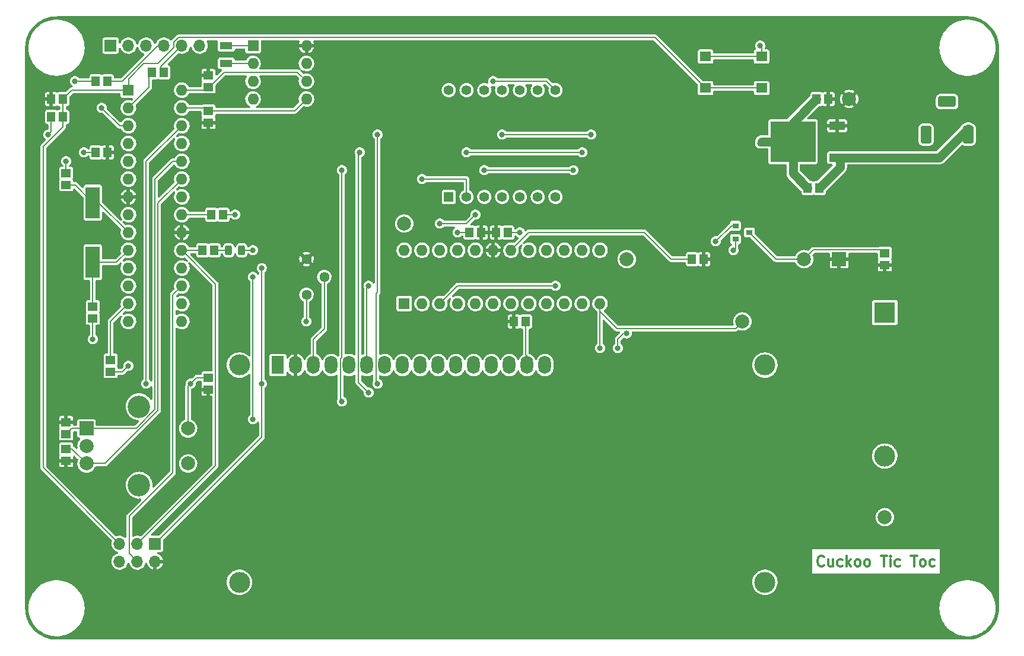
<source format=gbr>
%TF.GenerationSoftware,KiCad,Pcbnew,(6.0.5-0)*%
%TF.CreationDate,2022-07-22T21:53:24-07:00*%
%TF.ProjectId,Gitclock,47697463-6c6f-4636-9b2e-6b696361645f,rev?*%
%TF.SameCoordinates,PX4c4db10PY8b48bd0*%
%TF.FileFunction,Copper,L1,Top*%
%TF.FilePolarity,Positive*%
%FSLAX46Y46*%
G04 Gerber Fmt 4.6, Leading zero omitted, Abs format (unit mm)*
G04 Created by KiCad (PCBNEW (6.0.5-0)) date 2022-07-22 21:53:24*
%MOMM*%
%LPD*%
G01*
G04 APERTURE LIST*
G04 Aperture macros list*
%AMRoundRect*
0 Rectangle with rounded corners*
0 $1 Rounding radius*
0 $2 $3 $4 $5 $6 $7 $8 $9 X,Y pos of 4 corners*
0 Add a 4 corners polygon primitive as box body*
4,1,4,$2,$3,$4,$5,$6,$7,$8,$9,$2,$3,0*
0 Add four circle primitives for the rounded corners*
1,1,$1+$1,$2,$3*
1,1,$1+$1,$4,$5*
1,1,$1+$1,$6,$7*
1,1,$1+$1,$8,$9*
0 Add four rect primitives between the rounded corners*
20,1,$1+$1,$2,$3,$4,$5,0*
20,1,$1+$1,$4,$5,$6,$7,0*
20,1,$1+$1,$6,$7,$8,$9,0*
20,1,$1+$1,$8,$9,$2,$3,0*%
G04 Aperture macros list end*
%ADD10C,0.300000*%
%TA.AperFunction,NonConductor*%
%ADD11C,0.300000*%
%TD*%
%TA.AperFunction,SMDPad,CuDef*%
%ADD12R,2.200000X1.200000*%
%TD*%
%TA.AperFunction,SMDPad,CuDef*%
%ADD13R,6.400000X5.800000*%
%TD*%
%TA.AperFunction,ComponentPad*%
%ADD14R,1.600000X1.600000*%
%TD*%
%TA.AperFunction,ComponentPad*%
%ADD15O,1.600000X1.600000*%
%TD*%
%TA.AperFunction,ComponentPad*%
%ADD16C,3.000000*%
%TD*%
%TA.AperFunction,ComponentPad*%
%ADD17R,1.800000X2.600000*%
%TD*%
%TA.AperFunction,ComponentPad*%
%ADD18O,1.800000X2.600000*%
%TD*%
%TA.AperFunction,SMDPad,CuDef*%
%ADD19R,1.150000X1.400000*%
%TD*%
%TA.AperFunction,SMDPad,CuDef*%
%ADD20R,1.400000X1.150000*%
%TD*%
%TA.AperFunction,SMDPad,CuDef*%
%ADD21R,2.000000X4.500000*%
%TD*%
%TA.AperFunction,ComponentPad*%
%ADD22R,1.700000X1.700000*%
%TD*%
%TA.AperFunction,ComponentPad*%
%ADD23O,1.700000X1.700000*%
%TD*%
%TA.AperFunction,ComponentPad*%
%ADD24C,2.000000*%
%TD*%
%TA.AperFunction,ComponentPad*%
%ADD25C,1.440000*%
%TD*%
%TA.AperFunction,ComponentPad*%
%ADD26C,3.200000*%
%TD*%
%TA.AperFunction,ComponentPad*%
%ADD27R,2.000000X2.000000*%
%TD*%
%TA.AperFunction,SMDPad,CuDef*%
%ADD28R,1.600000X1.400000*%
%TD*%
%TA.AperFunction,SMDPad,CuDef*%
%ADD29R,0.900000X0.800000*%
%TD*%
%TA.AperFunction,SMDPad,CuDef*%
%ADD30R,1.800000X1.000000*%
%TD*%
%TA.AperFunction,ComponentPad*%
%ADD31R,1.400000X1.400000*%
%TD*%
%TA.AperFunction,ComponentPad*%
%ADD32C,1.400000*%
%TD*%
%TA.AperFunction,SMDPad,CuDef*%
%ADD33RoundRect,0.243750X0.243750X0.456250X-0.243750X0.456250X-0.243750X-0.456250X0.243750X-0.456250X0*%
%TD*%
%TA.AperFunction,ComponentPad*%
%ADD34RoundRect,0.400000X-0.400000X0.900000X-0.400000X-0.900000X0.400000X-0.900000X0.400000X0.900000X0*%
%TD*%
%TA.AperFunction,ComponentPad*%
%ADD35RoundRect,0.400000X-0.900000X0.400000X-0.900000X-0.400000X0.900000X-0.400000X0.900000X0.400000X0*%
%TD*%
%TA.AperFunction,ComponentPad*%
%ADD36R,3.000000X3.000000*%
%TD*%
%TA.AperFunction,ViaPad*%
%ADD37C,0.812800*%
%TD*%
%TA.AperFunction,Conductor*%
%ADD38C,0.203200*%
%TD*%
%TA.AperFunction,Conductor*%
%ADD39C,1.270000*%
%TD*%
G04 APERTURE END LIST*
D10*
D11*
X114491428Y12164286D02*
X114420000Y12092858D01*
X114205714Y12021429D01*
X114062857Y12021429D01*
X113848571Y12092858D01*
X113705714Y12235715D01*
X113634285Y12378572D01*
X113562857Y12664286D01*
X113562857Y12878572D01*
X113634285Y13164286D01*
X113705714Y13307143D01*
X113848571Y13450000D01*
X114062857Y13521429D01*
X114205714Y13521429D01*
X114420000Y13450000D01*
X114491428Y13378572D01*
X115777142Y13021429D02*
X115777142Y12021429D01*
X115134285Y13021429D02*
X115134285Y12235715D01*
X115205714Y12092858D01*
X115348571Y12021429D01*
X115562857Y12021429D01*
X115705714Y12092858D01*
X115777142Y12164286D01*
X117134285Y12092858D02*
X116991428Y12021429D01*
X116705714Y12021429D01*
X116562857Y12092858D01*
X116491428Y12164286D01*
X116420000Y12307143D01*
X116420000Y12735715D01*
X116491428Y12878572D01*
X116562857Y12950000D01*
X116705714Y13021429D01*
X116991428Y13021429D01*
X117134285Y12950000D01*
X117777142Y12021429D02*
X117777142Y13521429D01*
X117920000Y12592858D02*
X118348571Y12021429D01*
X118348571Y13021429D02*
X117777142Y12450000D01*
X119205714Y12021429D02*
X119062857Y12092858D01*
X118991428Y12164286D01*
X118920000Y12307143D01*
X118920000Y12735715D01*
X118991428Y12878572D01*
X119062857Y12950000D01*
X119205714Y13021429D01*
X119420000Y13021429D01*
X119562857Y12950000D01*
X119634285Y12878572D01*
X119705714Y12735715D01*
X119705714Y12307143D01*
X119634285Y12164286D01*
X119562857Y12092858D01*
X119420000Y12021429D01*
X119205714Y12021429D01*
X120562857Y12021429D02*
X120420000Y12092858D01*
X120348571Y12164286D01*
X120277142Y12307143D01*
X120277142Y12735715D01*
X120348571Y12878572D01*
X120420000Y12950000D01*
X120562857Y13021429D01*
X120777142Y13021429D01*
X120920000Y12950000D01*
X120991428Y12878572D01*
X121062857Y12735715D01*
X121062857Y12307143D01*
X120991428Y12164286D01*
X120920000Y12092858D01*
X120777142Y12021429D01*
X120562857Y12021429D01*
X122634285Y13521429D02*
X123491428Y13521429D01*
X123062857Y12021429D02*
X123062857Y13521429D01*
X123991428Y12021429D02*
X123991428Y13021429D01*
X123991428Y13521429D02*
X123920000Y13450000D01*
X123991428Y13378572D01*
X124062857Y13450000D01*
X123991428Y13521429D01*
X123991428Y13378572D01*
X125348571Y12092858D02*
X125205714Y12021429D01*
X124920000Y12021429D01*
X124777142Y12092858D01*
X124705714Y12164286D01*
X124634285Y12307143D01*
X124634285Y12735715D01*
X124705714Y12878572D01*
X124777142Y12950000D01*
X124920000Y13021429D01*
X125205714Y13021429D01*
X125348571Y12950000D01*
X126920000Y13521429D02*
X127777142Y13521429D01*
X127348571Y12021429D02*
X127348571Y13521429D01*
X128491428Y12021429D02*
X128348571Y12092858D01*
X128277142Y12164286D01*
X128205714Y12307143D01*
X128205714Y12735715D01*
X128277142Y12878572D01*
X128348571Y12950000D01*
X128491428Y13021429D01*
X128705714Y13021429D01*
X128848571Y12950000D01*
X128920000Y12878572D01*
X128991428Y12735715D01*
X128991428Y12307143D01*
X128920000Y12164286D01*
X128848571Y12092858D01*
X128705714Y12021429D01*
X128491428Y12021429D01*
X130277142Y12092858D02*
X130134285Y12021429D01*
X129848571Y12021429D01*
X129705714Y12092858D01*
X129634285Y12164286D01*
X129562857Y12307143D01*
X129562857Y12735715D01*
X129634285Y12878572D01*
X129705714Y12950000D01*
X129848571Y13021429D01*
X130134285Y13021429D01*
X130277142Y12950000D01*
D12*
%TO.P,U2,1,IN*%
%TO.N,Net-(C6-Pad1)*%
X116385000Y70365000D03*
D13*
%TO.P,U2,2,GND*%
%TO.N,GND*%
X110085000Y72645000D03*
D12*
%TO.P,U2,3,OUT*%
%TO.N,VCC*%
X116385000Y74925000D03*
%TD*%
D14*
%TO.P,U4,1,X1*%
%TO.N,Net-(U4-Pad1)*%
X33030000Y86350000D03*
D15*
%TO.P,U4,2,X2*%
%TO.N,Net-(U4-Pad2)*%
X33030000Y83810000D03*
%TO.P,U4,3,VBAT*%
%TO.N,+BATT*%
X33030000Y81270000D03*
%TO.P,U4,4,GND*%
%TO.N,GND*%
X33030000Y78730000D03*
%TO.P,U4,5,SDA*%
%TO.N,SDA*%
X40650000Y78730000D03*
%TO.P,U4,6,SCL*%
%TO.N,SCL*%
X40650000Y81270000D03*
%TO.P,U4,7,SQW/OUT*%
%TO.N,unconnected-(U4-Pad7)*%
X40650000Y83810000D03*
%TO.P,U4,8,VCC*%
%TO.N,VCC*%
X40650000Y86350000D03*
%TD*%
D16*
%TO.P,DS2,*%
%TO.N,*%
X106080000Y40757500D03*
X31080900Y40757500D03*
X31080900Y9756800D03*
X106079480Y9756800D03*
D17*
%TO.P,DS2,1,VSS*%
%TO.N,GND*%
X36580000Y40757500D03*
D18*
%TO.P,DS2,2,VDD*%
%TO.N,VCC*%
X39120000Y40757500D03*
%TO.P,DS2,3,VO*%
%TO.N,Net-(DS2-Pad3)*%
X41660000Y40757500D03*
%TO.P,DS2,4,RS*%
%TO.N,RS*%
X44200000Y40757500D03*
%TO.P,DS2,5,R/W*%
%TO.N,GND*%
X46740000Y40757500D03*
%TO.P,DS2,6,E*%
%TO.N,MOSI*%
X49280000Y40757500D03*
%TO.P,DS2,7,D0*%
%TO.N,unconnected-(DS2-Pad7)*%
X51820000Y40757500D03*
%TO.P,DS2,8,D1*%
%TO.N,unconnected-(DS2-Pad8)*%
X54360000Y40757500D03*
%TO.P,DS2,9,D2*%
%TO.N,unconnected-(DS2-Pad9)*%
X56900000Y40757500D03*
%TO.P,DS2,10,D3*%
%TO.N,unconnected-(DS2-Pad10)*%
X59440000Y40757500D03*
%TO.P,DS2,11,D4*%
%TO.N,D4*%
X61980000Y40757500D03*
%TO.P,DS2,12,D5*%
%TO.N,D5*%
X64520000Y40757500D03*
%TO.P,DS2,13,D6*%
%TO.N,D6*%
X67060000Y40757500D03*
%TO.P,DS2,14,D7*%
%TO.N,D7*%
X69600000Y40757500D03*
%TO.P,DS2,15,LED(+)*%
%TO.N,Net-(DS2-Pad15)*%
X72140000Y40757500D03*
%TO.P,DS2,16,LED(-)*%
%TO.N,GND*%
X74680000Y40757500D03*
%TD*%
D19*
%TO.P,R2,1*%
%TO.N,VCC*%
X4230000Y78740000D03*
%TO.P,R2,2*%
%TO.N,RESET*%
X5930000Y78740000D03*
%TD*%
D14*
%TO.P,U1,1,~{RESET}/PC6*%
%TO.N,RESET*%
X15240000Y80010000D03*
D15*
%TO.P,U1,2,RXD/PD0*%
%TO.N,RXD*%
X15240000Y77470000D03*
%TO.P,U1,3,TXD/PD1*%
%TO.N,TXD*%
X15240000Y74930000D03*
%TO.P,U1,4,INT0/PD2*%
%TO.N,D4*%
X15240000Y72390000D03*
%TO.P,U1,5,INT1/PD3*%
%TO.N,D5*%
X15240000Y69850000D03*
%TO.P,U1,6,PD4*%
%TO.N,D6*%
X15240000Y67310000D03*
%TO.P,U1,7,VCC*%
%TO.N,VCC*%
X15240000Y64770000D03*
%TO.P,U1,8,GND*%
%TO.N,GND*%
X15240000Y62230000D03*
%TO.P,U1,9,XTAL1/PB6*%
%TO.N,Net-(C4-Pad1)*%
X15240000Y59690000D03*
%TO.P,U1,10,XTAL2/PB7*%
%TO.N,Net-(C5-Pad1)*%
X15240000Y57150000D03*
%TO.P,U1,11,OC0B/PD5*%
%TO.N,D7*%
X15240000Y54610000D03*
%TO.P,U1,12,OC0A/PD6*%
%TO.N,unconnected-(U1-Pad12)*%
X15240000Y52070000D03*
%TO.P,U1,13,PD7*%
%TO.N,BUZZER*%
X15240000Y49530000D03*
%TO.P,U1,14,PB0*%
%TO.N,LOAD*%
X15240000Y46990000D03*
%TO.P,U1,15,OC1A/PB1*%
%TO.N,CLK*%
X22860000Y46990000D03*
%TO.P,U1,16,OC1B/PB2*%
%TO.N,DATA*%
X22860000Y49530000D03*
%TO.P,U1,17,MOSI/PB3*%
%TO.N,MOSI*%
X22860000Y52070000D03*
%TO.P,U1,18,MISO/PB4*%
%TO.N,RS*%
X22860000Y54610000D03*
%TO.P,U1,19,SCK/PB5*%
%TO.N,LED_SCK*%
X22860000Y57150000D03*
%TO.P,U1,20,AVCC*%
%TO.N,VCC*%
X22860000Y59690000D03*
%TO.P,U1,21,AREF*%
%TO.N,Net-(C1-Pad1)*%
X22860000Y62230000D03*
%TO.P,U1,22,GND*%
%TO.N,GND*%
X22860000Y64770000D03*
%TO.P,U1,23,ADC0/PC0*%
%TO.N,MENU SCROLL*%
X22860000Y67310000D03*
%TO.P,U1,24,ADC1/PC1*%
%TO.N,MENU OUTPUT2*%
X22860000Y69850000D03*
%TO.P,U1,25,ADC2/PC2*%
%TO.N,unconnected-(U1-Pad25)*%
X22860000Y72390000D03*
%TO.P,U1,26,ADC3/PC3*%
%TO.N,MENU_B*%
X22860000Y74930000D03*
%TO.P,U1,27,SDA/PC4*%
%TO.N,SDA*%
X22860000Y77470000D03*
%TO.P,U1,28,SCL/PC5*%
%TO.N,SCL*%
X22860000Y80010000D03*
%TD*%
D20*
%TO.P,R9,1*%
%TO.N,VCC*%
X26670000Y82130000D03*
%TO.P,R9,2*%
%TO.N,SCL*%
X26670000Y80430000D03*
%TD*%
D19*
%TO.P,C8,1*%
%TO.N,VCC*%
X65620000Y59690000D03*
%TO.P,C8,2*%
%TO.N,GND*%
X63920000Y59690000D03*
%TD*%
D20*
%TO.P,R6,1*%
%TO.N,VCC*%
X6350000Y27090000D03*
%TO.P,R6,2*%
%TO.N,MENU SCROLL*%
X6350000Y28790000D03*
%TD*%
D21*
%TO.P,Y1,1,1*%
%TO.N,Net-(C5-Pad1)*%
X10160000Y55440000D03*
%TO.P,Y1,2,2*%
%TO.N,Net-(C4-Pad1)*%
X10160000Y63940000D03*
%TD*%
D20*
%TO.P,C5,1*%
%TO.N,Net-(C5-Pad1)*%
X10160000Y49110000D03*
%TO.P,C5,2*%
%TO.N,GND*%
X10160000Y47410000D03*
%TD*%
D19*
%TO.P,C6,1*%
%TO.N,Net-(C6-Pad1)*%
X113880000Y66040000D03*
%TO.P,C6,2*%
%TO.N,GND*%
X112180000Y66040000D03*
%TD*%
D14*
%TO.P,U3,1,DIN*%
%TO.N,DATA*%
X54605000Y49540000D03*
D15*
%TO.P,U3,2,DIG_0*%
%TO.N,Net-(DS1-Pad14)*%
X57145000Y49540000D03*
%TO.P,U3,3,DIG_4*%
%TO.N,Net-(DS1-Pad7)*%
X59685000Y49540000D03*
%TO.P,U3,4,GND*%
%TO.N,GND*%
X62225000Y49540000D03*
%TO.P,U3,5,DIG_6*%
%TO.N,unconnected-(U3-Pad5)*%
X64765000Y49540000D03*
%TO.P,U3,6,DIG_2*%
%TO.N,Net-(DS1-Pad10)*%
X67305000Y49540000D03*
%TO.P,U3,7,DIG_3*%
%TO.N,Net-(DS1-Pad6)*%
X69845000Y49540000D03*
%TO.P,U3,8,DIG_7*%
%TO.N,unconnected-(U3-Pad8)*%
X72385000Y49540000D03*
%TO.P,U3,9,GND*%
%TO.N,GND*%
X74925000Y49540000D03*
%TO.P,U3,10,DIG_5*%
%TO.N,unconnected-(U3-Pad10)*%
X77465000Y49540000D03*
%TO.P,U3,11,DIG_1*%
%TO.N,Net-(DS1-Pad11)*%
X80005000Y49540000D03*
%TO.P,U3,12,LOAD*%
%TO.N,LOAD*%
X82545000Y49540000D03*
%TO.P,U3,13,CLK*%
%TO.N,CLK*%
X82545000Y57160000D03*
%TO.P,U3,14,SEG_A*%
%TO.N,Net-(DS1-Pad13)*%
X80005000Y57160000D03*
%TO.P,U3,15,SEG_F*%
%TO.N,Net-(DS1-Pad12)*%
X77465000Y57160000D03*
%TO.P,U3,16,SEG_B*%
%TO.N,Net-(DS1-Pad9)*%
X74925000Y57160000D03*
%TO.P,U3,17,SEG_G*%
%TO.N,Net-(DS1-Pad5)*%
X72385000Y57160000D03*
%TO.P,U3,18,ISET*%
%TO.N,Net-(R12-Pad2)*%
X69845000Y57160000D03*
%TO.P,U3,19,V+*%
%TO.N,VCC*%
X67305000Y57160000D03*
%TO.P,U3,20,SEG_C*%
%TO.N,Net-(DS1-Pad4)*%
X64765000Y57160000D03*
%TO.P,U3,21,SEG_E*%
%TO.N,Net-(DS1-Pad1)*%
X62225000Y57160000D03*
%TO.P,U3,22,SEG_DP*%
%TO.N,Net-(DS1-Pad3)*%
X59685000Y57160000D03*
%TO.P,U3,23,SEG_D*%
%TO.N,Net-(DS1-Pad2)*%
X57145000Y57160000D03*
%TO.P,U3,24,DOUT*%
%TO.N,unconnected-(U3-Pad24)*%
X54605000Y57160000D03*
%TD*%
D22*
%TO.P,J3,1,Pin_1*%
%TO.N,RS*%
X19050000Y15240000D03*
D23*
%TO.P,J3,2,Pin_2*%
%TO.N,VCC*%
X19050000Y12700000D03*
%TO.P,J3,3,Pin_3*%
%TO.N,LED_SCK*%
X16510000Y15240000D03*
%TO.P,J3,4,Pin_4*%
%TO.N,MOSI*%
X16510000Y12700000D03*
%TO.P,J3,5,Pin_5*%
%TO.N,RESET*%
X13970000Y15240000D03*
%TO.P,J3,6,Pin_6*%
%TO.N,GND*%
X13970000Y12700000D03*
%TD*%
D24*
%TO.P,TP4,1,1*%
%TO.N,CLK*%
X86360000Y55880000D03*
%TD*%
D19*
%TO.P,R4,1*%
%TO.N,TXD*%
X10580000Y81280000D03*
%TO.P,R4,2*%
%TO.N,Net-(J2-Pad4)*%
X12280000Y81280000D03*
%TD*%
D25*
%TO.P,RV2,1,1*%
%TO.N,GND*%
X40655000Y50800000D03*
%TO.P,RV2,2,2*%
%TO.N,Net-(DS2-Pad3)*%
X43195000Y53340000D03*
%TO.P,RV2,3,3*%
%TO.N,VCC*%
X40655000Y55880000D03*
%TD*%
D26*
%TO.P,SW5,*%
%TO.N,*%
X16760000Y34810000D03*
X16760000Y23610000D03*
D27*
%TO.P,SW5,A,A*%
%TO.N,MENU OUTPUT2*%
X9260000Y31710000D03*
D24*
%TO.P,SW5,B,B*%
%TO.N,MENU SCROLL*%
X9260000Y26710000D03*
%TO.P,SW5,C,C*%
%TO.N,GND*%
X9260000Y29210000D03*
%TO.P,SW5,S1,S1*%
X23760000Y26710000D03*
%TO.P,SW5,S2,S2*%
%TO.N,MENU_B*%
X23760000Y31710000D03*
%TD*%
D20*
%TO.P,R7,1*%
%TO.N,VCC*%
X6350000Y32600000D03*
%TO.P,R7,2*%
%TO.N,MENU OUTPUT2*%
X6350000Y30900000D03*
%TD*%
D28*
%TO.P,SW1,1,A*%
%TO.N,GND*%
X97600000Y84800000D03*
%TO.P,SW1,2,A*%
X105600000Y84800000D03*
%TO.P,SW1,3,B*%
%TO.N,RESET*%
X97600000Y80300000D03*
%TO.P,SW1,4,B*%
X105600000Y80300000D03*
%TD*%
D19*
%TO.P,R12,1*%
%TO.N,VCC*%
X97370000Y55880000D03*
%TO.P,R12,2*%
%TO.N,Net-(R12-Pad2)*%
X95670000Y55880000D03*
%TD*%
%TO.P,R3,1*%
%TO.N,RXD*%
X18620000Y82550000D03*
%TO.P,R3,2*%
%TO.N,Net-(J2-Pad5)*%
X20320000Y82550000D03*
%TD*%
D24*
%TO.P,TP2,1,1*%
%TO.N,DATA*%
X54605000Y60960000D03*
%TD*%
D20*
%TO.P,R11,1*%
%TO.N,BUZZER*%
X12700000Y41490000D03*
%TO.P,R11,2*%
%TO.N,Net-(Q1-Pad1)*%
X12700000Y39790000D03*
%TD*%
D29*
%TO.P,Q1,1,B*%
%TO.N,Net-(Q1-Pad1)*%
X101870000Y60640000D03*
%TO.P,Q1,2,E*%
%TO.N,GND*%
X101870000Y58740000D03*
%TO.P,Q1,3,C*%
%TO.N,Net-(BZ1-Pad2)*%
X103870000Y59690000D03*
%TD*%
D24*
%TO.P,TP1,1,1*%
%TO.N,LOAD*%
X102870000Y46990000D03*
%TD*%
D20*
%TO.P,R10,1*%
%TO.N,VCC*%
X26670000Y37250000D03*
%TO.P,R10,2*%
%TO.N,MENU_B*%
X26670000Y38950000D03*
%TD*%
D19*
%TO.P,C3,1*%
%TO.N,RESET*%
X5930000Y76200000D03*
%TO.P,C3,2*%
%TO.N,Net-(C3-Pad2)*%
X4230000Y76200000D03*
%TD*%
D24*
%TO.P,TP5,1,1*%
%TO.N,VCC*%
X118110000Y78740000D03*
%TD*%
D30*
%TO.P,Y2,1,1*%
%TO.N,Net-(U4-Pad1)*%
X29210000Y86340000D03*
%TO.P,Y2,2,2*%
%TO.N,Net-(U4-Pad2)*%
X29210000Y83840000D03*
%TD*%
D19*
%TO.P,C1,1*%
%TO.N,Net-(C1-Pad1)*%
X27090000Y62230000D03*
%TO.P,C1,2*%
%TO.N,GND*%
X28790000Y62230000D03*
%TD*%
D24*
%TO.P,TP3,1,1*%
%TO.N,GND*%
X123190000Y19050000D03*
%TD*%
D31*
%TO.P,DS1,1,E*%
%TO.N,Net-(DS1-Pad1)*%
X60960000Y64770000D03*
D32*
%TO.P,DS1,2,D*%
%TO.N,Net-(DS1-Pad2)*%
X63500000Y64770000D03*
%TO.P,DS1,3,DP*%
%TO.N,Net-(DS1-Pad3)*%
X66040000Y64770000D03*
%TO.P,DS1,4,C*%
%TO.N,Net-(DS1-Pad4)*%
X68580000Y64770000D03*
%TO.P,DS1,5,G*%
%TO.N,Net-(DS1-Pad5)*%
X71120000Y64770000D03*
%TO.P,DS1,6,COM_DIG.4*%
%TO.N,Net-(DS1-Pad6)*%
X73660000Y64770000D03*
%TO.P,DS1,7,COM_COLON*%
%TO.N,Net-(DS1-Pad7)*%
X76200000Y64770000D03*
%TO.P,DS1,8,COLON*%
%TO.N,Net-(DS1-Pad3)*%
X76200000Y80010000D03*
%TO.P,DS1,9,B*%
%TO.N,Net-(DS1-Pad9)*%
X73660000Y80010000D03*
%TO.P,DS1,10,COM_DIG.3*%
%TO.N,Net-(DS1-Pad10)*%
X71120000Y80010000D03*
%TO.P,DS1,11,COM_DIG.2*%
%TO.N,Net-(DS1-Pad11)*%
X68580000Y80010000D03*
%TO.P,DS1,12,F*%
%TO.N,Net-(DS1-Pad12)*%
X66040000Y80010000D03*
%TO.P,DS1,13,A*%
%TO.N,Net-(DS1-Pad13)*%
X63500000Y80010000D03*
%TO.P,DS1,14,COM_DIG.1*%
%TO.N,Net-(DS1-Pad14)*%
X60960000Y80010000D03*
%TD*%
D20*
%TO.P,R8,1*%
%TO.N,VCC*%
X26670000Y75350000D03*
%TO.P,R8,2*%
%TO.N,SDA*%
X26670000Y77050000D03*
%TD*%
D19*
%TO.P,R13,1*%
%TO.N,Net-(DS2-Pad15)*%
X71970000Y46990000D03*
%TO.P,R13,2*%
%TO.N,VCC*%
X70270000Y46990000D03*
%TD*%
D20*
%TO.P,R5,1*%
%TO.N,VCC*%
X123190000Y55030000D03*
%TO.P,R5,2*%
%TO.N,Net-(BZ1-Pad2)*%
X123190000Y56730000D03*
%TD*%
D19*
%TO.P,R1,1*%
%TO.N,LED_SCK*%
X25820000Y57150000D03*
%TO.P,R1,2*%
%TO.N,Net-(D1-Pad2)*%
X27520000Y57150000D03*
%TD*%
%TO.P,C2,1*%
%TO.N,VCC*%
X12280000Y71120000D03*
%TO.P,C2,2*%
%TO.N,GND*%
X10580000Y71120000D03*
%TD*%
D20*
%TO.P,C4,1*%
%TO.N,Net-(C4-Pad1)*%
X6350000Y66460000D03*
%TO.P,C4,2*%
%TO.N,GND*%
X6350000Y68160000D03*
%TD*%
D19*
%TO.P,C9,1*%
%TO.N,VCC*%
X67730000Y59690000D03*
%TO.P,C9,2*%
%TO.N,GND*%
X69430000Y59690000D03*
%TD*%
%TO.P,C7,1*%
%TO.N,VCC*%
X115150000Y78740000D03*
%TO.P,C7,2*%
%TO.N,GND*%
X113450000Y78740000D03*
%TD*%
D33*
%TO.P,D1,1,K*%
%TO.N,GND*%
X31417500Y57150000D03*
%TO.P,D1,2,A*%
%TO.N,Net-(D1-Pad2)*%
X29542500Y57150000D03*
%TD*%
D27*
%TO.P,BZ1,1,-*%
%TO.N,VCC*%
X116670785Y55880000D03*
D24*
%TO.P,BZ1,2,+*%
%TO.N,Net-(BZ1-Pad2)*%
X111670785Y55880000D03*
%TD*%
D22*
%TO.P,J2,1,Pin_1*%
%TO.N,GND*%
X12700000Y86360000D03*
D23*
%TO.P,J2,2,Pin_2*%
X15240000Y86360000D03*
%TO.P,J2,3,Pin_3*%
%TO.N,unconnected-(J2-Pad3)*%
X17780000Y86360000D03*
%TO.P,J2,4,Pin_4*%
%TO.N,Net-(J2-Pad4)*%
X20320000Y86360000D03*
%TO.P,J2,5,Pin_5*%
%TO.N,Net-(J2-Pad5)*%
X22860000Y86360000D03*
%TO.P,J2,6,Pin_6*%
%TO.N,Net-(C3-Pad2)*%
X25400000Y86360000D03*
%TD*%
D34*
%TO.P,J1,1,POLE*%
%TO.N,Net-(C6-Pad1)*%
X135080000Y73660000D03*
%TO.P,J1,2,OUT*%
%TO.N,GND*%
X129080000Y73660000D03*
D35*
%TO.P,J1,3,OUT*%
%TO.N,unconnected-(J1-Pad3)*%
X132080000Y78360000D03*
%TD*%
D36*
%TO.P,BT1,1,+*%
%TO.N,+BATT*%
X123190000Y48260000D03*
D16*
%TO.P,BT1,2,-*%
%TO.N,GND*%
X123190000Y27770000D03*
%TD*%
D37*
%TO.N,GND*%
X40640000Y46990000D03*
X30480000Y62230000D03*
X10160000Y44450000D03*
X105410000Y72390000D03*
X71120000Y59690000D03*
X33020000Y57150000D03*
X8890000Y71120000D03*
X6350000Y69850000D03*
X101600000Y57150000D03*
X62230000Y59690000D03*
X105410000Y86360000D03*
%TO.N,Net-(C3-Pad2)*%
X3810000Y73660000D03*
%TO.N,Net-(DS1-Pad2)*%
X57150000Y67310000D03*
%TO.N,Net-(DS1-Pad3)*%
X59690000Y60960000D03*
X67310000Y81280000D03*
X64770000Y62230000D03*
%TO.N,Net-(DS1-Pad7)*%
X76200000Y52070000D03*
%TO.N,Net-(DS1-Pad11)*%
X68580000Y73660000D03*
X81280000Y73660000D03*
%TO.N,Net-(DS1-Pad12)*%
X66040000Y68580000D03*
X78740000Y68575000D03*
%TO.N,Net-(DS1-Pad13)*%
X80010000Y71120000D03*
X63500000Y71120000D03*
%TO.N,RS*%
X34280000Y54600000D03*
X34290000Y38100000D03*
%TO.N,D4*%
X50800000Y73660000D03*
X50800000Y38100000D03*
%TO.N,D5*%
X49530000Y36830000D03*
X48260000Y71120000D03*
%TO.N,D6*%
X45720000Y35560000D03*
X45720000Y68580000D03*
%TO.N,D7*%
X33020000Y53340000D03*
X33020000Y33020000D03*
%TO.N,MENU_B*%
X24130000Y38100000D03*
X17780000Y38100000D03*
%TO.N,LOAD*%
X82550000Y43180000D03*
%TO.N,TXD*%
X7620000Y81280000D03*
X11430000Y77470000D03*
%TO.N,MOSI*%
X49530000Y52070000D03*
%TO.N,Net-(Q1-Pad1)*%
X85090000Y43180000D03*
X86360000Y45274989D03*
X99060000Y58420000D03*
X15240000Y40640000D03*
%TD*%
D38*
%TO.N,GND*%
X10580000Y71120000D02*
X8890000Y71120000D01*
X40655000Y50800000D02*
X40655000Y47005000D01*
D39*
X110085000Y68135000D02*
X110085000Y72645000D01*
D38*
X101870000Y57420000D02*
X101600000Y57150000D01*
X69430000Y59690000D02*
X71120000Y59690000D01*
D39*
X110084997Y72644991D02*
X105664991Y72644991D01*
D38*
X31330000Y57150000D02*
X33020000Y57150000D01*
X105600000Y86170000D02*
X105410000Y86360000D01*
X10160000Y47410000D02*
X10160000Y44450000D01*
D39*
X110084997Y75375008D02*
X113449989Y78740000D01*
X112180000Y66040000D02*
X110085000Y68135000D01*
D38*
X110085000Y72645000D02*
X110085000Y75375000D01*
X6350000Y68580000D02*
X6350000Y69850000D01*
X97600000Y84800000D02*
X105600000Y84800000D01*
X40655000Y47005000D02*
X40640000Y46990000D01*
X6350000Y68160000D02*
X6350000Y68580000D01*
X105600000Y84800000D02*
X105600000Y86170000D01*
X101870000Y58740000D02*
X101870000Y57420000D01*
X63920000Y59690000D02*
X62230000Y59690000D01*
X28790000Y62230000D02*
X30480000Y62230000D01*
X105665000Y72645000D02*
X105410000Y72390000D01*
%TO.N,Net-(C1-Pad1)*%
X27080000Y62220000D02*
X27090000Y62230000D01*
X22870000Y62220000D02*
X27080000Y62220000D01*
%TO.N,RESET*%
X17446501Y83820000D02*
X15250000Y81623499D01*
X21705689Y86113246D02*
X19412443Y83820000D01*
X21705689Y86838132D02*
X21705689Y86113246D01*
X5930000Y74774902D02*
X5930000Y76200000D01*
X3099289Y26110711D02*
X3099289Y71944191D01*
X19412443Y83820000D02*
X17446501Y83820000D01*
X7190000Y80000000D02*
X15250000Y80000000D01*
X97600000Y80300000D02*
X90385689Y87514311D01*
X5930000Y78740000D02*
X7190000Y80000000D01*
X3099289Y71944191D02*
X5930000Y74774902D01*
X5930000Y78740000D02*
X5930000Y76200000D01*
X22381868Y87514311D02*
X21705689Y86838132D01*
X15250000Y81623499D02*
X15250000Y80000000D01*
X13970000Y15240000D02*
X3099289Y26110711D01*
X90385689Y87514311D02*
X22381868Y87514311D01*
X97600000Y80300000D02*
X105600000Y80300000D01*
%TO.N,Net-(C3-Pad2)*%
X4230000Y74080000D02*
X3810000Y73660000D01*
X4230000Y76200000D02*
X4230000Y74080000D01*
%TO.N,Net-(C4-Pad1)*%
X10990000Y63940000D02*
X15250000Y59680000D01*
X7640000Y66460000D02*
X10160000Y63940000D01*
X6350000Y66460000D02*
X7640000Y66460000D01*
X10160000Y63940000D02*
X10990000Y63940000D01*
%TO.N,Net-(C5-Pad1)*%
X10160000Y55440000D02*
X10160000Y49110000D01*
X10160000Y55440000D02*
X13550000Y55440000D01*
X13550000Y55440000D02*
X15250000Y57140000D01*
D39*
%TO.N,Net-(C6-Pad1)*%
X113880000Y66040000D02*
X116840000Y69000000D01*
X116840000Y69910000D02*
X116385000Y70365000D01*
X116840000Y69000000D02*
X116840000Y69910000D01*
X130974994Y70365000D02*
X135080000Y74470006D01*
X116385000Y70365000D02*
X130974994Y70365000D01*
D38*
%TO.N,Net-(D1-Pad2)*%
X27607500Y57150000D02*
X29630000Y57150000D01*
%TO.N,LED_SCK*%
X27674311Y52335689D02*
X22870000Y57140000D01*
X27674311Y26404311D02*
X27674311Y52335689D01*
X22870000Y57140000D02*
X25722500Y57140000D01*
X16510000Y15240000D02*
X27674311Y26404311D01*
X25722500Y57140000D02*
X25732500Y57150000D01*
%TO.N,Net-(DS1-Pad2)*%
X57150000Y67310000D02*
X63500000Y67310000D01*
X63500000Y67310000D02*
X63500000Y64770000D01*
%TO.N,Net-(DS1-Pad3)*%
X63500000Y60960000D02*
X64770000Y62230000D01*
X59690000Y60960000D02*
X63500000Y60960000D01*
X67310000Y81280000D02*
X74930000Y81280000D01*
X74930000Y81280000D02*
X76200000Y80010000D01*
%TO.N,Net-(DS1-Pad7)*%
X62230000Y52070000D02*
X76200000Y52070000D01*
X59685000Y49535000D02*
X59690000Y49530000D01*
X59690000Y49530000D02*
X62230000Y52070000D01*
X59685000Y49540000D02*
X59685000Y49535000D01*
%TO.N,Net-(DS2-Pad3)*%
X41660000Y44402975D02*
X41660000Y40757500D01*
X43195000Y53340000D02*
X43195000Y45937975D01*
X43195000Y45937975D02*
X41660000Y44402975D01*
%TO.N,Net-(DS1-Pad11)*%
X81280000Y73660000D02*
X68580000Y73660000D01*
%TO.N,Net-(DS1-Pad12)*%
X78735000Y68580000D02*
X66040000Y68580000D01*
X78740000Y68575000D02*
X78735000Y68580000D01*
%TO.N,Net-(DS1-Pad13)*%
X80010000Y71120000D02*
X63500000Y71120000D01*
%TO.N,RS*%
X34290000Y54590000D02*
X34290000Y38100000D01*
X19050000Y15240000D02*
X34290000Y30480000D01*
X34290000Y54590000D02*
X34280000Y54600000D01*
X34290000Y30480000D02*
X34290000Y38100000D01*
%TO.N,D4*%
X50615680Y50952058D02*
X50615680Y38284320D01*
X50615680Y38284320D02*
X50800000Y38100000D01*
X50800000Y51136378D02*
X50615680Y50952058D01*
X50800000Y73660000D02*
X50800000Y51136378D01*
%TO.N,D5*%
X48260000Y71120000D02*
X48075680Y70935680D01*
X48075680Y38284320D02*
X49530000Y36830000D01*
X48075680Y70935680D02*
X48075680Y38284320D01*
%TO.N,D6*%
X45720000Y35560000D02*
X45535680Y35744320D01*
X45535680Y41656345D02*
X45720000Y41840665D01*
X45720000Y41840665D02*
X45720000Y68580000D01*
X45535680Y35744320D02*
X45535680Y41656345D01*
%TO.N,D7*%
X33020000Y53340000D02*
X33020000Y33020000D01*
%TO.N,Net-(DS2-Pad15)*%
X71970000Y42197500D02*
X72140000Y42027500D01*
X71970000Y46990000D02*
X71970000Y42197500D01*
%TO.N,MENU OUTPUT2*%
X19050000Y67310000D02*
X21580000Y69840000D01*
X6350000Y30900000D02*
X7160000Y31710000D01*
X16353104Y31710000D02*
X19050000Y34406896D01*
X9260000Y31710000D02*
X16353104Y31710000D01*
X19050000Y34406896D02*
X19050000Y67310000D01*
X7160000Y31710000D02*
X9260000Y31710000D01*
X21580000Y69840000D02*
X22870000Y69840000D01*
%TO.N,MENU_B*%
X23760000Y37730000D02*
X24130000Y38100000D01*
X17780000Y69830000D02*
X17780000Y38100000D01*
X23760000Y31710000D02*
X23760000Y37730000D01*
X24130000Y38100000D02*
X24980000Y38950000D01*
X24980000Y38950000D02*
X26670000Y38950000D01*
X22870000Y74920000D02*
X17780000Y69830000D01*
%TO.N,LOAD*%
X82545000Y43185000D02*
X82545000Y49540000D01*
X82545000Y48408630D02*
X84967941Y45985689D01*
X101865689Y45985689D02*
X102870000Y46990000D01*
X82550000Y43180000D02*
X82545000Y43185000D01*
X82545000Y49540000D02*
X82545000Y48408630D01*
X84967941Y45985689D02*
X101865689Y45985689D01*
%TO.N,Net-(J2-Pad5)*%
X19900000Y82550000D02*
X19900000Y83400000D01*
X19900000Y83400000D02*
X22860000Y86360000D01*
%TO.N,Net-(J2-Pad4)*%
X12280000Y81280000D02*
X14332443Y81280000D01*
X19412443Y86360000D02*
X20320000Y86360000D01*
X14332443Y81280000D02*
X19412443Y86360000D01*
%TO.N,TXD*%
X7620000Y81280000D02*
X10580000Y81280000D01*
X15240000Y74920000D02*
X13980000Y74920000D01*
X13980000Y74920000D02*
X11430000Y77470000D01*
%TO.N,RXD*%
X18200000Y80420000D02*
X18200000Y82550000D01*
X15240000Y77460000D02*
X18200000Y80420000D01*
%TO.N,SDA*%
X26670000Y77050000D02*
X38970000Y77050000D01*
X26260000Y77460000D02*
X26670000Y77050000D01*
X22870000Y77460000D02*
X26260000Y77460000D01*
X38970000Y77050000D02*
X40650000Y78730000D01*
%TO.N,SCL*%
X26240000Y80000000D02*
X26670000Y80430000D01*
X39370000Y82550000D02*
X40650000Y81270000D01*
X26670000Y80430000D02*
X26795000Y80430000D01*
X22870000Y80000000D02*
X26240000Y80000000D01*
X28915000Y82550000D02*
X39370000Y82550000D01*
X26795000Y80430000D02*
X28915000Y82550000D01*
%TO.N,MENU SCROLL*%
X6350000Y28790000D02*
X7180000Y28790000D01*
X11927161Y26710000D02*
X19455920Y34238759D01*
X7180000Y28790000D02*
X9260000Y26710000D01*
X19455920Y34238759D02*
X19455920Y63885920D01*
X19455920Y63885920D02*
X22870000Y67300000D01*
X9260000Y26710000D02*
X11927161Y26710000D01*
%TO.N,MOSI*%
X49280000Y51820000D02*
X49280000Y40757500D01*
X21590000Y50780000D02*
X22870000Y52060000D01*
X15355689Y19165689D02*
X21590000Y25400000D01*
X15355689Y13854311D02*
X15355689Y19165689D01*
X49530000Y52070000D02*
X49280000Y51820000D01*
X21590000Y25400000D02*
X21590000Y50780000D01*
X16510000Y12700000D02*
X15355689Y13854311D01*
%TO.N,BUZZER*%
X12700000Y46980000D02*
X12700000Y41490000D01*
X15240000Y49520000D02*
X12700000Y46980000D01*
%TO.N,Net-(U4-Pad1)*%
X33020000Y86340000D02*
X33030000Y86350000D01*
X29210000Y86340000D02*
X33020000Y86340000D01*
%TO.N,Net-(U4-Pad2)*%
X29210000Y83840000D02*
X33000000Y83840000D01*
X33000000Y83840000D02*
X33030000Y83810000D01*
%TO.N,Net-(BZ1-Pad2)*%
X122735689Y57184311D02*
X123190000Y56730000D01*
X112975096Y57184311D02*
X122735689Y57184311D01*
X111670785Y55880000D02*
X112975096Y57184311D01*
X107680000Y55880000D02*
X111670785Y55880000D01*
X103870000Y59690000D02*
X107680000Y55880000D01*
%TO.N,Net-(Q1-Pad1)*%
X14390000Y39790000D02*
X15240000Y40640000D01*
X85090000Y43180000D02*
X85090000Y44450000D01*
X85090000Y44450000D02*
X85914989Y45274989D01*
X85914989Y45274989D02*
X86360000Y45274989D01*
X101280000Y60640000D02*
X101870000Y60640000D01*
X99060000Y58420000D02*
X101280000Y60640000D01*
X12700000Y39790000D02*
X14390000Y39790000D01*
%TO.N,Net-(R12-Pad2)*%
X69845000Y57160000D02*
X72375000Y59690000D01*
X72375000Y59690000D02*
X88900000Y59690000D01*
X92710000Y55880000D02*
X95265000Y55880000D01*
X88900000Y59690000D02*
X92710000Y55880000D01*
%TD*%
%TA.AperFunction,Conductor*%
%TO.N,VCC*%
G36*
X134961964Y90539697D02*
G01*
X134973061Y90537969D01*
X134973063Y90537969D01*
X134983724Y90536309D01*
X134994423Y90537708D01*
X134994424Y90537708D01*
X135001989Y90538697D01*
X135028222Y90539831D01*
X135374855Y90524696D01*
X135388012Y90523545D01*
X135763391Y90474126D01*
X135776399Y90471832D01*
X136146027Y90389888D01*
X136158785Y90386470D01*
X136519887Y90272614D01*
X136532298Y90268096D01*
X136882081Y90123211D01*
X136894042Y90117635D01*
X137229906Y89942795D01*
X137241327Y89936200D01*
X137560640Y89732775D01*
X137571459Y89725200D01*
X137871830Y89494718D01*
X137881948Y89486228D01*
X138161096Y89230436D01*
X138170436Y89221096D01*
X138426228Y88941948D01*
X138434718Y88931830D01*
X138665200Y88631459D01*
X138672775Y88620640D01*
X138876200Y88301327D01*
X138882795Y88289906D01*
X139057635Y87954042D01*
X139063211Y87942081D01*
X139208096Y87592298D01*
X139212614Y87579887D01*
X139233393Y87513984D01*
X139314320Y87257321D01*
X139326470Y87218785D01*
X139329888Y87206027D01*
X139411832Y86836399D01*
X139414126Y86823391D01*
X139463545Y86448012D01*
X139464696Y86434855D01*
X139468033Y86358436D01*
X139479492Y86096000D01*
X139479493Y86095971D01*
X139477993Y86068930D01*
X139477969Y86066935D01*
X139476309Y86056276D01*
X139479744Y86030010D01*
X139480222Y86026352D01*
X139481500Y86006721D01*
X139481500Y6101329D01*
X139479697Y6078036D01*
X139479355Y6075836D01*
X139476309Y6056276D01*
X139477708Y6045577D01*
X139477708Y6045576D01*
X139478697Y6038011D01*
X139479831Y6011778D01*
X139464696Y5665145D01*
X139463545Y5651988D01*
X139414126Y5276609D01*
X139411832Y5263601D01*
X139329888Y4893973D01*
X139326470Y4881215D01*
X139212614Y4520113D01*
X139208096Y4507702D01*
X139063211Y4157919D01*
X139057635Y4145958D01*
X138882795Y3810094D01*
X138876200Y3798673D01*
X138672775Y3479360D01*
X138665200Y3468541D01*
X138434718Y3168170D01*
X138426228Y3158052D01*
X138170436Y2878904D01*
X138161096Y2869564D01*
X137881948Y2613772D01*
X137871830Y2605282D01*
X137571459Y2374800D01*
X137560640Y2367225D01*
X137241327Y2163800D01*
X137229906Y2157205D01*
X136894042Y1982365D01*
X136882081Y1976789D01*
X136532298Y1831904D01*
X136519887Y1827386D01*
X136158785Y1713530D01*
X136146027Y1710112D01*
X135776399Y1628168D01*
X135763391Y1625874D01*
X135388012Y1576455D01*
X135374855Y1575304D01*
X135190650Y1567261D01*
X135035968Y1560507D01*
X135008930Y1562007D01*
X135006935Y1562031D01*
X134996276Y1563691D01*
X134967863Y1559976D01*
X134966352Y1559778D01*
X134946721Y1558500D01*
X5041329Y1558500D01*
X5018036Y1560303D01*
X5006939Y1562031D01*
X5006937Y1562031D01*
X4996276Y1563691D01*
X4985577Y1562292D01*
X4985576Y1562292D01*
X4978011Y1561303D01*
X4951778Y1560169D01*
X4605145Y1575304D01*
X4591988Y1576455D01*
X4216609Y1625874D01*
X4203601Y1628168D01*
X3833973Y1710112D01*
X3821215Y1713530D01*
X3460113Y1827386D01*
X3447702Y1831904D01*
X3097919Y1976789D01*
X3085958Y1982365D01*
X2750094Y2157205D01*
X2738673Y2163800D01*
X2419360Y2367225D01*
X2408541Y2374800D01*
X2108170Y2605282D01*
X2098052Y2613772D01*
X1818904Y2869564D01*
X1809564Y2878904D01*
X1553772Y3158052D01*
X1545282Y3168170D01*
X1314800Y3468541D01*
X1307225Y3479360D01*
X1103800Y3798673D01*
X1097205Y3810094D01*
X922365Y4145958D01*
X916789Y4157919D01*
X771904Y4507702D01*
X767386Y4520113D01*
X653530Y4881215D01*
X650112Y4893973D01*
X568168Y5263601D01*
X565874Y5276609D01*
X516455Y5651988D01*
X515304Y5665145D01*
X500678Y6000115D01*
X502263Y6025835D01*
X502083Y6025851D01*
X502606Y6031680D01*
X503576Y6037448D01*
X503729Y6050000D01*
X501727Y6063981D01*
X984883Y6063981D01*
X1003974Y5659167D01*
X1004538Y5655393D01*
X1004539Y5655383D01*
X1013605Y5594723D01*
X1063876Y5258354D01*
X1064821Y5254645D01*
X1064823Y5254637D01*
X1156755Y4893973D01*
X1163975Y4865648D01*
X1165293Y4862047D01*
X1301933Y4488659D01*
X1301937Y4488650D01*
X1303248Y4485067D01*
X1480268Y4120509D01*
X1693223Y3775706D01*
X1695553Y3772670D01*
X1695554Y3772668D01*
X1719618Y3741307D01*
X1939932Y3454188D01*
X1942556Y3451403D01*
X1942559Y3451400D01*
X2078900Y3306719D01*
X2217869Y3159249D01*
X2524189Y2893906D01*
X2855755Y2660877D01*
X3209173Y2462548D01*
X3580825Y2300950D01*
X3966904Y2177736D01*
X4363458Y2094169D01*
X4367256Y2093763D01*
X4367263Y2093762D01*
X4647598Y2063803D01*
X4766427Y2051104D01*
X4990173Y2049932D01*
X5167857Y2049002D01*
X5167858Y2049002D01*
X5171685Y2048982D01*
X5311355Y2062431D01*
X5571262Y2087457D01*
X5571264Y2087457D01*
X5575083Y2087825D01*
X5578839Y2088576D01*
X5578849Y2088577D01*
X5968739Y2166485D01*
X5968744Y2166486D01*
X5972491Y2167235D01*
X6165919Y2226741D01*
X6356170Y2285270D01*
X6356175Y2285272D01*
X6359839Y2286399D01*
X6733162Y2444096D01*
X6736516Y2445932D01*
X7085284Y2636878D01*
X7085288Y2636881D01*
X7088637Y2638714D01*
X7124095Y2663083D01*
X7419467Y2866086D01*
X7422626Y2868257D01*
X7425547Y2870734D01*
X7425552Y2870738D01*
X7728788Y3127902D01*
X7731708Y3130378D01*
X8012718Y3422391D01*
X8262781Y3741307D01*
X8322244Y3835369D01*
X8477284Y4080617D01*
X8477290Y4080628D01*
X8479334Y4083861D01*
X8510290Y4145948D01*
X8658448Y4443108D01*
X8658449Y4443110D01*
X8660162Y4446546D01*
X8803412Y4825647D01*
X8907619Y5217284D01*
X8913602Y5254637D01*
X8971108Y5613655D01*
X8971109Y5613662D01*
X8971715Y5617447D01*
X8973903Y5655383D01*
X8994926Y6020010D01*
X8995043Y6022039D01*
X8995121Y6044154D01*
X8995134Y6047948D01*
X8995134Y6047955D01*
X8995141Y6050000D01*
X8994433Y6063981D01*
X130984883Y6063981D01*
X131003974Y5659167D01*
X131004538Y5655393D01*
X131004539Y5655383D01*
X131013605Y5594723D01*
X131063876Y5258354D01*
X131064821Y5254645D01*
X131064823Y5254637D01*
X131156755Y4893973D01*
X131163975Y4865648D01*
X131165293Y4862047D01*
X131301933Y4488659D01*
X131301937Y4488650D01*
X131303248Y4485067D01*
X131480268Y4120509D01*
X131693223Y3775706D01*
X131695553Y3772670D01*
X131695554Y3772668D01*
X131719618Y3741307D01*
X131939932Y3454188D01*
X131942556Y3451403D01*
X131942559Y3451400D01*
X132078900Y3306719D01*
X132217869Y3159249D01*
X132524189Y2893906D01*
X132855755Y2660877D01*
X133209173Y2462548D01*
X133580825Y2300950D01*
X133966904Y2177736D01*
X134363458Y2094169D01*
X134367256Y2093763D01*
X134367263Y2093762D01*
X134647598Y2063803D01*
X134766427Y2051104D01*
X134990173Y2049932D01*
X135167857Y2049002D01*
X135167858Y2049002D01*
X135171685Y2048982D01*
X135311355Y2062431D01*
X135571262Y2087457D01*
X135571264Y2087457D01*
X135575083Y2087825D01*
X135578839Y2088576D01*
X135578849Y2088577D01*
X135968739Y2166485D01*
X135968744Y2166486D01*
X135972491Y2167235D01*
X136165919Y2226741D01*
X136356170Y2285270D01*
X136356175Y2285272D01*
X136359839Y2286399D01*
X136733162Y2444096D01*
X136736516Y2445932D01*
X137085284Y2636878D01*
X137085288Y2636881D01*
X137088637Y2638714D01*
X137124095Y2663083D01*
X137419467Y2866086D01*
X137422626Y2868257D01*
X137425547Y2870734D01*
X137425552Y2870738D01*
X137728788Y3127902D01*
X137731708Y3130378D01*
X138012718Y3422391D01*
X138262781Y3741307D01*
X138322244Y3835369D01*
X138477284Y4080617D01*
X138477290Y4080628D01*
X138479334Y4083861D01*
X138510290Y4145948D01*
X138658448Y4443108D01*
X138658449Y4443110D01*
X138660162Y4446546D01*
X138803412Y4825647D01*
X138907619Y5217284D01*
X138913602Y5254637D01*
X138971108Y5613655D01*
X138971109Y5613662D01*
X138971715Y5617447D01*
X138973903Y5655383D01*
X138994926Y6020010D01*
X138995043Y6022039D01*
X138995121Y6044154D01*
X138995134Y6047948D01*
X138995134Y6047955D01*
X138995141Y6050000D01*
X138974638Y6454745D01*
X138913337Y6855345D01*
X138811867Y7247701D01*
X138671267Y7627793D01*
X138492975Y7991731D01*
X138383941Y8166900D01*
X138280839Y8332542D01*
X138280834Y8332549D01*
X138278818Y8335788D01*
X138269956Y8347255D01*
X138101553Y8565143D01*
X138030989Y8656442D01*
X138024696Y8663074D01*
X137754656Y8947636D01*
X137752024Y8950410D01*
X137444779Y9214682D01*
X137112401Y9446552D01*
X136758293Y9643646D01*
X136748323Y9647940D01*
X136613898Y9705832D01*
X136386080Y9803947D01*
X136382431Y9805098D01*
X136382427Y9805099D01*
X136003234Y9924658D01*
X136003228Y9924659D01*
X135999573Y9925812D01*
X135995819Y9926589D01*
X135995809Y9926592D01*
X135606484Y10007217D01*
X135606476Y10007218D01*
X135602730Y10007994D01*
X135598925Y10008387D01*
X135598920Y10008388D01*
X135203416Y10049259D01*
X135199613Y10049652D01*
X135195799Y10049659D01*
X135195792Y10049659D01*
X134991109Y10050016D01*
X134794350Y10050359D01*
X134790535Y10049978D01*
X134790531Y10049978D01*
X134635612Y10034515D01*
X134391090Y10010109D01*
X134360233Y10003831D01*
X133997715Y9930076D01*
X133997707Y9930074D01*
X133993962Y9929312D01*
X133607032Y9808797D01*
X133234262Y9649797D01*
X133230898Y9647940D01*
X132882826Y9455794D01*
X132882822Y9455791D01*
X132879468Y9453940D01*
X132546283Y9223232D01*
X132238118Y8960034D01*
X132235465Y8957258D01*
X132235461Y8957254D01*
X132069985Y8784093D01*
X131958128Y8667042D01*
X131955782Y8664029D01*
X131955779Y8664025D01*
X131737900Y8384146D01*
X131709181Y8347255D01*
X131493824Y8003947D01*
X131492127Y8000513D01*
X131492124Y8000508D01*
X131465946Y7947541D01*
X131314263Y7640633D01*
X131312921Y7637043D01*
X131312919Y7637039D01*
X131173681Y7264629D01*
X131172337Y7261034D01*
X131069498Y6869036D01*
X131006800Y6468651D01*
X131006592Y6464820D01*
X131006592Y6464815D01*
X130999170Y6327770D01*
X130984883Y6063981D01*
X8994433Y6063981D01*
X8974638Y6454745D01*
X8913337Y6855345D01*
X8811867Y7247701D01*
X8671267Y7627793D01*
X8492975Y7991731D01*
X8383941Y8166900D01*
X8280839Y8332542D01*
X8280834Y8332549D01*
X8278818Y8335788D01*
X8269956Y8347255D01*
X8101553Y8565143D01*
X8030989Y8656442D01*
X8024696Y8663074D01*
X7754656Y8947636D01*
X7752024Y8950410D01*
X7444779Y9214682D01*
X7112401Y9446552D01*
X6758293Y9643646D01*
X6748323Y9647940D01*
X6613898Y9705832D01*
X6386080Y9803947D01*
X6385310Y9804190D01*
X29271158Y9804190D01*
X29271427Y9798587D01*
X29271427Y9798582D01*
X29278959Y9641786D01*
X29284032Y9536172D01*
X29285125Y9530676D01*
X29285126Y9530670D01*
X29335284Y9278510D01*
X29336380Y9273002D01*
X29427052Y9020459D01*
X29554056Y8784093D01*
X29714602Y8569096D01*
X29905164Y8380190D01*
X29909689Y8376872D01*
X29909695Y8376867D01*
X30117030Y8224843D01*
X30121554Y8221526D01*
X30359020Y8096589D01*
X30364324Y8094737D01*
X30364328Y8094735D01*
X30478492Y8054868D01*
X30612344Y8008125D01*
X30875961Y7958075D01*
X30881572Y7957855D01*
X30881577Y7957854D01*
X31035460Y7951809D01*
X31144081Y7947541D01*
X31149669Y7948153D01*
X31149670Y7948153D01*
X31268853Y7961206D01*
X31410812Y7976753D01*
X31670296Y8045069D01*
X31790213Y8096589D01*
X31911672Y8148772D01*
X31911673Y8148773D01*
X31916832Y8150989D01*
X31921603Y8153941D01*
X31921608Y8153944D01*
X32140227Y8289230D01*
X32145004Y8292186D01*
X32349799Y8465558D01*
X32514540Y8653409D01*
X32523016Y8663074D01*
X32523019Y8663078D01*
X32526719Y8667297D01*
X32529754Y8672015D01*
X32529759Y8672022D01*
X32668837Y8888243D01*
X32668840Y8888248D01*
X32671877Y8892970D01*
X32696503Y8947636D01*
X32779775Y9132494D01*
X32779775Y9132495D01*
X32782084Y9137620D01*
X32854918Y9395872D01*
X32861366Y9446552D01*
X32886439Y9643646D01*
X32888781Y9662053D01*
X32891262Y9756800D01*
X32887740Y9804190D01*
X104269738Y9804190D01*
X104270007Y9798587D01*
X104270007Y9798582D01*
X104277539Y9641786D01*
X104282612Y9536172D01*
X104283705Y9530676D01*
X104283706Y9530670D01*
X104333864Y9278510D01*
X104334960Y9273002D01*
X104425632Y9020459D01*
X104552636Y8784093D01*
X104713182Y8569096D01*
X104903744Y8380190D01*
X104908269Y8376872D01*
X104908275Y8376867D01*
X105115610Y8224843D01*
X105120134Y8221526D01*
X105357600Y8096589D01*
X105362904Y8094737D01*
X105362908Y8094735D01*
X105477072Y8054868D01*
X105610924Y8008125D01*
X105874541Y7958075D01*
X105880152Y7957855D01*
X105880157Y7957854D01*
X106034040Y7951809D01*
X106142661Y7947541D01*
X106148249Y7948153D01*
X106148250Y7948153D01*
X106267433Y7961206D01*
X106409392Y7976753D01*
X106668876Y8045069D01*
X106788793Y8096589D01*
X106910252Y8148772D01*
X106910253Y8148773D01*
X106915412Y8150989D01*
X106920183Y8153941D01*
X106920188Y8153944D01*
X107138807Y8289230D01*
X107143584Y8292186D01*
X107348379Y8465558D01*
X107513120Y8653409D01*
X107521596Y8663074D01*
X107521599Y8663078D01*
X107525299Y8667297D01*
X107528334Y8672015D01*
X107528339Y8672022D01*
X107667417Y8888243D01*
X107667420Y8888248D01*
X107670457Y8892970D01*
X107695083Y8947636D01*
X107778355Y9132494D01*
X107778355Y9132495D01*
X107780664Y9137620D01*
X107853498Y9395872D01*
X107859946Y9446552D01*
X107885019Y9643646D01*
X107887361Y9662053D01*
X107889842Y9756800D01*
X107869957Y10024389D01*
X107864330Y10049259D01*
X107811977Y10280622D01*
X107810738Y10286099D01*
X107713486Y10536181D01*
X107580338Y10769142D01*
X107471861Y10906745D01*
X107428144Y10962200D01*
X112821843Y10962200D01*
X131018157Y10962200D01*
X131018157Y14437800D01*
X112821843Y14437800D01*
X112821843Y10962200D01*
X107428144Y10962200D01*
X107417695Y10975454D01*
X107417693Y10975456D01*
X107414219Y10979863D01*
X107410132Y10983707D01*
X107410129Y10983711D01*
X107222875Y11159862D01*
X107222874Y11159863D01*
X107218778Y11163716D01*
X107172048Y11196134D01*
X107002924Y11313459D01*
X107002922Y11313460D01*
X106998308Y11316661D01*
X106757654Y11435338D01*
X106703991Y11452516D01*
X106507449Y11515430D01*
X106507450Y11515430D01*
X106502101Y11517142D01*
X106237263Y11560273D01*
X106231647Y11560347D01*
X106231641Y11560347D01*
X106098872Y11562084D01*
X105968960Y11563785D01*
X105963393Y11563027D01*
X105963387Y11563027D01*
X105708647Y11528358D01*
X105703085Y11527601D01*
X105553061Y11483873D01*
X105450860Y11454085D01*
X105450856Y11454084D01*
X105445478Y11452516D01*
X105201799Y11340178D01*
X104977401Y11193057D01*
X104973218Y11189324D01*
X104973216Y11189322D01*
X104944527Y11163716D01*
X104777215Y11014383D01*
X104773623Y11010064D01*
X104773621Y11010062D01*
X104609228Y10812402D01*
X104605636Y10808083D01*
X104466436Y10578687D01*
X104362671Y10331236D01*
X104361286Y10325784D01*
X104361285Y10325780D01*
X104312538Y10133840D01*
X104296621Y10071166D01*
X104296058Y10065574D01*
X104296057Y10065569D01*
X104281868Y9924658D01*
X104269738Y9804190D01*
X32887740Y9804190D01*
X32871377Y10024389D01*
X32865750Y10049259D01*
X32813397Y10280622D01*
X32812158Y10286099D01*
X32714906Y10536181D01*
X32581758Y10769142D01*
X32473281Y10906745D01*
X32419115Y10975454D01*
X32419113Y10975456D01*
X32415639Y10979863D01*
X32411552Y10983707D01*
X32411549Y10983711D01*
X32224295Y11159862D01*
X32224294Y11159863D01*
X32220198Y11163716D01*
X32173468Y11196134D01*
X32004344Y11313459D01*
X32004342Y11313460D01*
X31999728Y11316661D01*
X31759074Y11435338D01*
X31705411Y11452516D01*
X31508869Y11515430D01*
X31508870Y11515430D01*
X31503521Y11517142D01*
X31238683Y11560273D01*
X31233067Y11560347D01*
X31233061Y11560347D01*
X31100292Y11562084D01*
X30970380Y11563785D01*
X30964813Y11563027D01*
X30964807Y11563027D01*
X30710067Y11528358D01*
X30704505Y11527601D01*
X30554481Y11483873D01*
X30452280Y11454085D01*
X30452276Y11454084D01*
X30446898Y11452516D01*
X30203219Y11340178D01*
X29978821Y11193057D01*
X29974638Y11189324D01*
X29974636Y11189322D01*
X29945947Y11163716D01*
X29778635Y11014383D01*
X29775043Y11010064D01*
X29775041Y11010062D01*
X29610648Y10812402D01*
X29607056Y10808083D01*
X29467856Y10578687D01*
X29364091Y10331236D01*
X29362706Y10325784D01*
X29362705Y10325780D01*
X29313958Y10133840D01*
X29298041Y10071166D01*
X29297478Y10065574D01*
X29297477Y10065569D01*
X29283288Y9924658D01*
X29271158Y9804190D01*
X6385310Y9804190D01*
X6382431Y9805098D01*
X6382427Y9805099D01*
X6003234Y9924658D01*
X6003228Y9924659D01*
X5999573Y9925812D01*
X5995819Y9926589D01*
X5995809Y9926592D01*
X5606484Y10007217D01*
X5606476Y10007218D01*
X5602730Y10007994D01*
X5598925Y10008387D01*
X5598920Y10008388D01*
X5203416Y10049259D01*
X5199613Y10049652D01*
X5195799Y10049659D01*
X5195792Y10049659D01*
X4991109Y10050016D01*
X4794350Y10050359D01*
X4790535Y10049978D01*
X4790531Y10049978D01*
X4635612Y10034515D01*
X4391090Y10010109D01*
X4360233Y10003831D01*
X3997715Y9930076D01*
X3997707Y9930074D01*
X3993962Y9929312D01*
X3607032Y9808797D01*
X3234262Y9649797D01*
X3230898Y9647940D01*
X2882826Y9455794D01*
X2882822Y9455791D01*
X2879468Y9453940D01*
X2546283Y9223232D01*
X2238118Y8960034D01*
X2235465Y8957258D01*
X2235461Y8957254D01*
X2069985Y8784093D01*
X1958128Y8667042D01*
X1955782Y8664029D01*
X1955779Y8664025D01*
X1737900Y8384146D01*
X1709181Y8347255D01*
X1493824Y8003947D01*
X1492127Y8000513D01*
X1492124Y8000508D01*
X1465946Y7947541D01*
X1314263Y7640633D01*
X1312921Y7637043D01*
X1312919Y7637039D01*
X1173681Y7264629D01*
X1172337Y7261034D01*
X1069498Y6869036D01*
X1006800Y6468651D01*
X1006592Y6464820D01*
X1006592Y6464815D01*
X999170Y6327770D01*
X984883Y6063981D01*
X501727Y6063981D01*
X500029Y6075837D01*
X498500Y6097299D01*
X498500Y26046265D01*
X2692389Y26046265D01*
X2696071Y26034933D01*
X2698726Y26026762D01*
X2704271Y26003666D01*
X2707480Y25983405D01*
X2712888Y25972791D01*
X2712890Y25972785D01*
X2716791Y25965129D01*
X2725880Y25943186D01*
X2728536Y25935013D01*
X2732219Y25923679D01*
X2739223Y25914040D01*
X2739224Y25914037D01*
X2744274Y25907086D01*
X2756688Y25886828D01*
X2760583Y25879183D01*
X2760588Y25879177D01*
X2765997Y25868560D01*
X12845860Y15788697D01*
X12885045Y15720826D01*
X12883394Y15636744D01*
X12835105Y15481229D01*
X12810149Y15270372D01*
X12824036Y15058497D01*
X12825742Y15051778D01*
X12825743Y15051774D01*
X12858801Y14921609D01*
X12876301Y14852701D01*
X12965195Y14659876D01*
X13087740Y14486479D01*
X13092710Y14481637D01*
X13092713Y14481634D01*
X13234860Y14343160D01*
X13234863Y14343157D01*
X13239832Y14338317D01*
X13245602Y14334461D01*
X13245604Y14334460D01*
X13410603Y14224211D01*
X13416377Y14220353D01*
X13422757Y14217612D01*
X13605089Y14139276D01*
X13605093Y14139275D01*
X13611463Y14136538D01*
X13618226Y14135008D01*
X13618228Y14135007D01*
X13687541Y14119323D01*
X13756898Y14082832D01*
X13798717Y14016552D01*
X13801794Y13938242D01*
X13765303Y13868885D01*
X13699023Y13827066D01*
X13679767Y13822443D01*
X13676548Y13821890D01*
X13676546Y13821890D01*
X13669705Y13820714D01*
X13663192Y13818311D01*
X13663191Y13818311D01*
X13477013Y13749627D01*
X13477011Y13749626D01*
X13470500Y13747224D01*
X13423211Y13719090D01*
X13293984Y13642208D01*
X13293980Y13642205D01*
X13288023Y13638661D01*
X13282813Y13634092D01*
X13282809Y13634089D01*
X13133598Y13503235D01*
X13128385Y13498663D01*
X12996933Y13331917D01*
X12898070Y13144008D01*
X12835105Y12941229D01*
X12834290Y12934343D01*
X12818698Y12802600D01*
X12810149Y12730372D01*
X12810603Y12723450D01*
X12823392Y12528328D01*
X12824036Y12518497D01*
X12825742Y12511778D01*
X12825743Y12511774D01*
X12846915Y12428409D01*
X12876301Y12312701D01*
X12965195Y12119876D01*
X13087740Y11946479D01*
X13092710Y11941637D01*
X13092713Y11941634D01*
X13234860Y11803160D01*
X13234863Y11803157D01*
X13239832Y11798317D01*
X13245602Y11794461D01*
X13245604Y11794460D01*
X13409939Y11684655D01*
X13416377Y11680353D01*
X13422757Y11677612D01*
X13605089Y11599276D01*
X13605093Y11599275D01*
X13611463Y11596538D01*
X13618222Y11595008D01*
X13618227Y11595007D01*
X13811789Y11551208D01*
X13811794Y11551207D01*
X13818557Y11549677D01*
X13825488Y11549405D01*
X13825493Y11549404D01*
X13972217Y11543640D01*
X14030723Y11541341D01*
X14037599Y11542338D01*
X14037600Y11542338D01*
X14233981Y11570812D01*
X14233984Y11570813D01*
X14240855Y11571809D01*
X14441916Y11640060D01*
X14627172Y11743808D01*
X14688075Y11794460D01*
X14785085Y11875143D01*
X14790420Y11879580D01*
X14926192Y12042828D01*
X15029940Y12228084D01*
X15098191Y12429145D01*
X15100360Y12428409D01*
X15132382Y12487382D01*
X15199206Y12528328D01*
X15277549Y12530376D01*
X15346421Y12492979D01*
X15388942Y12420428D01*
X15416301Y12312701D01*
X15505195Y12119876D01*
X15627740Y11946479D01*
X15632710Y11941637D01*
X15632713Y11941634D01*
X15774860Y11803160D01*
X15774863Y11803157D01*
X15779832Y11798317D01*
X15785602Y11794461D01*
X15785604Y11794460D01*
X15949939Y11684655D01*
X15956377Y11680353D01*
X15962757Y11677612D01*
X16145089Y11599276D01*
X16145093Y11599275D01*
X16151463Y11596538D01*
X16158222Y11595008D01*
X16158227Y11595007D01*
X16351789Y11551208D01*
X16351794Y11551207D01*
X16358557Y11549677D01*
X16365488Y11549405D01*
X16365493Y11549404D01*
X16512217Y11543640D01*
X16570723Y11541341D01*
X16577599Y11542338D01*
X16577600Y11542338D01*
X16773981Y11570812D01*
X16773984Y11570813D01*
X16780855Y11571809D01*
X16981916Y11640060D01*
X17167172Y11743808D01*
X17228075Y11794460D01*
X17325085Y11875143D01*
X17330420Y11879580D01*
X17466192Y12042828D01*
X17569940Y12228084D01*
X17638191Y12429145D01*
X17640096Y12428498D01*
X17672621Y12488413D01*
X17739439Y12529366D01*
X17817783Y12531423D01*
X17886659Y12494033D01*
X17929191Y12421472D01*
X17955064Y12319596D01*
X17959676Y12306572D01*
X18042724Y12126431D01*
X18049638Y12114456D01*
X18164114Y11952474D01*
X18173095Y11941959D01*
X18315171Y11803555D01*
X18325926Y11794846D01*
X18490839Y11684655D01*
X18502999Y11678052D01*
X18685240Y11599755D01*
X18698388Y11595483D01*
X18776561Y11577795D01*
X18792821Y11578434D01*
X18796000Y11584476D01*
X18796000Y11589803D01*
X19304000Y11589803D01*
X19308212Y11574082D01*
X19316361Y11571899D01*
X19327308Y11574527D01*
X19515140Y11638287D01*
X19527765Y11643908D01*
X19700836Y11740832D01*
X19712222Y11748659D01*
X19864730Y11875498D01*
X19874502Y11885270D01*
X20001341Y12037778D01*
X20009168Y12049164D01*
X20106092Y12222235D01*
X20111713Y12234860D01*
X20175473Y12422692D01*
X20176960Y12428887D01*
X20175357Y12442437D01*
X20167063Y12446000D01*
X19323933Y12446000D01*
X19308212Y12441788D01*
X19304000Y12426067D01*
X19304000Y11589803D01*
X18796000Y11589803D01*
X18796000Y12802600D01*
X18816284Y12878300D01*
X18871700Y12933716D01*
X18947400Y12954000D01*
X20158365Y12954000D01*
X20174086Y12958212D01*
X20175529Y12963600D01*
X20175471Y12964024D01*
X20134599Y13108943D01*
X20129650Y13121836D01*
X20041915Y13299744D01*
X20034696Y13311525D01*
X19916011Y13470463D01*
X19906763Y13480734D01*
X19761113Y13615371D01*
X19750132Y13623797D01*
X19582391Y13729634D01*
X19570061Y13735916D01*
X19427787Y13792678D01*
X19364992Y13839569D01*
X19334056Y13911575D01*
X19343267Y13989402D01*
X19390158Y14052197D01*
X19462164Y14083133D01*
X19483889Y14084700D01*
X19945358Y14084700D01*
X19959841Y14086423D01*
X19960699Y14086525D01*
X19960700Y14086525D01*
X19971978Y14087867D01*
X20026422Y14112050D01*
X20063144Y14128361D01*
X20063146Y14128363D01*
X20075919Y14134036D01*
X20156270Y14214528D01*
X20202258Y14318549D01*
X20205300Y14344642D01*
X20205300Y15757145D01*
X20225584Y15832845D01*
X20249644Y15864201D01*
X23435443Y19050000D01*
X121879714Y19050000D01*
X121880290Y19043416D01*
X121889825Y18934434D01*
X121899620Y18822471D01*
X121958734Y18601856D01*
X121961527Y18595866D01*
X121961529Y18595861D01*
X122006997Y18498356D01*
X122055259Y18394857D01*
X122059047Y18389447D01*
X122059050Y18389442D01*
X122149787Y18259857D01*
X122186263Y18207764D01*
X122347764Y18046263D01*
X122353177Y18042473D01*
X122529442Y17919050D01*
X122529447Y17919047D01*
X122534857Y17915259D01*
X122638356Y17866997D01*
X122735861Y17821529D01*
X122735866Y17821527D01*
X122741856Y17818734D01*
X122811285Y17800131D01*
X122956080Y17761332D01*
X122956085Y17761331D01*
X122962471Y17759620D01*
X122969056Y17759044D01*
X122969061Y17759043D01*
X123183416Y17740290D01*
X123190000Y17739714D01*
X123196584Y17740290D01*
X123410939Y17759043D01*
X123410944Y17759044D01*
X123417529Y17759620D01*
X123423915Y17761331D01*
X123423920Y17761332D01*
X123568715Y17800131D01*
X123638144Y17818734D01*
X123644134Y17821527D01*
X123644139Y17821529D01*
X123741644Y17866997D01*
X123845143Y17915259D01*
X123850553Y17919047D01*
X123850558Y17919050D01*
X124026823Y18042473D01*
X124032236Y18046263D01*
X124193737Y18207764D01*
X124230213Y18259857D01*
X124320950Y18389442D01*
X124320953Y18389447D01*
X124324741Y18394857D01*
X124373003Y18498356D01*
X124418471Y18595861D01*
X124418473Y18595866D01*
X124421266Y18601856D01*
X124480380Y18822471D01*
X124490176Y18934434D01*
X124499710Y19043416D01*
X124500286Y19050000D01*
X124485569Y19218220D01*
X124480957Y19270939D01*
X124480956Y19270944D01*
X124480380Y19277529D01*
X124473391Y19303615D01*
X124422978Y19491754D01*
X124421266Y19498144D01*
X124418473Y19504134D01*
X124418471Y19504139D01*
X124373003Y19601644D01*
X124324741Y19705143D01*
X124320953Y19710553D01*
X124320950Y19710558D01*
X124197527Y19886823D01*
X124193737Y19892236D01*
X124032236Y20053737D01*
X123980143Y20090213D01*
X123850558Y20180950D01*
X123850553Y20180953D01*
X123845143Y20184741D01*
X123741643Y20233004D01*
X123644139Y20278471D01*
X123644134Y20278473D01*
X123638144Y20281266D01*
X123568715Y20299869D01*
X123423920Y20338668D01*
X123423915Y20338669D01*
X123417529Y20340380D01*
X123410944Y20340956D01*
X123410939Y20340957D01*
X123196584Y20359710D01*
X123190000Y20360286D01*
X123183416Y20359710D01*
X122969061Y20340957D01*
X122969056Y20340956D01*
X122962471Y20340380D01*
X122956085Y20338669D01*
X122956080Y20338668D01*
X122811285Y20299869D01*
X122741856Y20281266D01*
X122735866Y20278473D01*
X122735861Y20278471D01*
X122638357Y20233004D01*
X122534857Y20184741D01*
X122529447Y20180953D01*
X122529442Y20180950D01*
X122399857Y20090213D01*
X122347764Y20053737D01*
X122186263Y19892236D01*
X122182473Y19886823D01*
X122059050Y19710558D01*
X122059047Y19710553D01*
X122055259Y19705143D01*
X122006997Y19601644D01*
X121961529Y19504139D01*
X121961527Y19504134D01*
X121958734Y19498144D01*
X121957022Y19491754D01*
X121906610Y19303615D01*
X121899620Y19277529D01*
X121899044Y19270944D01*
X121899043Y19270939D01*
X121894431Y19218220D01*
X121879714Y19050000D01*
X23435443Y19050000D01*
X32202833Y27817390D01*
X121380258Y27817390D01*
X121380527Y27811787D01*
X121380527Y27811782D01*
X121383651Y27746746D01*
X121393132Y27549372D01*
X121394225Y27543876D01*
X121394226Y27543870D01*
X121444384Y27291710D01*
X121445480Y27286202D01*
X121536152Y27033659D01*
X121663156Y26797293D01*
X121823702Y26582296D01*
X122014264Y26393390D01*
X122018789Y26390072D01*
X122018795Y26390067D01*
X122204666Y26253781D01*
X122230654Y26234726D01*
X122468120Y26109789D01*
X122473424Y26107937D01*
X122473428Y26107935D01*
X122587592Y26068068D01*
X122721444Y26021325D01*
X122985061Y25971275D01*
X122990672Y25971055D01*
X122990677Y25971054D01*
X123141494Y25965129D01*
X123253181Y25960741D01*
X123258769Y25961353D01*
X123258770Y25961353D01*
X123377953Y25974406D01*
X123519912Y25989953D01*
X123779396Y26058269D01*
X123785409Y26060852D01*
X124020772Y26161972D01*
X124020773Y26161973D01*
X124025932Y26164189D01*
X124030703Y26167141D01*
X124030708Y26167144D01*
X124249327Y26302430D01*
X124254104Y26305386D01*
X124458899Y26478758D01*
X124635819Y26680497D01*
X124638854Y26685215D01*
X124638859Y26685222D01*
X124777937Y26901443D01*
X124777940Y26901448D01*
X124780977Y26906170D01*
X124885042Y27137184D01*
X124888875Y27145694D01*
X124888875Y27145695D01*
X124891184Y27150820D01*
X124964018Y27409072D01*
X124997881Y27675253D01*
X125000362Y27770000D01*
X124980477Y28037589D01*
X124977249Y28051857D01*
X124949582Y28174127D01*
X124921258Y28299299D01*
X124824006Y28549381D01*
X124690858Y28782342D01*
X124543253Y28969578D01*
X124528215Y28988654D01*
X124528213Y28988656D01*
X124524739Y28993063D01*
X124520652Y28996907D01*
X124520649Y28996911D01*
X124333395Y29173062D01*
X124333394Y29173063D01*
X124329298Y29176916D01*
X124317467Y29185124D01*
X124113444Y29326659D01*
X124113442Y29326660D01*
X124108828Y29329861D01*
X123868174Y29448538D01*
X123814511Y29465716D01*
X123617969Y29528630D01*
X123617970Y29528630D01*
X123612621Y29530342D01*
X123347783Y29573473D01*
X123342167Y29573547D01*
X123342161Y29573547D01*
X123209392Y29575284D01*
X123079480Y29576985D01*
X123073913Y29576227D01*
X123073907Y29576227D01*
X122819167Y29541558D01*
X122813605Y29540801D01*
X122663581Y29497073D01*
X122561380Y29467285D01*
X122561376Y29467284D01*
X122555998Y29465716D01*
X122312319Y29353378D01*
X122087921Y29206257D01*
X122083738Y29202524D01*
X122083736Y29202522D01*
X121994967Y29123292D01*
X121887735Y29027583D01*
X121884143Y29023264D01*
X121884141Y29023262D01*
X121842135Y28972755D01*
X121716156Y28821283D01*
X121576956Y28591887D01*
X121473191Y28344436D01*
X121471806Y28338984D01*
X121471805Y28338980D01*
X121438099Y28206263D01*
X121407141Y28084366D01*
X121406578Y28078774D01*
X121406577Y28078769D01*
X121392450Y27938471D01*
X121380258Y27817390D01*
X32202833Y27817390D01*
X34623292Y30237849D01*
X34628701Y30248466D01*
X34628706Y30248472D01*
X34632601Y30256117D01*
X34645015Y30276375D01*
X34650065Y30283326D01*
X34650066Y30283329D01*
X34657070Y30292968D01*
X34660753Y30304302D01*
X34663409Y30312475D01*
X34672498Y30334418D01*
X34676399Y30342074D01*
X34676401Y30342080D01*
X34681809Y30352694D01*
X34685018Y30372955D01*
X34690563Y30396051D01*
X34693218Y30404222D01*
X34696900Y30415554D01*
X34696900Y37441736D01*
X34717184Y37517436D01*
X34749974Y37556862D01*
X34810789Y37608803D01*
X34817728Y37614729D01*
X34829812Y37631545D01*
X34912924Y37747209D01*
X34918248Y37754618D01*
X34929695Y37783092D01*
X34979096Y37905983D01*
X34979096Y37905984D01*
X34982498Y37914446D01*
X35003276Y38060437D01*
X35006073Y38080086D01*
X35006073Y38080092D01*
X35006770Y38084986D01*
X35006927Y38100000D01*
X34986232Y38271011D01*
X34965760Y38325190D01*
X34928569Y38423612D01*
X34928569Y38423613D01*
X34925343Y38432149D01*
X34827775Y38574112D01*
X34747584Y38645560D01*
X34704557Y38711063D01*
X34696900Y38758601D01*
X34696900Y39412142D01*
X35374700Y39412142D01*
X35377867Y39385522D01*
X35392216Y39353218D01*
X35418361Y39294356D01*
X35418363Y39294354D01*
X35424036Y39281581D01*
X35433927Y39271707D01*
X35433928Y39271706D01*
X35443100Y39262550D01*
X35504528Y39201230D01*
X35565833Y39174127D01*
X35585867Y39165270D01*
X35608549Y39155242D01*
X35619856Y39153924D01*
X35619859Y39153923D01*
X35626092Y39153197D01*
X35634642Y39152200D01*
X37525358Y39152200D01*
X37539841Y39153923D01*
X37540699Y39154025D01*
X37540700Y39154025D01*
X37551978Y39155367D01*
X37615141Y39183423D01*
X37643144Y39195861D01*
X37643146Y39195863D01*
X37655919Y39201536D01*
X37673965Y39219613D01*
X37719225Y39264953D01*
X37736270Y39282028D01*
X37782258Y39386049D01*
X37785300Y39412142D01*
X37785300Y39690481D01*
X37805584Y39766181D01*
X37861000Y39821597D01*
X37936700Y39841881D01*
X38012400Y39821597D01*
X38067816Y39766181D01*
X38072487Y39757443D01*
X38085271Y39731520D01*
X38092493Y39719734D01*
X38216672Y39553438D01*
X38225918Y39543169D01*
X38378323Y39402286D01*
X38389296Y39393867D01*
X38564812Y39283125D01*
X38577141Y39276843D01*
X38769910Y39199937D01*
X38783156Y39196013D01*
X38846450Y39183423D01*
X38862690Y39184487D01*
X38866000Y39191198D01*
X38866000Y39198534D01*
X39374000Y39198534D01*
X39378212Y39182813D01*
X39386144Y39180688D01*
X39426318Y39187591D01*
X39439675Y39191170D01*
X39634389Y39263004D01*
X39646867Y39268956D01*
X39825236Y39375074D01*
X39836411Y39383193D01*
X39992462Y39520046D01*
X40001969Y39530064D01*
X40130465Y39693062D01*
X40137989Y39704647D01*
X40234628Y39888328D01*
X40239916Y39901096D01*
X40244321Y39915282D01*
X40286139Y39981562D01*
X40355496Y40018053D01*
X40433806Y40014977D01*
X40500086Y39973159D01*
X40529185Y39926367D01*
X40529935Y39923708D01*
X40533002Y39917489D01*
X40533003Y39917486D01*
X40575999Y39830300D01*
X40627910Y39725034D01*
X40760450Y39547541D01*
X40765545Y39542831D01*
X40765547Y39542829D01*
X40902072Y39416627D01*
X40923116Y39397174D01*
X40942655Y39384846D01*
X41104593Y39282671D01*
X41104596Y39282669D01*
X41110461Y39278969D01*
X41190795Y39246919D01*
X41309762Y39199455D01*
X41309767Y39199454D01*
X41316210Y39196883D01*
X41533472Y39153667D01*
X41540415Y39153576D01*
X41540416Y39153576D01*
X41605039Y39152730D01*
X41754972Y39150767D01*
X41761809Y39151942D01*
X41761811Y39151942D01*
X41966448Y39187106D01*
X41966449Y39187106D01*
X41973291Y39188282D01*
X41979805Y39190685D01*
X42174605Y39262550D01*
X42174607Y39262551D01*
X42181118Y39264953D01*
X42313431Y39343671D01*
X42365523Y39374662D01*
X42365525Y39374663D01*
X42371493Y39378214D01*
X42377065Y39383100D01*
X42454825Y39451294D01*
X42538040Y39524272D01*
X42570904Y39565960D01*
X42670888Y39692788D01*
X42670889Y39692790D01*
X42675181Y39698234D01*
X42692694Y39731520D01*
X42775093Y39888135D01*
X42775094Y39888139D01*
X42778323Y39894275D01*
X42781964Y39906000D01*
X42784613Y39914530D01*
X42826433Y39980810D01*
X42895790Y40017299D01*
X42974100Y40014221D01*
X43040380Y39972401D01*
X43069335Y39925834D01*
X43069935Y39923708D01*
X43167910Y39725034D01*
X43300450Y39547541D01*
X43305545Y39542831D01*
X43305547Y39542829D01*
X43442072Y39416627D01*
X43463116Y39397174D01*
X43482655Y39384846D01*
X43644593Y39282671D01*
X43644596Y39282669D01*
X43650461Y39278969D01*
X43730795Y39246919D01*
X43849762Y39199455D01*
X43849767Y39199454D01*
X43856210Y39196883D01*
X44073472Y39153667D01*
X44080415Y39153576D01*
X44080416Y39153576D01*
X44145039Y39152730D01*
X44294972Y39150767D01*
X44301809Y39151942D01*
X44301811Y39151942D01*
X44506448Y39187106D01*
X44506449Y39187106D01*
X44513291Y39188282D01*
X44519805Y39190685D01*
X44714605Y39262550D01*
X44714607Y39262551D01*
X44721118Y39264953D01*
X44899971Y39371359D01*
X44975398Y39392632D01*
X45051357Y39373341D01*
X45107494Y39318655D01*
X45128780Y39241245D01*
X45128780Y36004447D01*
X45108496Y35928747D01*
X45101258Y35917406D01*
X45088170Y35898784D01*
X45025597Y35738292D01*
X45003112Y35567508D01*
X45022015Y35396289D01*
X45081213Y35234522D01*
X45086303Y35226948D01*
X45172197Y35099123D01*
X45172200Y35099119D01*
X45177290Y35091545D01*
X45304698Y34975613D01*
X45312718Y34971259D01*
X45312720Y34971257D01*
X45448061Y34897773D01*
X45456082Y34893418D01*
X45464908Y34891102D01*
X45464912Y34891101D01*
X45613873Y34852022D01*
X45613875Y34852022D01*
X45622702Y34849706D01*
X45704468Y34848421D01*
X45785809Y34847143D01*
X45785813Y34847143D01*
X45794939Y34847000D01*
X45962850Y34885457D01*
X45971005Y34889559D01*
X45971009Y34889560D01*
X46108587Y34958755D01*
X46116741Y34962856D01*
X46123678Y34968780D01*
X46123680Y34968782D01*
X46182235Y35018793D01*
X46247728Y35074729D01*
X46259812Y35091545D01*
X46342924Y35207209D01*
X46348248Y35214618D01*
X46359695Y35243092D01*
X46409096Y35365983D01*
X46409096Y35365984D01*
X46412498Y35374446D01*
X46436770Y35544986D01*
X46436927Y35560000D01*
X46416232Y35731011D01*
X46377498Y35833519D01*
X46358569Y35883612D01*
X46358569Y35883613D01*
X46355343Y35892149D01*
X46257775Y36034112D01*
X46129160Y36148704D01*
X46121095Y36152974D01*
X46121091Y36152977D01*
X46023136Y36204841D01*
X45965726Y36258189D01*
X45942580Y36338643D01*
X45942580Y39160827D01*
X45962864Y39236527D01*
X46018280Y39291943D01*
X46093980Y39312227D01*
X46174768Y39288871D01*
X46190461Y39278969D01*
X46270795Y39246919D01*
X46389762Y39199455D01*
X46389767Y39199454D01*
X46396210Y39196883D01*
X46613472Y39153667D01*
X46620415Y39153576D01*
X46620416Y39153576D01*
X46685039Y39152730D01*
X46834972Y39150767D01*
X46841809Y39151942D01*
X46841811Y39151942D01*
X47046448Y39187106D01*
X47046449Y39187106D01*
X47053291Y39188282D01*
X47059805Y39190685D01*
X47254605Y39262550D01*
X47254607Y39262551D01*
X47261118Y39264953D01*
X47439971Y39371359D01*
X47515398Y39392632D01*
X47591357Y39373341D01*
X47647494Y39318655D01*
X47668780Y39241245D01*
X47668780Y38219874D01*
X47672462Y38208542D01*
X47675117Y38200371D01*
X47680662Y38177275D01*
X47683871Y38157014D01*
X47689279Y38146400D01*
X47689281Y38146394D01*
X47693182Y38138738D01*
X47702271Y38116795D01*
X47704006Y38111457D01*
X47708610Y38097288D01*
X47715614Y38087649D01*
X47715615Y38087646D01*
X47720665Y38080695D01*
X47733079Y38060437D01*
X47736974Y38052792D01*
X47736979Y38052786D01*
X47742388Y38042169D01*
X48775899Y37008658D01*
X48815084Y36940787D01*
X48818948Y36881842D01*
X48814303Y36846561D01*
X48814303Y36846554D01*
X48813112Y36837508D01*
X48822563Y36751899D01*
X48828797Y36695441D01*
X48832015Y36666289D01*
X48835152Y36657718D01*
X48835152Y36657716D01*
X48840008Y36644446D01*
X48891213Y36504522D01*
X48904588Y36484618D01*
X48982197Y36369123D01*
X48982200Y36369119D01*
X48987290Y36361545D01*
X49114698Y36245613D01*
X49122718Y36241259D01*
X49122720Y36241257D01*
X49258061Y36167773D01*
X49266082Y36163418D01*
X49274908Y36161102D01*
X49274912Y36161101D01*
X49423873Y36122022D01*
X49423875Y36122022D01*
X49432702Y36119706D01*
X49514468Y36118421D01*
X49595809Y36117143D01*
X49595813Y36117143D01*
X49604939Y36117000D01*
X49772850Y36155457D01*
X49781005Y36159559D01*
X49781009Y36159560D01*
X49918587Y36228755D01*
X49926741Y36232856D01*
X49933678Y36238780D01*
X49933680Y36238782D01*
X50050602Y36338643D01*
X50057728Y36344729D01*
X50069812Y36361545D01*
X50152924Y36477209D01*
X50158248Y36484618D01*
X50169695Y36513092D01*
X50219096Y36635983D01*
X50219096Y36635984D01*
X50222498Y36644446D01*
X50246770Y36814986D01*
X50246927Y36830000D01*
X50226232Y37001011D01*
X50165343Y37162149D01*
X50067775Y37304112D01*
X49939160Y37418704D01*
X49921037Y37428300D01*
X49794992Y37495037D01*
X49786924Y37499309D01*
X49619855Y37541274D01*
X49610733Y37541322D01*
X49610731Y37541322D01*
X49482043Y37541996D01*
X49455228Y37542136D01*
X49379636Y37562816D01*
X49348965Y37586478D01*
X48526924Y38408519D01*
X48487739Y38476390D01*
X48482580Y38515575D01*
X48482580Y39160827D01*
X48502864Y39236527D01*
X48558280Y39291943D01*
X48633980Y39312227D01*
X48714768Y39288871D01*
X48730461Y39278969D01*
X48810795Y39246919D01*
X48929762Y39199455D01*
X48929767Y39199454D01*
X48936210Y39196883D01*
X49153472Y39153667D01*
X49160415Y39153576D01*
X49160416Y39153576D01*
X49225039Y39152730D01*
X49374972Y39150767D01*
X49381809Y39151942D01*
X49381811Y39151942D01*
X49586448Y39187106D01*
X49586449Y39187106D01*
X49593291Y39188282D01*
X49599805Y39190685D01*
X49794605Y39262550D01*
X49794607Y39262551D01*
X49801118Y39264953D01*
X49979971Y39371359D01*
X50055398Y39392632D01*
X50131357Y39373341D01*
X50187494Y39318655D01*
X50208780Y39241245D01*
X50208780Y38544447D01*
X50188496Y38468747D01*
X50181258Y38457406D01*
X50168170Y38438784D01*
X50105597Y38278292D01*
X50104406Y38269245D01*
X50084335Y38116795D01*
X50083112Y38107508D01*
X50087137Y38071055D01*
X50098056Y37972151D01*
X50102015Y37936289D01*
X50105152Y37927718D01*
X50105152Y37927716D01*
X50135224Y37845541D01*
X50161213Y37774522D01*
X50169659Y37761953D01*
X50252197Y37639123D01*
X50252200Y37639119D01*
X50257290Y37631545D01*
X50384698Y37515613D01*
X50392718Y37511259D01*
X50392720Y37511257D01*
X50520762Y37441736D01*
X50536082Y37433418D01*
X50544908Y37431102D01*
X50544912Y37431101D01*
X50693873Y37392022D01*
X50693875Y37392022D01*
X50702702Y37389706D01*
X50784468Y37388421D01*
X50865809Y37387143D01*
X50865813Y37387143D01*
X50874939Y37387000D01*
X51042850Y37425457D01*
X51051005Y37429559D01*
X51051009Y37429560D01*
X51188587Y37498755D01*
X51196741Y37502856D01*
X51203678Y37508780D01*
X51203680Y37508782D01*
X51294650Y37586478D01*
X51327728Y37614729D01*
X51339812Y37631545D01*
X51422924Y37747209D01*
X51428248Y37754618D01*
X51439695Y37783092D01*
X51489096Y37905983D01*
X51489096Y37905984D01*
X51492498Y37914446D01*
X51513276Y38060437D01*
X51516073Y38080086D01*
X51516073Y38080092D01*
X51516770Y38084986D01*
X51516927Y38100000D01*
X51496232Y38271011D01*
X51475760Y38325190D01*
X51438569Y38423612D01*
X51438569Y38423613D01*
X51435343Y38432149D01*
X51337775Y38574112D01*
X51209160Y38688704D01*
X51201095Y38692974D01*
X51201091Y38692977D01*
X51103136Y38744841D01*
X51045726Y38798189D01*
X51022580Y38878643D01*
X51022580Y39160827D01*
X51042864Y39236527D01*
X51098280Y39291943D01*
X51173980Y39312227D01*
X51254768Y39288871D01*
X51270461Y39278969D01*
X51350795Y39246919D01*
X51469762Y39199455D01*
X51469767Y39199454D01*
X51476210Y39196883D01*
X51693472Y39153667D01*
X51700415Y39153576D01*
X51700416Y39153576D01*
X51765039Y39152730D01*
X51914972Y39150767D01*
X51921809Y39151942D01*
X51921811Y39151942D01*
X52126448Y39187106D01*
X52126449Y39187106D01*
X52133291Y39188282D01*
X52139805Y39190685D01*
X52334605Y39262550D01*
X52334607Y39262551D01*
X52341118Y39264953D01*
X52473431Y39343671D01*
X52525523Y39374662D01*
X52525525Y39374663D01*
X52531493Y39378214D01*
X52537065Y39383100D01*
X52614825Y39451294D01*
X52698040Y39524272D01*
X52730904Y39565960D01*
X52830888Y39692788D01*
X52830889Y39692790D01*
X52835181Y39698234D01*
X52852694Y39731520D01*
X52935093Y39888135D01*
X52935094Y39888139D01*
X52938323Y39894275D01*
X52941964Y39906000D01*
X52944613Y39914530D01*
X52986433Y39980810D01*
X53055790Y40017299D01*
X53134100Y40014221D01*
X53200380Y39972401D01*
X53229335Y39925834D01*
X53229935Y39923708D01*
X53327910Y39725034D01*
X53460450Y39547541D01*
X53465545Y39542831D01*
X53465547Y39542829D01*
X53602072Y39416627D01*
X53623116Y39397174D01*
X53642655Y39384846D01*
X53804593Y39282671D01*
X53804596Y39282669D01*
X53810461Y39278969D01*
X53890795Y39246919D01*
X54009762Y39199455D01*
X54009767Y39199454D01*
X54016210Y39196883D01*
X54233472Y39153667D01*
X54240415Y39153576D01*
X54240416Y39153576D01*
X54305039Y39152730D01*
X54454972Y39150767D01*
X54461809Y39151942D01*
X54461811Y39151942D01*
X54666448Y39187106D01*
X54666449Y39187106D01*
X54673291Y39188282D01*
X54679805Y39190685D01*
X54874605Y39262550D01*
X54874607Y39262551D01*
X54881118Y39264953D01*
X55013431Y39343671D01*
X55065523Y39374662D01*
X55065525Y39374663D01*
X55071493Y39378214D01*
X55077065Y39383100D01*
X55154825Y39451294D01*
X55238040Y39524272D01*
X55270904Y39565960D01*
X55370888Y39692788D01*
X55370889Y39692790D01*
X55375181Y39698234D01*
X55392694Y39731520D01*
X55475093Y39888135D01*
X55475094Y39888139D01*
X55478323Y39894275D01*
X55481964Y39906000D01*
X55484613Y39914530D01*
X55526433Y39980810D01*
X55595790Y40017299D01*
X55674100Y40014221D01*
X55740380Y39972401D01*
X55769335Y39925834D01*
X55769935Y39923708D01*
X55867910Y39725034D01*
X56000450Y39547541D01*
X56005545Y39542831D01*
X56005547Y39542829D01*
X56142072Y39416627D01*
X56163116Y39397174D01*
X56182655Y39384846D01*
X56344593Y39282671D01*
X56344596Y39282669D01*
X56350461Y39278969D01*
X56430795Y39246919D01*
X56549762Y39199455D01*
X56549767Y39199454D01*
X56556210Y39196883D01*
X56773472Y39153667D01*
X56780415Y39153576D01*
X56780416Y39153576D01*
X56845039Y39152730D01*
X56994972Y39150767D01*
X57001809Y39151942D01*
X57001811Y39151942D01*
X57206448Y39187106D01*
X57206449Y39187106D01*
X57213291Y39188282D01*
X57219805Y39190685D01*
X57414605Y39262550D01*
X57414607Y39262551D01*
X57421118Y39264953D01*
X57553431Y39343671D01*
X57605523Y39374662D01*
X57605525Y39374663D01*
X57611493Y39378214D01*
X57617065Y39383100D01*
X57694825Y39451294D01*
X57778040Y39524272D01*
X57810904Y39565960D01*
X57910888Y39692788D01*
X57910889Y39692790D01*
X57915181Y39698234D01*
X57932694Y39731520D01*
X58015093Y39888135D01*
X58015094Y39888139D01*
X58018323Y39894275D01*
X58021964Y39906000D01*
X58024613Y39914530D01*
X58066433Y39980810D01*
X58135790Y40017299D01*
X58214100Y40014221D01*
X58280380Y39972401D01*
X58309335Y39925834D01*
X58309935Y39923708D01*
X58407910Y39725034D01*
X58540450Y39547541D01*
X58545545Y39542831D01*
X58545547Y39542829D01*
X58682072Y39416627D01*
X58703116Y39397174D01*
X58722655Y39384846D01*
X58884593Y39282671D01*
X58884596Y39282669D01*
X58890461Y39278969D01*
X58970795Y39246919D01*
X59089762Y39199455D01*
X59089767Y39199454D01*
X59096210Y39196883D01*
X59313472Y39153667D01*
X59320415Y39153576D01*
X59320416Y39153576D01*
X59385039Y39152730D01*
X59534972Y39150767D01*
X59541809Y39151942D01*
X59541811Y39151942D01*
X59746448Y39187106D01*
X59746449Y39187106D01*
X59753291Y39188282D01*
X59759805Y39190685D01*
X59954605Y39262550D01*
X59954607Y39262551D01*
X59961118Y39264953D01*
X60093431Y39343671D01*
X60145523Y39374662D01*
X60145525Y39374663D01*
X60151493Y39378214D01*
X60157065Y39383100D01*
X60234825Y39451294D01*
X60318040Y39524272D01*
X60350904Y39565960D01*
X60450888Y39692788D01*
X60450889Y39692790D01*
X60455181Y39698234D01*
X60472694Y39731520D01*
X60555093Y39888135D01*
X60555094Y39888139D01*
X60558323Y39894275D01*
X60561964Y39906000D01*
X60564613Y39914530D01*
X60606433Y39980810D01*
X60675790Y40017299D01*
X60754100Y40014221D01*
X60820380Y39972401D01*
X60849335Y39925834D01*
X60849935Y39923708D01*
X60947910Y39725034D01*
X61080450Y39547541D01*
X61085545Y39542831D01*
X61085547Y39542829D01*
X61222072Y39416627D01*
X61243116Y39397174D01*
X61262655Y39384846D01*
X61424593Y39282671D01*
X61424596Y39282669D01*
X61430461Y39278969D01*
X61510795Y39246919D01*
X61629762Y39199455D01*
X61629767Y39199454D01*
X61636210Y39196883D01*
X61853472Y39153667D01*
X61860415Y39153576D01*
X61860416Y39153576D01*
X61925039Y39152730D01*
X62074972Y39150767D01*
X62081809Y39151942D01*
X62081811Y39151942D01*
X62286448Y39187106D01*
X62286449Y39187106D01*
X62293291Y39188282D01*
X62299805Y39190685D01*
X62494605Y39262550D01*
X62494607Y39262551D01*
X62501118Y39264953D01*
X62633431Y39343671D01*
X62685523Y39374662D01*
X62685525Y39374663D01*
X62691493Y39378214D01*
X62697065Y39383100D01*
X62774825Y39451294D01*
X62858040Y39524272D01*
X62890904Y39565960D01*
X62990888Y39692788D01*
X62990889Y39692790D01*
X62995181Y39698234D01*
X63012694Y39731520D01*
X63095093Y39888135D01*
X63095094Y39888139D01*
X63098323Y39894275D01*
X63101964Y39906000D01*
X63104613Y39914530D01*
X63146433Y39980810D01*
X63215790Y40017299D01*
X63294100Y40014221D01*
X63360380Y39972401D01*
X63389335Y39925834D01*
X63389935Y39923708D01*
X63487910Y39725034D01*
X63620450Y39547541D01*
X63625545Y39542831D01*
X63625547Y39542829D01*
X63762072Y39416627D01*
X63783116Y39397174D01*
X63802655Y39384846D01*
X63964593Y39282671D01*
X63964596Y39282669D01*
X63970461Y39278969D01*
X64050795Y39246919D01*
X64169762Y39199455D01*
X64169767Y39199454D01*
X64176210Y39196883D01*
X64393472Y39153667D01*
X64400415Y39153576D01*
X64400416Y39153576D01*
X64465039Y39152730D01*
X64614972Y39150767D01*
X64621809Y39151942D01*
X64621811Y39151942D01*
X64826448Y39187106D01*
X64826449Y39187106D01*
X64833291Y39188282D01*
X64839805Y39190685D01*
X65034605Y39262550D01*
X65034607Y39262551D01*
X65041118Y39264953D01*
X65173431Y39343671D01*
X65225523Y39374662D01*
X65225525Y39374663D01*
X65231493Y39378214D01*
X65237065Y39383100D01*
X65314825Y39451294D01*
X65398040Y39524272D01*
X65430904Y39565960D01*
X65530888Y39692788D01*
X65530889Y39692790D01*
X65535181Y39698234D01*
X65552694Y39731520D01*
X65635093Y39888135D01*
X65635094Y39888139D01*
X65638323Y39894275D01*
X65641964Y39906000D01*
X65644613Y39914530D01*
X65686433Y39980810D01*
X65755790Y40017299D01*
X65834100Y40014221D01*
X65900380Y39972401D01*
X65929335Y39925834D01*
X65929935Y39923708D01*
X66027910Y39725034D01*
X66160450Y39547541D01*
X66165545Y39542831D01*
X66165547Y39542829D01*
X66302072Y39416627D01*
X66323116Y39397174D01*
X66342655Y39384846D01*
X66504593Y39282671D01*
X66504596Y39282669D01*
X66510461Y39278969D01*
X66590795Y39246919D01*
X66709762Y39199455D01*
X66709767Y39199454D01*
X66716210Y39196883D01*
X66933472Y39153667D01*
X66940415Y39153576D01*
X66940416Y39153576D01*
X67005039Y39152730D01*
X67154972Y39150767D01*
X67161809Y39151942D01*
X67161811Y39151942D01*
X67366448Y39187106D01*
X67366449Y39187106D01*
X67373291Y39188282D01*
X67379805Y39190685D01*
X67574605Y39262550D01*
X67574607Y39262551D01*
X67581118Y39264953D01*
X67713431Y39343671D01*
X67765523Y39374662D01*
X67765525Y39374663D01*
X67771493Y39378214D01*
X67777065Y39383100D01*
X67854825Y39451294D01*
X67938040Y39524272D01*
X67970904Y39565960D01*
X68070888Y39692788D01*
X68070889Y39692790D01*
X68075181Y39698234D01*
X68092694Y39731520D01*
X68175093Y39888135D01*
X68175094Y39888139D01*
X68178323Y39894275D01*
X68181964Y39906000D01*
X68184613Y39914530D01*
X68226433Y39980810D01*
X68295790Y40017299D01*
X68374100Y40014221D01*
X68440380Y39972401D01*
X68469335Y39925834D01*
X68469935Y39923708D01*
X68567910Y39725034D01*
X68700450Y39547541D01*
X68705545Y39542831D01*
X68705547Y39542829D01*
X68842072Y39416627D01*
X68863116Y39397174D01*
X68882655Y39384846D01*
X69044593Y39282671D01*
X69044596Y39282669D01*
X69050461Y39278969D01*
X69130795Y39246919D01*
X69249762Y39199455D01*
X69249767Y39199454D01*
X69256210Y39196883D01*
X69473472Y39153667D01*
X69480415Y39153576D01*
X69480416Y39153576D01*
X69545039Y39152730D01*
X69694972Y39150767D01*
X69701809Y39151942D01*
X69701811Y39151942D01*
X69906448Y39187106D01*
X69906449Y39187106D01*
X69913291Y39188282D01*
X69919805Y39190685D01*
X70114605Y39262550D01*
X70114607Y39262551D01*
X70121118Y39264953D01*
X70253431Y39343671D01*
X70305523Y39374662D01*
X70305525Y39374663D01*
X70311493Y39378214D01*
X70317065Y39383100D01*
X70394825Y39451294D01*
X70478040Y39524272D01*
X70510904Y39565960D01*
X70610888Y39692788D01*
X70610889Y39692790D01*
X70615181Y39698234D01*
X70632694Y39731520D01*
X70715093Y39888135D01*
X70715094Y39888139D01*
X70718323Y39894275D01*
X70721964Y39906000D01*
X70724613Y39914530D01*
X70766433Y39980810D01*
X70835790Y40017299D01*
X70914100Y40014221D01*
X70980380Y39972401D01*
X71009335Y39925834D01*
X71009935Y39923708D01*
X71107910Y39725034D01*
X71240450Y39547541D01*
X71245545Y39542831D01*
X71245547Y39542829D01*
X71382072Y39416627D01*
X71403116Y39397174D01*
X71422655Y39384846D01*
X71584593Y39282671D01*
X71584596Y39282669D01*
X71590461Y39278969D01*
X71670795Y39246919D01*
X71789762Y39199455D01*
X71789767Y39199454D01*
X71796210Y39196883D01*
X72013472Y39153667D01*
X72020415Y39153576D01*
X72020416Y39153576D01*
X72085039Y39152730D01*
X72234972Y39150767D01*
X72241809Y39151942D01*
X72241811Y39151942D01*
X72446448Y39187106D01*
X72446449Y39187106D01*
X72453291Y39188282D01*
X72459805Y39190685D01*
X72654605Y39262550D01*
X72654607Y39262551D01*
X72661118Y39264953D01*
X72793431Y39343671D01*
X72845523Y39374662D01*
X72845525Y39374663D01*
X72851493Y39378214D01*
X72857065Y39383100D01*
X72934825Y39451294D01*
X73018040Y39524272D01*
X73050904Y39565960D01*
X73150888Y39692788D01*
X73150889Y39692790D01*
X73155181Y39698234D01*
X73172694Y39731520D01*
X73255093Y39888135D01*
X73255094Y39888139D01*
X73258323Y39894275D01*
X73261964Y39906000D01*
X73264613Y39914530D01*
X73306433Y39980810D01*
X73375790Y40017299D01*
X73454100Y40014221D01*
X73520380Y39972401D01*
X73549335Y39925834D01*
X73549935Y39923708D01*
X73647910Y39725034D01*
X73780450Y39547541D01*
X73785545Y39542831D01*
X73785547Y39542829D01*
X73922072Y39416627D01*
X73943116Y39397174D01*
X73962655Y39384846D01*
X74124593Y39282671D01*
X74124596Y39282669D01*
X74130461Y39278969D01*
X74210795Y39246919D01*
X74329762Y39199455D01*
X74329767Y39199454D01*
X74336210Y39196883D01*
X74553472Y39153667D01*
X74560415Y39153576D01*
X74560416Y39153576D01*
X74625039Y39152730D01*
X74774972Y39150767D01*
X74781809Y39151942D01*
X74781811Y39151942D01*
X74986448Y39187106D01*
X74986449Y39187106D01*
X74993291Y39188282D01*
X74999805Y39190685D01*
X75194605Y39262550D01*
X75194607Y39262551D01*
X75201118Y39264953D01*
X75333431Y39343671D01*
X75385523Y39374662D01*
X75385525Y39374663D01*
X75391493Y39378214D01*
X75397065Y39383100D01*
X75474825Y39451294D01*
X75558040Y39524272D01*
X75590904Y39565960D01*
X75690888Y39692788D01*
X75690889Y39692790D01*
X75695181Y39698234D01*
X75712694Y39731520D01*
X75795093Y39888135D01*
X75795094Y39888139D01*
X75798323Y39894275D01*
X75864012Y40105830D01*
X75877192Y40217184D01*
X75884776Y40281260D01*
X75884776Y40281266D01*
X75885300Y40285690D01*
X75885300Y40804890D01*
X104270258Y40804890D01*
X104270527Y40799287D01*
X104270527Y40799282D01*
X104279078Y40621270D01*
X104283132Y40536872D01*
X104284225Y40531376D01*
X104284226Y40531370D01*
X104334384Y40279210D01*
X104335480Y40273702D01*
X104426152Y40021159D01*
X104481859Y39917483D01*
X104533381Y39821597D01*
X104553156Y39784793D01*
X104713702Y39569796D01*
X104904264Y39380890D01*
X104908789Y39377572D01*
X104908795Y39377567D01*
X105065040Y39263004D01*
X105120654Y39222226D01*
X105358120Y39097289D01*
X105363424Y39095437D01*
X105363428Y39095435D01*
X105477592Y39055568D01*
X105611444Y39008825D01*
X105875061Y38958775D01*
X105880672Y38958555D01*
X105880677Y38958554D01*
X106034560Y38952509D01*
X106143181Y38948241D01*
X106148769Y38948853D01*
X106148770Y38948853D01*
X106267953Y38961906D01*
X106409912Y38977453D01*
X106669396Y39045769D01*
X106789313Y39097289D01*
X106910772Y39149472D01*
X106910773Y39149473D01*
X106915932Y39151689D01*
X106920703Y39154641D01*
X106920708Y39154644D01*
X107139327Y39289930D01*
X107144104Y39292886D01*
X107348899Y39466258D01*
X107444026Y39574730D01*
X107522116Y39663774D01*
X107522119Y39663778D01*
X107525819Y39667997D01*
X107528854Y39672715D01*
X107528859Y39672722D01*
X107667937Y39888943D01*
X107667940Y39888948D01*
X107670977Y39893670D01*
X107674235Y39900901D01*
X107778875Y40133194D01*
X107778875Y40133195D01*
X107781184Y40138320D01*
X107854018Y40396572D01*
X107855213Y40405960D01*
X107885613Y40644925D01*
X107887881Y40662753D01*
X107890362Y40757500D01*
X107870477Y41025089D01*
X107859893Y41071866D01*
X107828582Y41210236D01*
X107811258Y41286799D01*
X107801640Y41311533D01*
X107716044Y41531640D01*
X107714006Y41536881D01*
X107580858Y41769842D01*
X107427178Y41964784D01*
X107418215Y41976154D01*
X107418213Y41976156D01*
X107414739Y41980563D01*
X107410652Y41984407D01*
X107410649Y41984411D01*
X107223395Y42160562D01*
X107223394Y42160563D01*
X107219298Y42164416D01*
X107207157Y42172839D01*
X107003444Y42314159D01*
X107003442Y42314160D01*
X106998828Y42317361D01*
X106758174Y42436038D01*
X106704511Y42453216D01*
X106541311Y42505457D01*
X106502621Y42517842D01*
X106237783Y42560973D01*
X106232167Y42561047D01*
X106232161Y42561047D01*
X106099392Y42562784D01*
X105969480Y42564485D01*
X105963913Y42563727D01*
X105963907Y42563727D01*
X105709167Y42529058D01*
X105703605Y42528301D01*
X105553581Y42484573D01*
X105451380Y42454785D01*
X105451376Y42454784D01*
X105445998Y42453216D01*
X105202319Y42340878D01*
X104977921Y42193757D01*
X104973738Y42190024D01*
X104973736Y42190022D01*
X104884481Y42110358D01*
X104777735Y42015083D01*
X104774143Y42010764D01*
X104774141Y42010762D01*
X104648248Y41859393D01*
X104606156Y41808783D01*
X104466956Y41579387D01*
X104432702Y41497701D01*
X104370785Y41350045D01*
X104363191Y41331936D01*
X104361806Y41326484D01*
X104361805Y41326480D01*
X104332283Y41210236D01*
X104297141Y41071866D01*
X104296578Y41066274D01*
X104296577Y41066269D01*
X104286240Y40963612D01*
X104270258Y40804890D01*
X75885300Y40804890D01*
X75885300Y41213700D01*
X75878102Y41292035D01*
X75870830Y41371182D01*
X75870829Y41371185D01*
X75870195Y41378090D01*
X75861430Y41409170D01*
X75811947Y41584619D01*
X75810065Y41591292D01*
X75806996Y41597517D01*
X75749057Y41715005D01*
X75712090Y41789966D01*
X75579550Y41967459D01*
X75565375Y41980563D01*
X75421988Y42113108D01*
X75421987Y42113108D01*
X75416884Y42117826D01*
X75343043Y42164416D01*
X75235407Y42232329D01*
X75235404Y42232331D01*
X75229539Y42236031D01*
X75108984Y42284128D01*
X75030238Y42315545D01*
X75030233Y42315546D01*
X75023790Y42318117D01*
X74806528Y42361333D01*
X74799585Y42361424D01*
X74799584Y42361424D01*
X74728497Y42362355D01*
X74585028Y42364233D01*
X74578191Y42363058D01*
X74578189Y42363058D01*
X74373552Y42327894D01*
X74373551Y42327894D01*
X74366709Y42326718D01*
X74360196Y42324315D01*
X74360195Y42324315D01*
X74165395Y42252450D01*
X74165393Y42252449D01*
X74158882Y42250047D01*
X74111390Y42221792D01*
X73979369Y42143248D01*
X73968507Y42136786D01*
X73963283Y42132205D01*
X73963282Y42132204D01*
X73946887Y42117826D01*
X73801960Y41990728D01*
X73797662Y41985276D01*
X73797661Y41985275D01*
X73698424Y41859393D01*
X73664819Y41816766D01*
X73661590Y41810628D01*
X73661589Y41810627D01*
X73599843Y41693266D01*
X73561677Y41620725D01*
X73559618Y41614094D01*
X73555387Y41600470D01*
X73513567Y41534190D01*
X73444210Y41497701D01*
X73365900Y41500779D01*
X73299620Y41542599D01*
X73270665Y41589166D01*
X73270065Y41591292D01*
X73172090Y41789966D01*
X73039550Y41967459D01*
X73025375Y41980563D01*
X72881988Y42113108D01*
X72881987Y42113108D01*
X72876884Y42117826D01*
X72803043Y42164416D01*
X72695407Y42232329D01*
X72695404Y42232331D01*
X72689539Y42236031D01*
X72568984Y42284128D01*
X72490230Y42315548D01*
X72490227Y42315549D01*
X72483790Y42318117D01*
X72483346Y42318205D01*
X72418478Y42357956D01*
X72381083Y42426829D01*
X72376900Y42462173D01*
X72376900Y45833300D01*
X72397184Y45909000D01*
X72452600Y45964416D01*
X72528300Y45984700D01*
X72590358Y45984700D01*
X72604841Y45986423D01*
X72605699Y45986525D01*
X72605700Y45986525D01*
X72616978Y45987867D01*
X72676897Y46014482D01*
X72708144Y46028361D01*
X72708146Y46028363D01*
X72720919Y46034036D01*
X72801270Y46114528D01*
X72839342Y46200644D01*
X72842655Y46208137D01*
X72842655Y46208138D01*
X72847258Y46218549D01*
X72850300Y46244642D01*
X72850300Y47735358D01*
X72847133Y47761978D01*
X72818330Y47826823D01*
X72806639Y47853144D01*
X72806637Y47853146D01*
X72800964Y47865919D01*
X72720472Y47946270D01*
X72628281Y47987028D01*
X72626863Y47987655D01*
X72626862Y47987655D01*
X72616451Y47992258D01*
X72605144Y47993576D01*
X72605141Y47993577D01*
X72598901Y47994304D01*
X72590358Y47995300D01*
X71349642Y47995300D01*
X71337289Y47993830D01*
X71334301Y47993475D01*
X71334300Y47993475D01*
X71323022Y47992133D01*
X71219081Y47945964D01*
X71209205Y47936071D01*
X71205332Y47933409D01*
X71131457Y47907249D01*
X71054399Y47921531D01*
X71034040Y47933262D01*
X71007402Y47951502D01*
X70926746Y47987160D01*
X70905023Y47993082D01*
X70894656Y47994291D01*
X70885890Y47994800D01*
X70543933Y47994800D01*
X70528212Y47990588D01*
X70524000Y47974867D01*
X70524000Y46005133D01*
X70528212Y45989412D01*
X70543933Y45985200D01*
X70885807Y45985200D01*
X70894737Y45985730D01*
X70905580Y45987020D01*
X70927239Y45992972D01*
X71007856Y46028781D01*
X71033769Y46046590D01*
X71107644Y46072750D01*
X71184702Y46058468D01*
X71205060Y46046738D01*
X71209636Y46043605D01*
X71219528Y46033730D01*
X71232310Y46028079D01*
X71312018Y45992840D01*
X71323549Y45987742D01*
X71334856Y45986424D01*
X71334859Y45986423D01*
X71340807Y45985730D01*
X71349642Y45984700D01*
X71411700Y45984700D01*
X71487400Y45964416D01*
X71542816Y45909000D01*
X71563100Y45833300D01*
X71563100Y42302954D01*
X71542816Y42227254D01*
X71489112Y42172842D01*
X71428507Y42136786D01*
X71423283Y42132205D01*
X71423282Y42132204D01*
X71406887Y42117826D01*
X71261960Y41990728D01*
X71257662Y41985276D01*
X71257661Y41985275D01*
X71158424Y41859393D01*
X71124819Y41816766D01*
X71121590Y41810628D01*
X71121589Y41810627D01*
X71059843Y41693266D01*
X71021677Y41620725D01*
X71019618Y41614094D01*
X71015387Y41600470D01*
X70973567Y41534190D01*
X70904210Y41497701D01*
X70825900Y41500779D01*
X70759620Y41542599D01*
X70730665Y41589166D01*
X70730065Y41591292D01*
X70632090Y41789966D01*
X70499550Y41967459D01*
X70485375Y41980563D01*
X70341988Y42113108D01*
X70341987Y42113108D01*
X70336884Y42117826D01*
X70263043Y42164416D01*
X70155407Y42232329D01*
X70155404Y42232331D01*
X70149539Y42236031D01*
X70028984Y42284128D01*
X69950238Y42315545D01*
X69950233Y42315546D01*
X69943790Y42318117D01*
X69726528Y42361333D01*
X69719585Y42361424D01*
X69719584Y42361424D01*
X69648497Y42362355D01*
X69505028Y42364233D01*
X69498191Y42363058D01*
X69498189Y42363058D01*
X69293552Y42327894D01*
X69293551Y42327894D01*
X69286709Y42326718D01*
X69280196Y42324315D01*
X69280195Y42324315D01*
X69085395Y42252450D01*
X69085393Y42252449D01*
X69078882Y42250047D01*
X69031390Y42221792D01*
X68899369Y42143248D01*
X68888507Y42136786D01*
X68883283Y42132205D01*
X68883282Y42132204D01*
X68866887Y42117826D01*
X68721960Y41990728D01*
X68717662Y41985276D01*
X68717661Y41985275D01*
X68618424Y41859393D01*
X68584819Y41816766D01*
X68581590Y41810628D01*
X68581589Y41810627D01*
X68519843Y41693266D01*
X68481677Y41620725D01*
X68479618Y41614094D01*
X68475387Y41600470D01*
X68433567Y41534190D01*
X68364210Y41497701D01*
X68285900Y41500779D01*
X68219620Y41542599D01*
X68190665Y41589166D01*
X68190065Y41591292D01*
X68092090Y41789966D01*
X67959550Y41967459D01*
X67945375Y41980563D01*
X67801988Y42113108D01*
X67801987Y42113108D01*
X67796884Y42117826D01*
X67723043Y42164416D01*
X67615407Y42232329D01*
X67615404Y42232331D01*
X67609539Y42236031D01*
X67488984Y42284128D01*
X67410238Y42315545D01*
X67410233Y42315546D01*
X67403790Y42318117D01*
X67186528Y42361333D01*
X67179585Y42361424D01*
X67179584Y42361424D01*
X67108497Y42362355D01*
X66965028Y42364233D01*
X66958191Y42363058D01*
X66958189Y42363058D01*
X66753552Y42327894D01*
X66753551Y42327894D01*
X66746709Y42326718D01*
X66740196Y42324315D01*
X66740195Y42324315D01*
X66545395Y42252450D01*
X66545393Y42252449D01*
X66538882Y42250047D01*
X66491390Y42221792D01*
X66359369Y42143248D01*
X66348507Y42136786D01*
X66343283Y42132205D01*
X66343282Y42132204D01*
X66326887Y42117826D01*
X66181960Y41990728D01*
X66177662Y41985276D01*
X66177661Y41985275D01*
X66078424Y41859393D01*
X66044819Y41816766D01*
X66041590Y41810628D01*
X66041589Y41810627D01*
X65979843Y41693266D01*
X65941677Y41620725D01*
X65939618Y41614094D01*
X65935387Y41600470D01*
X65893567Y41534190D01*
X65824210Y41497701D01*
X65745900Y41500779D01*
X65679620Y41542599D01*
X65650665Y41589166D01*
X65650065Y41591292D01*
X65552090Y41789966D01*
X65419550Y41967459D01*
X65405375Y41980563D01*
X65261988Y42113108D01*
X65261987Y42113108D01*
X65256884Y42117826D01*
X65183043Y42164416D01*
X65075407Y42232329D01*
X65075404Y42232331D01*
X65069539Y42236031D01*
X64948984Y42284128D01*
X64870238Y42315545D01*
X64870233Y42315546D01*
X64863790Y42318117D01*
X64646528Y42361333D01*
X64639585Y42361424D01*
X64639584Y42361424D01*
X64568497Y42362355D01*
X64425028Y42364233D01*
X64418191Y42363058D01*
X64418189Y42363058D01*
X64213552Y42327894D01*
X64213551Y42327894D01*
X64206709Y42326718D01*
X64200196Y42324315D01*
X64200195Y42324315D01*
X64005395Y42252450D01*
X64005393Y42252449D01*
X63998882Y42250047D01*
X63951390Y42221792D01*
X63819369Y42143248D01*
X63808507Y42136786D01*
X63803283Y42132205D01*
X63803282Y42132204D01*
X63786887Y42117826D01*
X63641960Y41990728D01*
X63637662Y41985276D01*
X63637661Y41985275D01*
X63538424Y41859393D01*
X63504819Y41816766D01*
X63501590Y41810628D01*
X63501589Y41810627D01*
X63439843Y41693266D01*
X63401677Y41620725D01*
X63399618Y41614094D01*
X63395387Y41600470D01*
X63353567Y41534190D01*
X63284210Y41497701D01*
X63205900Y41500779D01*
X63139620Y41542599D01*
X63110665Y41589166D01*
X63110065Y41591292D01*
X63012090Y41789966D01*
X62879550Y41967459D01*
X62865375Y41980563D01*
X62721988Y42113108D01*
X62721987Y42113108D01*
X62716884Y42117826D01*
X62643043Y42164416D01*
X62535407Y42232329D01*
X62535404Y42232331D01*
X62529539Y42236031D01*
X62408984Y42284128D01*
X62330238Y42315545D01*
X62330233Y42315546D01*
X62323790Y42318117D01*
X62106528Y42361333D01*
X62099585Y42361424D01*
X62099584Y42361424D01*
X62028497Y42362355D01*
X61885028Y42364233D01*
X61878191Y42363058D01*
X61878189Y42363058D01*
X61673552Y42327894D01*
X61673551Y42327894D01*
X61666709Y42326718D01*
X61660196Y42324315D01*
X61660195Y42324315D01*
X61465395Y42252450D01*
X61465393Y42252449D01*
X61458882Y42250047D01*
X61411390Y42221792D01*
X61279369Y42143248D01*
X61268507Y42136786D01*
X61263283Y42132205D01*
X61263282Y42132204D01*
X61246887Y42117826D01*
X61101960Y41990728D01*
X61097662Y41985276D01*
X61097661Y41985275D01*
X60998424Y41859393D01*
X60964819Y41816766D01*
X60961590Y41810628D01*
X60961589Y41810627D01*
X60899843Y41693266D01*
X60861677Y41620725D01*
X60859618Y41614094D01*
X60855387Y41600470D01*
X60813567Y41534190D01*
X60744210Y41497701D01*
X60665900Y41500779D01*
X60599620Y41542599D01*
X60570665Y41589166D01*
X60570065Y41591292D01*
X60472090Y41789966D01*
X60339550Y41967459D01*
X60325375Y41980563D01*
X60181988Y42113108D01*
X60181987Y42113108D01*
X60176884Y42117826D01*
X60103043Y42164416D01*
X59995407Y42232329D01*
X59995404Y42232331D01*
X59989539Y42236031D01*
X59868984Y42284128D01*
X59790238Y42315545D01*
X59790233Y42315546D01*
X59783790Y42318117D01*
X59566528Y42361333D01*
X59559585Y42361424D01*
X59559584Y42361424D01*
X59488497Y42362355D01*
X59345028Y42364233D01*
X59338191Y42363058D01*
X59338189Y42363058D01*
X59133552Y42327894D01*
X59133551Y42327894D01*
X59126709Y42326718D01*
X59120196Y42324315D01*
X59120195Y42324315D01*
X58925395Y42252450D01*
X58925393Y42252449D01*
X58918882Y42250047D01*
X58871390Y42221792D01*
X58739369Y42143248D01*
X58728507Y42136786D01*
X58723283Y42132205D01*
X58723282Y42132204D01*
X58706887Y42117826D01*
X58561960Y41990728D01*
X58557662Y41985276D01*
X58557661Y41985275D01*
X58458424Y41859393D01*
X58424819Y41816766D01*
X58421590Y41810628D01*
X58421589Y41810627D01*
X58359843Y41693266D01*
X58321677Y41620725D01*
X58319618Y41614094D01*
X58315387Y41600470D01*
X58273567Y41534190D01*
X58204210Y41497701D01*
X58125900Y41500779D01*
X58059620Y41542599D01*
X58030665Y41589166D01*
X58030065Y41591292D01*
X57932090Y41789966D01*
X57799550Y41967459D01*
X57785375Y41980563D01*
X57641988Y42113108D01*
X57641987Y42113108D01*
X57636884Y42117826D01*
X57563043Y42164416D01*
X57455407Y42232329D01*
X57455404Y42232331D01*
X57449539Y42236031D01*
X57328984Y42284128D01*
X57250238Y42315545D01*
X57250233Y42315546D01*
X57243790Y42318117D01*
X57026528Y42361333D01*
X57019585Y42361424D01*
X57019584Y42361424D01*
X56948497Y42362355D01*
X56805028Y42364233D01*
X56798191Y42363058D01*
X56798189Y42363058D01*
X56593552Y42327894D01*
X56593551Y42327894D01*
X56586709Y42326718D01*
X56580196Y42324315D01*
X56580195Y42324315D01*
X56385395Y42252450D01*
X56385393Y42252449D01*
X56378882Y42250047D01*
X56331390Y42221792D01*
X56199369Y42143248D01*
X56188507Y42136786D01*
X56183283Y42132205D01*
X56183282Y42132204D01*
X56166887Y42117826D01*
X56021960Y41990728D01*
X56017662Y41985276D01*
X56017661Y41985275D01*
X55918424Y41859393D01*
X55884819Y41816766D01*
X55881590Y41810628D01*
X55881589Y41810627D01*
X55819843Y41693266D01*
X55781677Y41620725D01*
X55779618Y41614094D01*
X55775387Y41600470D01*
X55733567Y41534190D01*
X55664210Y41497701D01*
X55585900Y41500779D01*
X55519620Y41542599D01*
X55490665Y41589166D01*
X55490065Y41591292D01*
X55392090Y41789966D01*
X55259550Y41967459D01*
X55245375Y41980563D01*
X55101988Y42113108D01*
X55101987Y42113108D01*
X55096884Y42117826D01*
X55023043Y42164416D01*
X54915407Y42232329D01*
X54915404Y42232331D01*
X54909539Y42236031D01*
X54788984Y42284128D01*
X54710238Y42315545D01*
X54710233Y42315546D01*
X54703790Y42318117D01*
X54486528Y42361333D01*
X54479585Y42361424D01*
X54479584Y42361424D01*
X54408497Y42362355D01*
X54265028Y42364233D01*
X54258191Y42363058D01*
X54258189Y42363058D01*
X54053552Y42327894D01*
X54053551Y42327894D01*
X54046709Y42326718D01*
X54040196Y42324315D01*
X54040195Y42324315D01*
X53845395Y42252450D01*
X53845393Y42252449D01*
X53838882Y42250047D01*
X53791390Y42221792D01*
X53659369Y42143248D01*
X53648507Y42136786D01*
X53643283Y42132205D01*
X53643282Y42132204D01*
X53626887Y42117826D01*
X53481960Y41990728D01*
X53477662Y41985276D01*
X53477661Y41985275D01*
X53378424Y41859393D01*
X53344819Y41816766D01*
X53341590Y41810628D01*
X53341589Y41810627D01*
X53279843Y41693266D01*
X53241677Y41620725D01*
X53239618Y41614094D01*
X53235387Y41600470D01*
X53193567Y41534190D01*
X53124210Y41497701D01*
X53045900Y41500779D01*
X52979620Y41542599D01*
X52950665Y41589166D01*
X52950065Y41591292D01*
X52852090Y41789966D01*
X52719550Y41967459D01*
X52705375Y41980563D01*
X52561988Y42113108D01*
X52561987Y42113108D01*
X52556884Y42117826D01*
X52483043Y42164416D01*
X52375407Y42232329D01*
X52375404Y42232331D01*
X52369539Y42236031D01*
X52248984Y42284128D01*
X52170238Y42315545D01*
X52170233Y42315546D01*
X52163790Y42318117D01*
X51946528Y42361333D01*
X51939585Y42361424D01*
X51939584Y42361424D01*
X51868497Y42362355D01*
X51725028Y42364233D01*
X51718191Y42363058D01*
X51718189Y42363058D01*
X51513552Y42327894D01*
X51513551Y42327894D01*
X51506709Y42326718D01*
X51500196Y42324315D01*
X51500195Y42324315D01*
X51305395Y42252450D01*
X51305393Y42252449D01*
X51298882Y42250047D01*
X51260571Y42227254D01*
X51251390Y42221792D01*
X51175962Y42200519D01*
X51100003Y42219810D01*
X51043866Y42274496D01*
X51022580Y42351906D01*
X51022580Y46249193D01*
X69390200Y46249193D01*
X69390730Y46240263D01*
X69392020Y46229420D01*
X69397972Y46207761D01*
X69433781Y46127144D01*
X69449348Y46104493D01*
X69509924Y46044022D01*
X69532595Y46028499D01*
X69613254Y45992840D01*
X69634977Y45986918D01*
X69645344Y45985709D01*
X69654110Y45985200D01*
X69996067Y45985200D01*
X70011788Y45989412D01*
X70016000Y46005133D01*
X70016000Y46716067D01*
X70011788Y46731788D01*
X69996067Y46736000D01*
X69410133Y46736000D01*
X69394412Y46731788D01*
X69390200Y46716067D01*
X69390200Y46249193D01*
X51022580Y46249193D01*
X51022580Y47263933D01*
X69390200Y47263933D01*
X69394412Y47248212D01*
X69410133Y47244000D01*
X69996067Y47244000D01*
X70011788Y47248212D01*
X70016000Y47263933D01*
X70016000Y47974867D01*
X70011788Y47990588D01*
X69996067Y47994800D01*
X69654193Y47994800D01*
X69645263Y47994270D01*
X69634420Y47992980D01*
X69612761Y47987028D01*
X69532144Y47951219D01*
X69509493Y47935652D01*
X69449022Y47875076D01*
X69433499Y47852405D01*
X69397840Y47771746D01*
X69391918Y47750023D01*
X69390709Y47739656D01*
X69390200Y47730890D01*
X69390200Y47263933D01*
X51022580Y47263933D01*
X51022580Y48694642D01*
X53499700Y48694642D01*
X53502867Y48668022D01*
X53519920Y48629631D01*
X53543361Y48576856D01*
X53543363Y48576854D01*
X53549036Y48564081D01*
X53558927Y48554207D01*
X53558928Y48554206D01*
X53579920Y48533251D01*
X53629528Y48483730D01*
X53733549Y48437742D01*
X53744856Y48436424D01*
X53744859Y48436423D01*
X53751092Y48435697D01*
X53759642Y48434700D01*
X55450358Y48434700D01*
X55464841Y48436423D01*
X55465699Y48436525D01*
X55465700Y48436525D01*
X55476978Y48437867D01*
X55533610Y48463022D01*
X55568144Y48478361D01*
X55568146Y48478363D01*
X55580919Y48484036D01*
X55590895Y48494029D01*
X55630048Y48533251D01*
X55661270Y48564528D01*
X55707258Y48668549D01*
X55710300Y48694642D01*
X55710300Y49569057D01*
X56035345Y49569057D01*
X56048631Y49366352D01*
X56050338Y49359630D01*
X56050339Y49359625D01*
X56096925Y49176196D01*
X56098635Y49169463D01*
X56101542Y49163158D01*
X56101542Y49163157D01*
X56140566Y49078508D01*
X56183681Y48984983D01*
X56300923Y48819090D01*
X56305893Y48814248D01*
X56305896Y48814245D01*
X56311188Y48809090D01*
X56446432Y48677341D01*
X56452207Y48673482D01*
X56452211Y48673479D01*
X56561969Y48600141D01*
X56615337Y48564482D01*
X56621718Y48561740D01*
X56621719Y48561740D01*
X56779296Y48494040D01*
X56801980Y48484294D01*
X56808749Y48482762D01*
X56808750Y48482762D01*
X56993340Y48440994D01*
X57000111Y48439462D01*
X57007045Y48439190D01*
X57007049Y48439189D01*
X57134559Y48434179D01*
X57203095Y48431486D01*
X57209971Y48432483D01*
X57209972Y48432483D01*
X57269480Y48441111D01*
X57404133Y48460635D01*
X57410703Y48462865D01*
X57410706Y48462866D01*
X57589923Y48523703D01*
X57589924Y48523703D01*
X57596492Y48525933D01*
X57773731Y48625191D01*
X57929913Y48755087D01*
X58059809Y48911269D01*
X58159067Y49088508D01*
X58186548Y49169463D01*
X58222134Y49274294D01*
X58222135Y49274297D01*
X58224365Y49280867D01*
X58253514Y49481905D01*
X58255035Y49540000D01*
X58252365Y49569057D01*
X58575345Y49569057D01*
X58588631Y49366352D01*
X58590338Y49359630D01*
X58590339Y49359625D01*
X58636925Y49176196D01*
X58638635Y49169463D01*
X58641542Y49163158D01*
X58641542Y49163157D01*
X58680566Y49078508D01*
X58723681Y48984983D01*
X58840923Y48819090D01*
X58845893Y48814248D01*
X58845896Y48814245D01*
X58851188Y48809090D01*
X58986432Y48677341D01*
X58992207Y48673482D01*
X58992211Y48673479D01*
X59101969Y48600141D01*
X59155337Y48564482D01*
X59161718Y48561740D01*
X59161719Y48561740D01*
X59319296Y48494040D01*
X59341980Y48484294D01*
X59348749Y48482762D01*
X59348750Y48482762D01*
X59533340Y48440994D01*
X59540111Y48439462D01*
X59547045Y48439190D01*
X59547049Y48439189D01*
X59674559Y48434179D01*
X59743095Y48431486D01*
X59749971Y48432483D01*
X59749972Y48432483D01*
X59809480Y48441111D01*
X59944133Y48460635D01*
X59950703Y48462865D01*
X59950706Y48462866D01*
X60129923Y48523703D01*
X60129924Y48523703D01*
X60136492Y48525933D01*
X60313731Y48625191D01*
X60469913Y48755087D01*
X60599809Y48911269D01*
X60699067Y49088508D01*
X60726548Y49169463D01*
X60762134Y49274294D01*
X60762135Y49274297D01*
X60764365Y49280867D01*
X60793514Y49481905D01*
X60795035Y49540000D01*
X60776447Y49742288D01*
X60734820Y49889887D01*
X60733794Y49968248D01*
X60773480Y50038037D01*
X61047942Y50312499D01*
X61115813Y50351684D01*
X61194183Y50351684D01*
X61262054Y50312499D01*
X61301239Y50244628D01*
X61301239Y50166258D01*
X61288985Y50134949D01*
X61208789Y49982521D01*
X61199461Y49964792D01*
X61139222Y49770789D01*
X61115345Y49569057D01*
X61128631Y49366352D01*
X61130338Y49359630D01*
X61130339Y49359625D01*
X61176925Y49176196D01*
X61178635Y49169463D01*
X61181542Y49163158D01*
X61181542Y49163157D01*
X61220566Y49078508D01*
X61263681Y48984983D01*
X61380923Y48819090D01*
X61385893Y48814248D01*
X61385896Y48814245D01*
X61391188Y48809090D01*
X61526432Y48677341D01*
X61532207Y48673482D01*
X61532211Y48673479D01*
X61641969Y48600141D01*
X61695337Y48564482D01*
X61701718Y48561740D01*
X61701719Y48561740D01*
X61859296Y48494040D01*
X61881980Y48484294D01*
X61888749Y48482762D01*
X61888750Y48482762D01*
X62073340Y48440994D01*
X62080111Y48439462D01*
X62087045Y48439190D01*
X62087049Y48439189D01*
X62214559Y48434179D01*
X62283095Y48431486D01*
X62289971Y48432483D01*
X62289972Y48432483D01*
X62349480Y48441111D01*
X62484133Y48460635D01*
X62490703Y48462865D01*
X62490706Y48462866D01*
X62669923Y48523703D01*
X62669924Y48523703D01*
X62676492Y48525933D01*
X62853731Y48625191D01*
X63009913Y48755087D01*
X63139809Y48911269D01*
X63239067Y49088508D01*
X63266548Y49169463D01*
X63302134Y49274294D01*
X63302135Y49274297D01*
X63304365Y49280867D01*
X63333514Y49481905D01*
X63335035Y49540000D01*
X63332365Y49569057D01*
X63655345Y49569057D01*
X63668631Y49366352D01*
X63670338Y49359630D01*
X63670339Y49359625D01*
X63716925Y49176196D01*
X63718635Y49169463D01*
X63721542Y49163158D01*
X63721542Y49163157D01*
X63760566Y49078508D01*
X63803681Y48984983D01*
X63920923Y48819090D01*
X63925893Y48814248D01*
X63925896Y48814245D01*
X63931188Y48809090D01*
X64066432Y48677341D01*
X64072207Y48673482D01*
X64072211Y48673479D01*
X64181969Y48600141D01*
X64235337Y48564482D01*
X64241718Y48561740D01*
X64241719Y48561740D01*
X64399296Y48494040D01*
X64421980Y48484294D01*
X64428749Y48482762D01*
X64428750Y48482762D01*
X64613340Y48440994D01*
X64620111Y48439462D01*
X64627045Y48439190D01*
X64627049Y48439189D01*
X64754559Y48434179D01*
X64823095Y48431486D01*
X64829971Y48432483D01*
X64829972Y48432483D01*
X64889480Y48441111D01*
X65024133Y48460635D01*
X65030703Y48462865D01*
X65030706Y48462866D01*
X65209923Y48523703D01*
X65209924Y48523703D01*
X65216492Y48525933D01*
X65393731Y48625191D01*
X65549913Y48755087D01*
X65679809Y48911269D01*
X65779067Y49088508D01*
X65806548Y49169463D01*
X65842134Y49274294D01*
X65842135Y49274297D01*
X65844365Y49280867D01*
X65873514Y49481905D01*
X65875035Y49540000D01*
X65872365Y49569057D01*
X66195345Y49569057D01*
X66208631Y49366352D01*
X66210338Y49359630D01*
X66210339Y49359625D01*
X66256925Y49176196D01*
X66258635Y49169463D01*
X66261542Y49163158D01*
X66261542Y49163157D01*
X66300566Y49078508D01*
X66343681Y48984983D01*
X66460923Y48819090D01*
X66465893Y48814248D01*
X66465896Y48814245D01*
X66471188Y48809090D01*
X66606432Y48677341D01*
X66612207Y48673482D01*
X66612211Y48673479D01*
X66721969Y48600141D01*
X66775337Y48564482D01*
X66781718Y48561740D01*
X66781719Y48561740D01*
X66939296Y48494040D01*
X66961980Y48484294D01*
X66968749Y48482762D01*
X66968750Y48482762D01*
X67153340Y48440994D01*
X67160111Y48439462D01*
X67167045Y48439190D01*
X67167049Y48439189D01*
X67294559Y48434179D01*
X67363095Y48431486D01*
X67369971Y48432483D01*
X67369972Y48432483D01*
X67429480Y48441111D01*
X67564133Y48460635D01*
X67570703Y48462865D01*
X67570706Y48462866D01*
X67749923Y48523703D01*
X67749924Y48523703D01*
X67756492Y48525933D01*
X67933731Y48625191D01*
X68089913Y48755087D01*
X68219809Y48911269D01*
X68319067Y49088508D01*
X68346548Y49169463D01*
X68382134Y49274294D01*
X68382135Y49274297D01*
X68384365Y49280867D01*
X68413514Y49481905D01*
X68415035Y49540000D01*
X68412365Y49569057D01*
X68735345Y49569057D01*
X68748631Y49366352D01*
X68750338Y49359630D01*
X68750339Y49359625D01*
X68796925Y49176196D01*
X68798635Y49169463D01*
X68801542Y49163158D01*
X68801542Y49163157D01*
X68840566Y49078508D01*
X68883681Y48984983D01*
X69000923Y48819090D01*
X69005893Y48814248D01*
X69005896Y48814245D01*
X69011188Y48809090D01*
X69146432Y48677341D01*
X69152207Y48673482D01*
X69152211Y48673479D01*
X69261969Y48600141D01*
X69315337Y48564482D01*
X69321718Y48561740D01*
X69321719Y48561740D01*
X69479296Y48494040D01*
X69501980Y48484294D01*
X69508749Y48482762D01*
X69508750Y48482762D01*
X69693340Y48440994D01*
X69700111Y48439462D01*
X69707045Y48439190D01*
X69707049Y48439189D01*
X69834559Y48434179D01*
X69903095Y48431486D01*
X69909971Y48432483D01*
X69909972Y48432483D01*
X69969480Y48441111D01*
X70104133Y48460635D01*
X70110703Y48462865D01*
X70110706Y48462866D01*
X70289923Y48523703D01*
X70289924Y48523703D01*
X70296492Y48525933D01*
X70473731Y48625191D01*
X70629913Y48755087D01*
X70759809Y48911269D01*
X70859067Y49088508D01*
X70886548Y49169463D01*
X70922134Y49274294D01*
X70922135Y49274297D01*
X70924365Y49280867D01*
X70953514Y49481905D01*
X70955035Y49540000D01*
X70952365Y49569057D01*
X71275345Y49569057D01*
X71288631Y49366352D01*
X71290338Y49359630D01*
X71290339Y49359625D01*
X71336925Y49176196D01*
X71338635Y49169463D01*
X71341542Y49163158D01*
X71341542Y49163157D01*
X71380566Y49078508D01*
X71423681Y48984983D01*
X71540923Y48819090D01*
X71545893Y48814248D01*
X71545896Y48814245D01*
X71551188Y48809090D01*
X71686432Y48677341D01*
X71692207Y48673482D01*
X71692211Y48673479D01*
X71801969Y48600141D01*
X71855337Y48564482D01*
X71861718Y48561740D01*
X71861719Y48561740D01*
X72019296Y48494040D01*
X72041980Y48484294D01*
X72048749Y48482762D01*
X72048750Y48482762D01*
X72233340Y48440994D01*
X72240111Y48439462D01*
X72247045Y48439190D01*
X72247049Y48439189D01*
X72374559Y48434179D01*
X72443095Y48431486D01*
X72449971Y48432483D01*
X72449972Y48432483D01*
X72509480Y48441111D01*
X72644133Y48460635D01*
X72650703Y48462865D01*
X72650706Y48462866D01*
X72829923Y48523703D01*
X72829924Y48523703D01*
X72836492Y48525933D01*
X73013731Y48625191D01*
X73169913Y48755087D01*
X73299809Y48911269D01*
X73399067Y49088508D01*
X73426548Y49169463D01*
X73462134Y49274294D01*
X73462135Y49274297D01*
X73464365Y49280867D01*
X73493514Y49481905D01*
X73495035Y49540000D01*
X73492365Y49569057D01*
X73815345Y49569057D01*
X73828631Y49366352D01*
X73830338Y49359630D01*
X73830339Y49359625D01*
X73876925Y49176196D01*
X73878635Y49169463D01*
X73881542Y49163158D01*
X73881542Y49163157D01*
X73920566Y49078508D01*
X73963681Y48984983D01*
X74080923Y48819090D01*
X74085893Y48814248D01*
X74085896Y48814245D01*
X74091188Y48809090D01*
X74226432Y48677341D01*
X74232207Y48673482D01*
X74232211Y48673479D01*
X74341969Y48600141D01*
X74395337Y48564482D01*
X74401718Y48561740D01*
X74401719Y48561740D01*
X74559296Y48494040D01*
X74581980Y48484294D01*
X74588749Y48482762D01*
X74588750Y48482762D01*
X74773340Y48440994D01*
X74780111Y48439462D01*
X74787045Y48439190D01*
X74787049Y48439189D01*
X74914559Y48434179D01*
X74983095Y48431486D01*
X74989971Y48432483D01*
X74989972Y48432483D01*
X75049480Y48441111D01*
X75184133Y48460635D01*
X75190703Y48462865D01*
X75190706Y48462866D01*
X75369923Y48523703D01*
X75369924Y48523703D01*
X75376492Y48525933D01*
X75553731Y48625191D01*
X75709913Y48755087D01*
X75839809Y48911269D01*
X75939067Y49088508D01*
X75966548Y49169463D01*
X76002134Y49274294D01*
X76002135Y49274297D01*
X76004365Y49280867D01*
X76033514Y49481905D01*
X76035035Y49540000D01*
X76032365Y49569057D01*
X76355345Y49569057D01*
X76368631Y49366352D01*
X76370338Y49359630D01*
X76370339Y49359625D01*
X76416925Y49176196D01*
X76418635Y49169463D01*
X76421542Y49163158D01*
X76421542Y49163157D01*
X76460566Y49078508D01*
X76503681Y48984983D01*
X76620923Y48819090D01*
X76625893Y48814248D01*
X76625896Y48814245D01*
X76631188Y48809090D01*
X76766432Y48677341D01*
X76772207Y48673482D01*
X76772211Y48673479D01*
X76881969Y48600141D01*
X76935337Y48564482D01*
X76941718Y48561740D01*
X76941719Y48561740D01*
X77099296Y48494040D01*
X77121980Y48484294D01*
X77128749Y48482762D01*
X77128750Y48482762D01*
X77313340Y48440994D01*
X77320111Y48439462D01*
X77327045Y48439190D01*
X77327049Y48439189D01*
X77454559Y48434179D01*
X77523095Y48431486D01*
X77529971Y48432483D01*
X77529972Y48432483D01*
X77589480Y48441111D01*
X77724133Y48460635D01*
X77730703Y48462865D01*
X77730706Y48462866D01*
X77909923Y48523703D01*
X77909924Y48523703D01*
X77916492Y48525933D01*
X78093731Y48625191D01*
X78249913Y48755087D01*
X78379809Y48911269D01*
X78479067Y49088508D01*
X78506548Y49169463D01*
X78542134Y49274294D01*
X78542135Y49274297D01*
X78544365Y49280867D01*
X78573514Y49481905D01*
X78575035Y49540000D01*
X78572365Y49569057D01*
X78895345Y49569057D01*
X78908631Y49366352D01*
X78910338Y49359630D01*
X78910339Y49359625D01*
X78956925Y49176196D01*
X78958635Y49169463D01*
X78961542Y49163158D01*
X78961542Y49163157D01*
X79000566Y49078508D01*
X79043681Y48984983D01*
X79160923Y48819090D01*
X79165893Y48814248D01*
X79165896Y48814245D01*
X79171188Y48809090D01*
X79306432Y48677341D01*
X79312207Y48673482D01*
X79312211Y48673479D01*
X79421969Y48600141D01*
X79475337Y48564482D01*
X79481718Y48561740D01*
X79481719Y48561740D01*
X79639296Y48494040D01*
X79661980Y48484294D01*
X79668749Y48482762D01*
X79668750Y48482762D01*
X79853340Y48440994D01*
X79860111Y48439462D01*
X79867045Y48439190D01*
X79867049Y48439189D01*
X79994559Y48434179D01*
X80063095Y48431486D01*
X80069971Y48432483D01*
X80069972Y48432483D01*
X80129480Y48441111D01*
X80264133Y48460635D01*
X80270703Y48462865D01*
X80270706Y48462866D01*
X80449923Y48523703D01*
X80449924Y48523703D01*
X80456492Y48525933D01*
X80633731Y48625191D01*
X80789913Y48755087D01*
X80919809Y48911269D01*
X81019067Y49088508D01*
X81046548Y49169463D01*
X81082134Y49274294D01*
X81082135Y49274297D01*
X81084365Y49280867D01*
X81113514Y49481905D01*
X81115035Y49540000D01*
X81112365Y49569057D01*
X81435345Y49569057D01*
X81448631Y49366352D01*
X81450338Y49359630D01*
X81450339Y49359625D01*
X81496925Y49176196D01*
X81498635Y49169463D01*
X81501542Y49163158D01*
X81501542Y49163157D01*
X81540566Y49078508D01*
X81583681Y48984983D01*
X81700923Y48819090D01*
X81705893Y48814248D01*
X81705896Y48814245D01*
X81711188Y48809090D01*
X81846432Y48677341D01*
X81852207Y48673482D01*
X81852211Y48673479D01*
X81961969Y48600141D01*
X82015337Y48564482D01*
X82021715Y48561742D01*
X82021722Y48561738D01*
X82046463Y48551109D01*
X82108009Y48502591D01*
X82137050Y48429800D01*
X82138100Y48412004D01*
X82138100Y43834007D01*
X82117816Y43758307D01*
X82086227Y43719918D01*
X82028765Y43669790D01*
X82017219Y43659718D01*
X81918170Y43518784D01*
X81855597Y43358292D01*
X81833112Y43187508D01*
X81852015Y43016289D01*
X81911213Y42854522D01*
X81916303Y42846948D01*
X82002197Y42719123D01*
X82002200Y42719119D01*
X82007290Y42711545D01*
X82134698Y42595613D01*
X82142718Y42591259D01*
X82142720Y42591257D01*
X82270828Y42521700D01*
X82286082Y42513418D01*
X82294908Y42511102D01*
X82294912Y42511101D01*
X82443873Y42472022D01*
X82443875Y42472022D01*
X82452702Y42469706D01*
X82534468Y42468421D01*
X82615809Y42467143D01*
X82615813Y42467143D01*
X82624939Y42467000D01*
X82792850Y42505457D01*
X82801005Y42509559D01*
X82801009Y42509560D01*
X82938587Y42578755D01*
X82946741Y42582856D01*
X82953678Y42588780D01*
X82953680Y42588782D01*
X83012234Y42638792D01*
X83077728Y42694729D01*
X83089812Y42711545D01*
X83172924Y42827209D01*
X83178248Y42834618D01*
X83189695Y42863092D01*
X83239096Y42985983D01*
X83239096Y42985984D01*
X83242498Y42994446D01*
X83266770Y43164986D01*
X83266927Y43180000D01*
X83246232Y43351011D01*
X83185343Y43512149D01*
X83087775Y43654112D01*
X83002584Y43730015D01*
X82959557Y43795518D01*
X82951900Y43843056D01*
X82951900Y47060775D01*
X82972184Y47136475D01*
X83027600Y47191891D01*
X83103300Y47212175D01*
X83179000Y47191891D01*
X83210356Y47167831D01*
X84725790Y45652397D01*
X84736407Y45646988D01*
X84736413Y45646983D01*
X84744058Y45643088D01*
X84764316Y45630674D01*
X84771267Y45625624D01*
X84771270Y45625623D01*
X84780909Y45618619D01*
X84792241Y45614937D01*
X84792243Y45614936D01*
X84800416Y45612280D01*
X84822359Y45603191D01*
X84830015Y45599290D01*
X84830021Y45599288D01*
X84840635Y45593880D01*
X84860896Y45590671D01*
X84883992Y45585126D01*
X84903495Y45578789D01*
X85277834Y45578789D01*
X85353534Y45558505D01*
X85408950Y45503089D01*
X85429234Y45427389D01*
X85408950Y45351689D01*
X85384890Y45320333D01*
X84756708Y44692151D01*
X84751299Y44681534D01*
X84751294Y44681528D01*
X84747399Y44673883D01*
X84734985Y44653625D01*
X84729935Y44646674D01*
X84729934Y44646671D01*
X84722930Y44637032D01*
X84719248Y44625700D01*
X84719247Y44625698D01*
X84716591Y44617525D01*
X84707502Y44595582D01*
X84703601Y44587926D01*
X84703599Y44587920D01*
X84698191Y44577306D01*
X84694982Y44557045D01*
X84689437Y44533949D01*
X84683100Y44514446D01*
X84683100Y43838368D01*
X84662816Y43762668D01*
X84631226Y43724278D01*
X84564096Y43665718D01*
X84564092Y43665714D01*
X84557219Y43659718D01*
X84458170Y43518784D01*
X84395597Y43358292D01*
X84373112Y43187508D01*
X84392015Y43016289D01*
X84451213Y42854522D01*
X84456303Y42846948D01*
X84542197Y42719123D01*
X84542200Y42719119D01*
X84547290Y42711545D01*
X84674698Y42595613D01*
X84682718Y42591259D01*
X84682720Y42591257D01*
X84810828Y42521700D01*
X84826082Y42513418D01*
X84834908Y42511102D01*
X84834912Y42511101D01*
X84983873Y42472022D01*
X84983875Y42472022D01*
X84992702Y42469706D01*
X85074468Y42468421D01*
X85155809Y42467143D01*
X85155813Y42467143D01*
X85164939Y42467000D01*
X85332850Y42505457D01*
X85341005Y42509559D01*
X85341009Y42509560D01*
X85478587Y42578755D01*
X85486741Y42582856D01*
X85493678Y42588780D01*
X85493680Y42588782D01*
X85552234Y42638792D01*
X85617728Y42694729D01*
X85629812Y42711545D01*
X85712924Y42827209D01*
X85718248Y42834618D01*
X85729695Y42863092D01*
X85779096Y42985983D01*
X85779096Y42985984D01*
X85782498Y42994446D01*
X85806770Y43164986D01*
X85806927Y43180000D01*
X85786232Y43351011D01*
X85725343Y43512149D01*
X85627775Y43654112D01*
X85547584Y43725560D01*
X85504557Y43791063D01*
X85496900Y43838601D01*
X85496900Y44218745D01*
X85517184Y44294445D01*
X85541244Y44325801D01*
X85839704Y44624261D01*
X85907575Y44663446D01*
X85985945Y44663446D01*
X86019002Y44650258D01*
X86072868Y44621011D01*
X86096082Y44608407D01*
X86104908Y44606091D01*
X86104912Y44606090D01*
X86253873Y44567011D01*
X86253875Y44567011D01*
X86262702Y44564695D01*
X86344468Y44563410D01*
X86425809Y44562132D01*
X86425813Y44562132D01*
X86434939Y44561989D01*
X86602850Y44600446D01*
X86611005Y44604548D01*
X86611009Y44604549D01*
X86748587Y44673744D01*
X86756741Y44677845D01*
X86763678Y44683769D01*
X86763680Y44683771D01*
X86876675Y44780278D01*
X86887728Y44789718D01*
X86988248Y44929607D01*
X87032105Y45038704D01*
X87049096Y45080972D01*
X87049096Y45080973D01*
X87052498Y45089435D01*
X87076770Y45259975D01*
X87076927Y45274989D01*
X87060685Y45409201D01*
X87071727Y45486788D01*
X87120084Y45548461D01*
X87192799Y45577692D01*
X87210988Y45578789D01*
X101930135Y45578789D01*
X101949638Y45585126D01*
X101972734Y45590671D01*
X101992995Y45593880D01*
X102003609Y45599288D01*
X102003615Y45599290D01*
X102011271Y45603191D01*
X102033214Y45612280D01*
X102041387Y45614936D01*
X102041389Y45614937D01*
X102052721Y45618619D01*
X102062360Y45625623D01*
X102062363Y45625624D01*
X102069314Y45630674D01*
X102089572Y45643088D01*
X102097217Y45646983D01*
X102097223Y45646988D01*
X102107840Y45652397D01*
X102205261Y45749818D01*
X102273132Y45789003D01*
X102351502Y45789003D01*
X102376294Y45779980D01*
X102421856Y45758734D01*
X102455131Y45749818D01*
X102636080Y45701332D01*
X102636085Y45701331D01*
X102642471Y45699620D01*
X102649056Y45699044D01*
X102649061Y45699043D01*
X102863416Y45680290D01*
X102870000Y45679714D01*
X102876584Y45680290D01*
X103090939Y45699043D01*
X103090944Y45699044D01*
X103097529Y45699620D01*
X103103915Y45701331D01*
X103103920Y45701332D01*
X103284869Y45749818D01*
X103318144Y45758734D01*
X103324136Y45761528D01*
X103324139Y45761529D01*
X103472943Y45830918D01*
X103525143Y45855259D01*
X103530553Y45859047D01*
X103530558Y45859050D01*
X103697483Y45975933D01*
X103712236Y45986263D01*
X103873737Y46147764D01*
X103938506Y46240263D01*
X104000950Y46329442D01*
X104000953Y46329447D01*
X104004741Y46334857D01*
X104062101Y46457867D01*
X104098471Y46535861D01*
X104098473Y46535866D01*
X104101266Y46541856D01*
X104130146Y46649637D01*
X104147564Y46714642D01*
X121384700Y46714642D01*
X121387867Y46688022D01*
X121407146Y46644618D01*
X121428361Y46596856D01*
X121428363Y46596854D01*
X121434036Y46584081D01*
X121443927Y46574207D01*
X121443928Y46574206D01*
X121445057Y46573079D01*
X121514528Y46503730D01*
X121618549Y46457742D01*
X121629856Y46456424D01*
X121629859Y46456423D01*
X121636092Y46455697D01*
X121644642Y46454700D01*
X124735358Y46454700D01*
X124749841Y46456423D01*
X124750699Y46456525D01*
X124750700Y46456525D01*
X124761978Y46457867D01*
X124810124Y46479253D01*
X124853144Y46498361D01*
X124853146Y46498363D01*
X124865919Y46504036D01*
X124883398Y46521545D01*
X124934841Y46573079D01*
X124946270Y46584528D01*
X124985079Y46672311D01*
X124987655Y46678137D01*
X124987655Y46678138D01*
X124992258Y46688549D01*
X124995300Y46714642D01*
X124995300Y49805358D01*
X124992133Y49831978D01*
X124962451Y49898801D01*
X124951639Y49923144D01*
X124951637Y49923146D01*
X124945964Y49935919D01*
X124935226Y49946639D01*
X124893316Y49988475D01*
X124865472Y50016270D01*
X124790637Y50049355D01*
X124771863Y50057655D01*
X124771862Y50057655D01*
X124761451Y50062258D01*
X124750144Y50063576D01*
X124750141Y50063577D01*
X124743908Y50064303D01*
X124735358Y50065300D01*
X121644642Y50065300D01*
X121632289Y50063830D01*
X121629301Y50063475D01*
X121629300Y50063475D01*
X121618022Y50062133D01*
X121589255Y50049355D01*
X121526856Y50021639D01*
X121526854Y50021637D01*
X121514081Y50015964D01*
X121504207Y50006073D01*
X121504206Y50006072D01*
X121480830Y49982655D01*
X121433730Y49935472D01*
X121387742Y49831451D01*
X121384700Y49805358D01*
X121384700Y46714642D01*
X104147564Y46714642D01*
X104158668Y46756080D01*
X104158669Y46756085D01*
X104160380Y46762471D01*
X104162758Y46789642D01*
X104179710Y46983416D01*
X104180286Y46990000D01*
X104179629Y46997508D01*
X104160957Y47210939D01*
X104160956Y47210944D01*
X104160380Y47217529D01*
X104156884Y47230579D01*
X104102978Y47431754D01*
X104101266Y47438144D01*
X104098473Y47444134D01*
X104098471Y47444139D01*
X104050336Y47547363D01*
X104004741Y47645143D01*
X104000953Y47650553D01*
X104000950Y47650558D01*
X103877527Y47826823D01*
X103873737Y47832236D01*
X103712236Y47993737D01*
X103653578Y48034810D01*
X103530558Y48120950D01*
X103530553Y48120953D01*
X103525143Y48124741D01*
X103374800Y48194847D01*
X103324139Y48218471D01*
X103324134Y48218473D01*
X103318144Y48221266D01*
X103243489Y48241270D01*
X103103920Y48278668D01*
X103103915Y48278669D01*
X103097529Y48280380D01*
X103090944Y48280956D01*
X103090939Y48280957D01*
X102876584Y48299710D01*
X102870000Y48300286D01*
X102863416Y48299710D01*
X102649061Y48280957D01*
X102649056Y48280956D01*
X102642471Y48280380D01*
X102636085Y48278669D01*
X102636080Y48278668D01*
X102496511Y48241270D01*
X102421856Y48221266D01*
X102415866Y48218473D01*
X102415861Y48218471D01*
X102365200Y48194847D01*
X102214857Y48124741D01*
X102209447Y48120953D01*
X102209442Y48120950D01*
X102086422Y48034810D01*
X102027764Y47993737D01*
X101866263Y47832236D01*
X101862473Y47826823D01*
X101739050Y47650558D01*
X101739047Y47650553D01*
X101735259Y47645143D01*
X101689664Y47547363D01*
X101641529Y47444139D01*
X101641527Y47444134D01*
X101638734Y47438144D01*
X101637022Y47431754D01*
X101583117Y47230579D01*
X101579620Y47217529D01*
X101579044Y47210944D01*
X101579043Y47210939D01*
X101560371Y46997508D01*
X101559714Y46990000D01*
X101560290Y46983416D01*
X101577243Y46789642D01*
X101579620Y46762471D01*
X101617940Y46619463D01*
X101627663Y46583175D01*
X101627663Y46504804D01*
X101588478Y46436933D01*
X101520608Y46397748D01*
X101481422Y46392589D01*
X85199196Y46392589D01*
X85123496Y46412873D01*
X85092140Y46436933D01*
X83142063Y48387010D01*
X83102878Y48454881D01*
X83102878Y48533251D01*
X83142063Y48601122D01*
X83163368Y48618840D01*
X83167672Y48621798D01*
X83173731Y48625191D01*
X83179065Y48629627D01*
X83179069Y48629630D01*
X83324571Y48750644D01*
X83329913Y48755087D01*
X83459809Y48911269D01*
X83559067Y49088508D01*
X83586548Y49169463D01*
X83622134Y49274294D01*
X83622135Y49274297D01*
X83624365Y49280867D01*
X83653514Y49481905D01*
X83655035Y49540000D01*
X83636447Y49742288D01*
X83581307Y49937801D01*
X83577366Y49945794D01*
X83519281Y50063577D01*
X83491460Y50119992D01*
X83477693Y50138429D01*
X83398390Y50244628D01*
X83369917Y50282758D01*
X83220746Y50420650D01*
X83064794Y50519048D01*
X83054822Y50525340D01*
X83054821Y50525340D01*
X83048945Y50529048D01*
X82916541Y50581872D01*
X82866710Y50601753D01*
X82866705Y50601754D01*
X82860267Y50604323D01*
X82661030Y50643954D01*
X82654087Y50644045D01*
X82654086Y50644045D01*
X82583065Y50644975D01*
X82457908Y50646613D01*
X82451071Y50645438D01*
X82451069Y50645438D01*
X82264545Y50613387D01*
X82264543Y50613387D01*
X82257702Y50612211D01*
X82251189Y50609808D01*
X82251188Y50609808D01*
X82073631Y50544304D01*
X82073629Y50544303D01*
X82067118Y50541901D01*
X82023446Y50515919D01*
X81898499Y50441584D01*
X81898495Y50441581D01*
X81892538Y50438037D01*
X81887328Y50433468D01*
X81887324Y50433465D01*
X81745022Y50308670D01*
X81739809Y50304098D01*
X81614046Y50144568D01*
X81610817Y50138430D01*
X81610816Y50138429D01*
X81528789Y49982521D01*
X81519461Y49964792D01*
X81459222Y49770789D01*
X81435345Y49569057D01*
X81112365Y49569057D01*
X81096447Y49742288D01*
X81041307Y49937801D01*
X81037366Y49945794D01*
X80979281Y50063577D01*
X80951460Y50119992D01*
X80937693Y50138429D01*
X80858390Y50244628D01*
X80829917Y50282758D01*
X80680746Y50420650D01*
X80524794Y50519048D01*
X80514822Y50525340D01*
X80514821Y50525340D01*
X80508945Y50529048D01*
X80376541Y50581872D01*
X80326710Y50601753D01*
X80326705Y50601754D01*
X80320267Y50604323D01*
X80121030Y50643954D01*
X80114087Y50644045D01*
X80114086Y50644045D01*
X80043065Y50644975D01*
X79917908Y50646613D01*
X79911071Y50645438D01*
X79911069Y50645438D01*
X79724545Y50613387D01*
X79724543Y50613387D01*
X79717702Y50612211D01*
X79711189Y50609808D01*
X79711188Y50609808D01*
X79533631Y50544304D01*
X79533629Y50544303D01*
X79527118Y50541901D01*
X79483446Y50515919D01*
X79358499Y50441584D01*
X79358495Y50441581D01*
X79352538Y50438037D01*
X79347328Y50433468D01*
X79347324Y50433465D01*
X79205022Y50308670D01*
X79199809Y50304098D01*
X79074046Y50144568D01*
X79070817Y50138430D01*
X79070816Y50138429D01*
X78988789Y49982521D01*
X78979461Y49964792D01*
X78919222Y49770789D01*
X78895345Y49569057D01*
X78572365Y49569057D01*
X78556447Y49742288D01*
X78501307Y49937801D01*
X78497366Y49945794D01*
X78439281Y50063577D01*
X78411460Y50119992D01*
X78397693Y50138429D01*
X78318390Y50244628D01*
X78289917Y50282758D01*
X78140746Y50420650D01*
X77984794Y50519048D01*
X77974822Y50525340D01*
X77974821Y50525340D01*
X77968945Y50529048D01*
X77836541Y50581872D01*
X77786710Y50601753D01*
X77786705Y50601754D01*
X77780267Y50604323D01*
X77581030Y50643954D01*
X77574087Y50644045D01*
X77574086Y50644045D01*
X77503065Y50644975D01*
X77377908Y50646613D01*
X77371071Y50645438D01*
X77371069Y50645438D01*
X77184545Y50613387D01*
X77184543Y50613387D01*
X77177702Y50612211D01*
X77171189Y50609808D01*
X77171188Y50609808D01*
X76993631Y50544304D01*
X76993629Y50544303D01*
X76987118Y50541901D01*
X76943446Y50515919D01*
X76818499Y50441584D01*
X76818495Y50441581D01*
X76812538Y50438037D01*
X76807328Y50433468D01*
X76807324Y50433465D01*
X76665022Y50308670D01*
X76659809Y50304098D01*
X76534046Y50144568D01*
X76530817Y50138430D01*
X76530816Y50138429D01*
X76448789Y49982521D01*
X76439461Y49964792D01*
X76379222Y49770789D01*
X76355345Y49569057D01*
X76032365Y49569057D01*
X76016447Y49742288D01*
X75961307Y49937801D01*
X75957366Y49945794D01*
X75899281Y50063577D01*
X75871460Y50119992D01*
X75857693Y50138429D01*
X75778390Y50244628D01*
X75749917Y50282758D01*
X75600746Y50420650D01*
X75444794Y50519048D01*
X75434822Y50525340D01*
X75434821Y50525340D01*
X75428945Y50529048D01*
X75296541Y50581872D01*
X75246710Y50601753D01*
X75246705Y50601754D01*
X75240267Y50604323D01*
X75041030Y50643954D01*
X75034087Y50644045D01*
X75034086Y50644045D01*
X74963065Y50644975D01*
X74837908Y50646613D01*
X74831071Y50645438D01*
X74831069Y50645438D01*
X74644545Y50613387D01*
X74644543Y50613387D01*
X74637702Y50612211D01*
X74631189Y50609808D01*
X74631188Y50609808D01*
X74453631Y50544304D01*
X74453629Y50544303D01*
X74447118Y50541901D01*
X74403446Y50515919D01*
X74278499Y50441584D01*
X74278495Y50441581D01*
X74272538Y50438037D01*
X74267328Y50433468D01*
X74267324Y50433465D01*
X74125022Y50308670D01*
X74119809Y50304098D01*
X73994046Y50144568D01*
X73990817Y50138430D01*
X73990816Y50138429D01*
X73908789Y49982521D01*
X73899461Y49964792D01*
X73839222Y49770789D01*
X73815345Y49569057D01*
X73492365Y49569057D01*
X73476447Y49742288D01*
X73421307Y49937801D01*
X73417366Y49945794D01*
X73359281Y50063577D01*
X73331460Y50119992D01*
X73317693Y50138429D01*
X73238390Y50244628D01*
X73209917Y50282758D01*
X73060746Y50420650D01*
X72904794Y50519048D01*
X72894822Y50525340D01*
X72894821Y50525340D01*
X72888945Y50529048D01*
X72756541Y50581872D01*
X72706710Y50601753D01*
X72706705Y50601754D01*
X72700267Y50604323D01*
X72501030Y50643954D01*
X72494087Y50644045D01*
X72494086Y50644045D01*
X72423065Y50644975D01*
X72297908Y50646613D01*
X72291071Y50645438D01*
X72291069Y50645438D01*
X72104545Y50613387D01*
X72104543Y50613387D01*
X72097702Y50612211D01*
X72091189Y50609808D01*
X72091188Y50609808D01*
X71913631Y50544304D01*
X71913629Y50544303D01*
X71907118Y50541901D01*
X71863446Y50515919D01*
X71738499Y50441584D01*
X71738495Y50441581D01*
X71732538Y50438037D01*
X71727328Y50433468D01*
X71727324Y50433465D01*
X71585022Y50308670D01*
X71579809Y50304098D01*
X71454046Y50144568D01*
X71450817Y50138430D01*
X71450816Y50138429D01*
X71368789Y49982521D01*
X71359461Y49964792D01*
X71299222Y49770789D01*
X71275345Y49569057D01*
X70952365Y49569057D01*
X70936447Y49742288D01*
X70881307Y49937801D01*
X70877366Y49945794D01*
X70819281Y50063577D01*
X70791460Y50119992D01*
X70777693Y50138429D01*
X70698390Y50244628D01*
X70669917Y50282758D01*
X70520746Y50420650D01*
X70364794Y50519048D01*
X70354822Y50525340D01*
X70354821Y50525340D01*
X70348945Y50529048D01*
X70216541Y50581872D01*
X70166710Y50601753D01*
X70166705Y50601754D01*
X70160267Y50604323D01*
X69961030Y50643954D01*
X69954087Y50644045D01*
X69954086Y50644045D01*
X69883065Y50644975D01*
X69757908Y50646613D01*
X69751071Y50645438D01*
X69751069Y50645438D01*
X69564545Y50613387D01*
X69564543Y50613387D01*
X69557702Y50612211D01*
X69551189Y50609808D01*
X69551188Y50609808D01*
X69373631Y50544304D01*
X69373629Y50544303D01*
X69367118Y50541901D01*
X69323446Y50515919D01*
X69198499Y50441584D01*
X69198495Y50441581D01*
X69192538Y50438037D01*
X69187328Y50433468D01*
X69187324Y50433465D01*
X69045022Y50308670D01*
X69039809Y50304098D01*
X68914046Y50144568D01*
X68910817Y50138430D01*
X68910816Y50138429D01*
X68828789Y49982521D01*
X68819461Y49964792D01*
X68759222Y49770789D01*
X68735345Y49569057D01*
X68412365Y49569057D01*
X68396447Y49742288D01*
X68341307Y49937801D01*
X68337366Y49945794D01*
X68279281Y50063577D01*
X68251460Y50119992D01*
X68237693Y50138429D01*
X68158390Y50244628D01*
X68129917Y50282758D01*
X67980746Y50420650D01*
X67824794Y50519048D01*
X67814822Y50525340D01*
X67814821Y50525340D01*
X67808945Y50529048D01*
X67676541Y50581872D01*
X67626710Y50601753D01*
X67626705Y50601754D01*
X67620267Y50604323D01*
X67421030Y50643954D01*
X67414087Y50644045D01*
X67414086Y50644045D01*
X67343065Y50644975D01*
X67217908Y50646613D01*
X67211071Y50645438D01*
X67211069Y50645438D01*
X67024545Y50613387D01*
X67024543Y50613387D01*
X67017702Y50612211D01*
X67011189Y50609808D01*
X67011188Y50609808D01*
X66833631Y50544304D01*
X66833629Y50544303D01*
X66827118Y50541901D01*
X66783446Y50515919D01*
X66658499Y50441584D01*
X66658495Y50441581D01*
X66652538Y50438037D01*
X66647328Y50433468D01*
X66647324Y50433465D01*
X66505022Y50308670D01*
X66499809Y50304098D01*
X66374046Y50144568D01*
X66370817Y50138430D01*
X66370816Y50138429D01*
X66288789Y49982521D01*
X66279461Y49964792D01*
X66219222Y49770789D01*
X66195345Y49569057D01*
X65872365Y49569057D01*
X65856447Y49742288D01*
X65801307Y49937801D01*
X65797366Y49945794D01*
X65739281Y50063577D01*
X65711460Y50119992D01*
X65697693Y50138429D01*
X65618390Y50244628D01*
X65589917Y50282758D01*
X65440746Y50420650D01*
X65284794Y50519048D01*
X65274822Y50525340D01*
X65274821Y50525340D01*
X65268945Y50529048D01*
X65136541Y50581872D01*
X65086710Y50601753D01*
X65086705Y50601754D01*
X65080267Y50604323D01*
X64881030Y50643954D01*
X64874087Y50644045D01*
X64874086Y50644045D01*
X64803065Y50644975D01*
X64677908Y50646613D01*
X64671071Y50645438D01*
X64671069Y50645438D01*
X64484545Y50613387D01*
X64484543Y50613387D01*
X64477702Y50612211D01*
X64471189Y50609808D01*
X64471188Y50609808D01*
X64293631Y50544304D01*
X64293629Y50544303D01*
X64287118Y50541901D01*
X64243446Y50515919D01*
X64118499Y50441584D01*
X64118495Y50441581D01*
X64112538Y50438037D01*
X64107328Y50433468D01*
X64107324Y50433465D01*
X63965022Y50308670D01*
X63959809Y50304098D01*
X63834046Y50144568D01*
X63830817Y50138430D01*
X63830816Y50138429D01*
X63748789Y49982521D01*
X63739461Y49964792D01*
X63679222Y49770789D01*
X63655345Y49569057D01*
X63332365Y49569057D01*
X63316447Y49742288D01*
X63261307Y49937801D01*
X63257366Y49945794D01*
X63199281Y50063577D01*
X63171460Y50119992D01*
X63157693Y50138429D01*
X63078390Y50244628D01*
X63049917Y50282758D01*
X62900746Y50420650D01*
X62744794Y50519048D01*
X62734822Y50525340D01*
X62734821Y50525340D01*
X62728945Y50529048D01*
X62596541Y50581872D01*
X62546710Y50601753D01*
X62546705Y50601754D01*
X62540267Y50604323D01*
X62341030Y50643954D01*
X62334087Y50644045D01*
X62334086Y50644045D01*
X62263065Y50644975D01*
X62137908Y50646613D01*
X62131071Y50645438D01*
X62131069Y50645438D01*
X61944545Y50613387D01*
X61944543Y50613387D01*
X61937702Y50612211D01*
X61931189Y50609808D01*
X61931188Y50609808D01*
X61753631Y50544304D01*
X61753629Y50544303D01*
X61747118Y50541901D01*
X61741153Y50538352D01*
X61741147Y50538349D01*
X61628277Y50471199D01*
X61552849Y50449926D01*
X61476890Y50469217D01*
X61420754Y50523904D01*
X61399481Y50599332D01*
X61418772Y50675291D01*
X61443812Y50708369D01*
X61557189Y50821745D01*
X62354200Y51618756D01*
X62422071Y51657941D01*
X62461256Y51663100D01*
X75536290Y51663100D01*
X75611990Y51642816D01*
X75650900Y51610627D01*
X75652197Y51609125D01*
X75657290Y51601545D01*
X75664042Y51595401D01*
X75664043Y51595400D01*
X75679537Y51581302D01*
X75784698Y51485613D01*
X75792718Y51481259D01*
X75792720Y51481257D01*
X75928061Y51407773D01*
X75936082Y51403418D01*
X75944908Y51401102D01*
X75944912Y51401101D01*
X76093873Y51362022D01*
X76093875Y51362022D01*
X76102702Y51359706D01*
X76184468Y51358421D01*
X76265809Y51357143D01*
X76265813Y51357143D01*
X76274939Y51357000D01*
X76442850Y51395457D01*
X76451005Y51399559D01*
X76451009Y51399560D01*
X76588587Y51468755D01*
X76596741Y51472856D01*
X76603678Y51478780D01*
X76603680Y51478782D01*
X76679468Y51543511D01*
X76727728Y51584729D01*
X76739812Y51601545D01*
X76813613Y51704251D01*
X76828248Y51724618D01*
X76856147Y51794018D01*
X76889096Y51875983D01*
X76889096Y51875984D01*
X76892498Y51884446D01*
X76916770Y52054986D01*
X76916927Y52070000D01*
X76896232Y52241011D01*
X76884414Y52272288D01*
X76838569Y52393612D01*
X76838569Y52393613D01*
X76835343Y52402149D01*
X76737775Y52544112D01*
X76609160Y52658704D01*
X76579199Y52674568D01*
X76464992Y52735037D01*
X76456924Y52739309D01*
X76289855Y52781274D01*
X76280733Y52781322D01*
X76280731Y52781322D01*
X76198937Y52781750D01*
X76117598Y52782176D01*
X75950099Y52741963D01*
X75797027Y52662956D01*
X75782166Y52649992D01*
X75674096Y52555718D01*
X75674092Y52555714D01*
X75667219Y52549718D01*
X75661971Y52542250D01*
X75661263Y52541243D01*
X75660457Y52540569D01*
X75655864Y52535468D01*
X75655138Y52536122D01*
X75601140Y52490973D01*
X75537396Y52476900D01*
X62197976Y52476900D01*
X62197972Y52476899D01*
X62165553Y52476899D01*
X62154218Y52473216D01*
X62154217Y52473216D01*
X62146054Y52470564D01*
X62122961Y52465020D01*
X62114469Y52463675D01*
X62114463Y52463673D01*
X62102694Y52461809D01*
X62084415Y52452495D01*
X62062467Y52443405D01*
X62042968Y52437069D01*
X62033325Y52430063D01*
X62026376Y52425015D01*
X62006125Y52412605D01*
X61998471Y52408705D01*
X61998467Y52408702D01*
X61987849Y52403292D01*
X61964926Y52380369D01*
X61964922Y52380366D01*
X61053312Y51468755D01*
X60205614Y50621057D01*
X60137743Y50581872D01*
X60059373Y50581872D01*
X60042455Y50587492D01*
X60006715Y50601751D01*
X60006710Y50601752D01*
X60000267Y50604323D01*
X59801030Y50643954D01*
X59794087Y50644045D01*
X59794086Y50644045D01*
X59723065Y50644975D01*
X59597908Y50646613D01*
X59591071Y50645438D01*
X59591069Y50645438D01*
X59404545Y50613387D01*
X59404543Y50613387D01*
X59397702Y50612211D01*
X59391189Y50609808D01*
X59391188Y50609808D01*
X59213631Y50544304D01*
X59213629Y50544303D01*
X59207118Y50541901D01*
X59163446Y50515919D01*
X59038499Y50441584D01*
X59038495Y50441581D01*
X59032538Y50438037D01*
X59027328Y50433468D01*
X59027324Y50433465D01*
X58885022Y50308670D01*
X58879809Y50304098D01*
X58754046Y50144568D01*
X58750817Y50138430D01*
X58750816Y50138429D01*
X58668789Y49982521D01*
X58659461Y49964792D01*
X58599222Y49770789D01*
X58575345Y49569057D01*
X58252365Y49569057D01*
X58236447Y49742288D01*
X58181307Y49937801D01*
X58177366Y49945794D01*
X58119281Y50063577D01*
X58091460Y50119992D01*
X58077693Y50138429D01*
X57998390Y50244628D01*
X57969917Y50282758D01*
X57820746Y50420650D01*
X57664794Y50519048D01*
X57654822Y50525340D01*
X57654821Y50525340D01*
X57648945Y50529048D01*
X57516541Y50581872D01*
X57466710Y50601753D01*
X57466705Y50601754D01*
X57460267Y50604323D01*
X57261030Y50643954D01*
X57254087Y50644045D01*
X57254086Y50644045D01*
X57183065Y50644975D01*
X57057908Y50646613D01*
X57051071Y50645438D01*
X57051069Y50645438D01*
X56864545Y50613387D01*
X56864543Y50613387D01*
X56857702Y50612211D01*
X56851189Y50609808D01*
X56851188Y50609808D01*
X56673631Y50544304D01*
X56673629Y50544303D01*
X56667118Y50541901D01*
X56623446Y50515919D01*
X56498499Y50441584D01*
X56498495Y50441581D01*
X56492538Y50438037D01*
X56487328Y50433468D01*
X56487324Y50433465D01*
X56345022Y50308670D01*
X56339809Y50304098D01*
X56214046Y50144568D01*
X56210817Y50138430D01*
X56210816Y50138429D01*
X56128789Y49982521D01*
X56119461Y49964792D01*
X56059222Y49770789D01*
X56035345Y49569057D01*
X55710300Y49569057D01*
X55710300Y50385358D01*
X55707133Y50411978D01*
X55666841Y50502689D01*
X55666639Y50503144D01*
X55666637Y50503146D01*
X55660964Y50515919D01*
X55645234Y50531622D01*
X55590363Y50586396D01*
X55580472Y50596270D01*
X55495028Y50634045D01*
X55486863Y50637655D01*
X55486862Y50637655D01*
X55476451Y50642258D01*
X55465144Y50643576D01*
X55465141Y50643577D01*
X55458908Y50644303D01*
X55450358Y50645300D01*
X53759642Y50645300D01*
X53747289Y50643830D01*
X53744301Y50643475D01*
X53744300Y50643475D01*
X53733022Y50642133D01*
X53686341Y50621398D01*
X53641856Y50601639D01*
X53641854Y50601637D01*
X53629081Y50595964D01*
X53619207Y50586073D01*
X53619206Y50586072D01*
X53604906Y50571747D01*
X53548730Y50515472D01*
X53543079Y50502689D01*
X53508446Y50424352D01*
X53502742Y50411451D01*
X53499700Y50385358D01*
X53499700Y48694642D01*
X51022580Y48694642D01*
X51022580Y50720803D01*
X51042864Y50796503D01*
X51066924Y50827859D01*
X51133292Y50894227D01*
X51138701Y50904844D01*
X51138706Y50904850D01*
X51142601Y50912495D01*
X51155015Y50932753D01*
X51160065Y50939704D01*
X51160066Y50939707D01*
X51167070Y50949346D01*
X51171015Y50961486D01*
X51173409Y50968853D01*
X51182498Y50990796D01*
X51186399Y50998452D01*
X51186401Y50998458D01*
X51191809Y51009072D01*
X51195018Y51029333D01*
X51200563Y51052429D01*
X51203218Y51060600D01*
X51206900Y51071932D01*
X51206900Y54414193D01*
X122185200Y54414193D01*
X122185730Y54405263D01*
X122187020Y54394420D01*
X122192972Y54372761D01*
X122228781Y54292144D01*
X122244348Y54269493D01*
X122304924Y54209022D01*
X122327595Y54193499D01*
X122408254Y54157840D01*
X122429977Y54151918D01*
X122440344Y54150709D01*
X122449110Y54150200D01*
X122916067Y54150200D01*
X122931788Y54154412D01*
X122936000Y54170133D01*
X123444000Y54170133D01*
X123448212Y54154412D01*
X123463933Y54150200D01*
X123930807Y54150200D01*
X123939737Y54150730D01*
X123950580Y54152020D01*
X123972239Y54157972D01*
X124052856Y54193781D01*
X124075507Y54209348D01*
X124135978Y54269924D01*
X124151501Y54292595D01*
X124187160Y54373254D01*
X124193082Y54394977D01*
X124194291Y54405344D01*
X124194800Y54414110D01*
X124194800Y54756067D01*
X124190588Y54771788D01*
X124174867Y54776000D01*
X123463933Y54776000D01*
X123448212Y54771788D01*
X123444000Y54756067D01*
X123444000Y54170133D01*
X122936000Y54170133D01*
X122936000Y54756067D01*
X122931788Y54771788D01*
X122916067Y54776000D01*
X122205133Y54776000D01*
X122189412Y54771788D01*
X122185200Y54756067D01*
X122185200Y54414193D01*
X51206900Y54414193D01*
X51206900Y55880000D01*
X85049714Y55880000D01*
X85050290Y55873416D01*
X85068522Y55665023D01*
X85069620Y55652471D01*
X85071331Y55646085D01*
X85071332Y55646080D01*
X85107010Y55512930D01*
X85128734Y55431856D01*
X85131527Y55425866D01*
X85131529Y55425861D01*
X85160975Y55362714D01*
X85225259Y55224857D01*
X85229047Y55219447D01*
X85229050Y55219442D01*
X85306699Y55108549D01*
X85356263Y55037764D01*
X85517764Y54876263D01*
X85553352Y54851344D01*
X85699442Y54749050D01*
X85699447Y54749047D01*
X85704857Y54745259D01*
X85764183Y54717595D01*
X85905861Y54651529D01*
X85905866Y54651527D01*
X85911856Y54648734D01*
X85947971Y54639057D01*
X86126080Y54591332D01*
X86126085Y54591331D01*
X86132471Y54589620D01*
X86139056Y54589044D01*
X86139061Y54589043D01*
X86353416Y54570290D01*
X86360000Y54569714D01*
X86366584Y54570290D01*
X86580939Y54589043D01*
X86580944Y54589044D01*
X86587529Y54589620D01*
X86593915Y54591331D01*
X86593920Y54591332D01*
X86772029Y54639057D01*
X86808144Y54648734D01*
X86814134Y54651527D01*
X86814139Y54651529D01*
X86955817Y54717595D01*
X87015143Y54745259D01*
X87020553Y54749047D01*
X87020558Y54749050D01*
X87166648Y54851344D01*
X87202236Y54876263D01*
X87363737Y55037764D01*
X87413301Y55108549D01*
X87490950Y55219442D01*
X87490953Y55219447D01*
X87494741Y55224857D01*
X87559025Y55362714D01*
X87588471Y55425861D01*
X87588473Y55425866D01*
X87591266Y55431856D01*
X87612990Y55512930D01*
X87648668Y55646080D01*
X87648669Y55646085D01*
X87650380Y55652471D01*
X87651479Y55665023D01*
X87669710Y55873416D01*
X87670286Y55880000D01*
X87666559Y55922600D01*
X87650957Y56100939D01*
X87650956Y56100944D01*
X87650380Y56107529D01*
X87648636Y56114040D01*
X87600900Y56292188D01*
X87591266Y56328144D01*
X87588473Y56334134D01*
X87588471Y56334139D01*
X87540439Y56437143D01*
X87494741Y56535143D01*
X87490953Y56540553D01*
X87490950Y56540558D01*
X87381363Y56697064D01*
X87363737Y56722236D01*
X87202236Y56883737D01*
X87086972Y56964446D01*
X87020558Y57010950D01*
X87020553Y57010953D01*
X87015143Y57014741D01*
X86911644Y57063003D01*
X86814139Y57108471D01*
X86814134Y57108473D01*
X86808144Y57111266D01*
X86737907Y57130086D01*
X86593920Y57168668D01*
X86593915Y57168669D01*
X86587529Y57170380D01*
X86580944Y57170956D01*
X86580939Y57170957D01*
X86366584Y57189710D01*
X86360000Y57190286D01*
X86353416Y57189710D01*
X86139061Y57170957D01*
X86139056Y57170956D01*
X86132471Y57170380D01*
X86126085Y57168669D01*
X86126080Y57168668D01*
X85982093Y57130086D01*
X85911856Y57111266D01*
X85905866Y57108473D01*
X85905861Y57108471D01*
X85808357Y57063004D01*
X85704857Y57014741D01*
X85699447Y57010953D01*
X85699442Y57010950D01*
X85633028Y56964446D01*
X85517764Y56883737D01*
X85356263Y56722236D01*
X85338637Y56697064D01*
X85229050Y56540558D01*
X85229047Y56540553D01*
X85225259Y56535143D01*
X85179561Y56437143D01*
X85131529Y56334139D01*
X85131527Y56334134D01*
X85128734Y56328144D01*
X85119100Y56292188D01*
X85071365Y56114040D01*
X85069620Y56107529D01*
X85069044Y56100944D01*
X85069043Y56100939D01*
X85053441Y55922600D01*
X85049714Y55880000D01*
X51206900Y55880000D01*
X51206900Y57189057D01*
X53495345Y57189057D01*
X53500444Y57111266D01*
X53508041Y56995361D01*
X53508631Y56986352D01*
X53510338Y56979630D01*
X53510339Y56979625D01*
X53547962Y56831486D01*
X53558635Y56789463D01*
X53561542Y56783158D01*
X53561542Y56783157D01*
X53640661Y56611535D01*
X53643681Y56604983D01*
X53647687Y56599314D01*
X53647688Y56599313D01*
X53683419Y56548755D01*
X53760923Y56439090D01*
X53765893Y56434248D01*
X53765896Y56434245D01*
X53800855Y56400190D01*
X53906432Y56297341D01*
X53912207Y56293482D01*
X53912211Y56293479D01*
X53989555Y56241800D01*
X54075337Y56184482D01*
X54081718Y56181740D01*
X54081719Y56181740D01*
X54239575Y56113920D01*
X54261980Y56104294D01*
X54268749Y56102762D01*
X54268750Y56102762D01*
X54453340Y56060994D01*
X54460111Y56059462D01*
X54467045Y56059190D01*
X54467049Y56059189D01*
X54594559Y56054179D01*
X54663095Y56051486D01*
X54669971Y56052483D01*
X54669972Y56052483D01*
X54763886Y56066100D01*
X54864133Y56080635D01*
X54870703Y56082865D01*
X54870706Y56082866D01*
X55049923Y56143703D01*
X55049924Y56143703D01*
X55056492Y56145933D01*
X55233731Y56245191D01*
X55389913Y56375087D01*
X55519809Y56531269D01*
X55619067Y56708508D01*
X55639085Y56767478D01*
X55682134Y56894294D01*
X55682135Y56894297D01*
X55684365Y56900867D01*
X55713514Y57101905D01*
X55715035Y57160000D01*
X55712365Y57189057D01*
X56035345Y57189057D01*
X56040444Y57111266D01*
X56048041Y56995361D01*
X56048631Y56986352D01*
X56050338Y56979630D01*
X56050339Y56979625D01*
X56087962Y56831486D01*
X56098635Y56789463D01*
X56101542Y56783158D01*
X56101542Y56783157D01*
X56180661Y56611535D01*
X56183681Y56604983D01*
X56187687Y56599314D01*
X56187688Y56599313D01*
X56223419Y56548755D01*
X56300923Y56439090D01*
X56305893Y56434248D01*
X56305896Y56434245D01*
X56340855Y56400190D01*
X56446432Y56297341D01*
X56452207Y56293482D01*
X56452211Y56293479D01*
X56529555Y56241800D01*
X56615337Y56184482D01*
X56621718Y56181740D01*
X56621719Y56181740D01*
X56779575Y56113920D01*
X56801980Y56104294D01*
X56808749Y56102762D01*
X56808750Y56102762D01*
X56993340Y56060994D01*
X57000111Y56059462D01*
X57007045Y56059190D01*
X57007049Y56059189D01*
X57134559Y56054179D01*
X57203095Y56051486D01*
X57209971Y56052483D01*
X57209972Y56052483D01*
X57303886Y56066100D01*
X57404133Y56080635D01*
X57410703Y56082865D01*
X57410706Y56082866D01*
X57589923Y56143703D01*
X57589924Y56143703D01*
X57596492Y56145933D01*
X57773731Y56245191D01*
X57929913Y56375087D01*
X58059809Y56531269D01*
X58159067Y56708508D01*
X58179085Y56767478D01*
X58222134Y56894294D01*
X58222135Y56894297D01*
X58224365Y56900867D01*
X58253514Y57101905D01*
X58255035Y57160000D01*
X58252365Y57189057D01*
X58575345Y57189057D01*
X58580444Y57111266D01*
X58588041Y56995361D01*
X58588631Y56986352D01*
X58590338Y56979630D01*
X58590339Y56979625D01*
X58627962Y56831486D01*
X58638635Y56789463D01*
X58641542Y56783158D01*
X58641542Y56783157D01*
X58720661Y56611535D01*
X58723681Y56604983D01*
X58727687Y56599314D01*
X58727688Y56599313D01*
X58763419Y56548755D01*
X58840923Y56439090D01*
X58845893Y56434248D01*
X58845896Y56434245D01*
X58880855Y56400190D01*
X58986432Y56297341D01*
X58992207Y56293482D01*
X58992211Y56293479D01*
X59069555Y56241800D01*
X59155337Y56184482D01*
X59161718Y56181740D01*
X59161719Y56181740D01*
X59319575Y56113920D01*
X59341980Y56104294D01*
X59348749Y56102762D01*
X59348750Y56102762D01*
X59533340Y56060994D01*
X59540111Y56059462D01*
X59547045Y56059190D01*
X59547049Y56059189D01*
X59674559Y56054179D01*
X59743095Y56051486D01*
X59749971Y56052483D01*
X59749972Y56052483D01*
X59843886Y56066100D01*
X59944133Y56080635D01*
X59950703Y56082865D01*
X59950706Y56082866D01*
X60129923Y56143703D01*
X60129924Y56143703D01*
X60136492Y56145933D01*
X60313731Y56245191D01*
X60469913Y56375087D01*
X60599809Y56531269D01*
X60699067Y56708508D01*
X60719085Y56767478D01*
X60762134Y56894294D01*
X60762135Y56894297D01*
X60764365Y56900867D01*
X60793514Y57101905D01*
X60795035Y57160000D01*
X60792365Y57189057D01*
X61115345Y57189057D01*
X61120444Y57111266D01*
X61128041Y56995361D01*
X61128631Y56986352D01*
X61130338Y56979630D01*
X61130339Y56979625D01*
X61167962Y56831486D01*
X61178635Y56789463D01*
X61181542Y56783158D01*
X61181542Y56783157D01*
X61260661Y56611535D01*
X61263681Y56604983D01*
X61267687Y56599314D01*
X61267688Y56599313D01*
X61303419Y56548755D01*
X61380923Y56439090D01*
X61385893Y56434248D01*
X61385896Y56434245D01*
X61420855Y56400190D01*
X61526432Y56297341D01*
X61532207Y56293482D01*
X61532211Y56293479D01*
X61609555Y56241800D01*
X61695337Y56184482D01*
X61701718Y56181740D01*
X61701719Y56181740D01*
X61859575Y56113920D01*
X61881980Y56104294D01*
X61888749Y56102762D01*
X61888750Y56102762D01*
X62073340Y56060994D01*
X62080111Y56059462D01*
X62087045Y56059190D01*
X62087049Y56059189D01*
X62214559Y56054179D01*
X62283095Y56051486D01*
X62289971Y56052483D01*
X62289972Y56052483D01*
X62383886Y56066100D01*
X62484133Y56080635D01*
X62490703Y56082865D01*
X62490706Y56082866D01*
X62669923Y56143703D01*
X62669924Y56143703D01*
X62676492Y56145933D01*
X62853731Y56245191D01*
X63009913Y56375087D01*
X63139809Y56531269D01*
X63239067Y56708508D01*
X63259085Y56767478D01*
X63302134Y56894294D01*
X63302135Y56894297D01*
X63304365Y56900867D01*
X63333514Y57101905D01*
X63335035Y57160000D01*
X63332365Y57189057D01*
X63655345Y57189057D01*
X63660444Y57111266D01*
X63668041Y56995361D01*
X63668631Y56986352D01*
X63670338Y56979630D01*
X63670339Y56979625D01*
X63707962Y56831486D01*
X63718635Y56789463D01*
X63721542Y56783158D01*
X63721542Y56783157D01*
X63800661Y56611535D01*
X63803681Y56604983D01*
X63807687Y56599314D01*
X63807688Y56599313D01*
X63843419Y56548755D01*
X63920923Y56439090D01*
X63925893Y56434248D01*
X63925896Y56434245D01*
X63960855Y56400190D01*
X64066432Y56297341D01*
X64072207Y56293482D01*
X64072211Y56293479D01*
X64149555Y56241800D01*
X64235337Y56184482D01*
X64241718Y56181740D01*
X64241719Y56181740D01*
X64399575Y56113920D01*
X64421980Y56104294D01*
X64428749Y56102762D01*
X64428750Y56102762D01*
X64613340Y56060994D01*
X64620111Y56059462D01*
X64627045Y56059190D01*
X64627049Y56059189D01*
X64754559Y56054179D01*
X64823095Y56051486D01*
X64829971Y56052483D01*
X64829972Y56052483D01*
X64923886Y56066100D01*
X65024133Y56080635D01*
X65030703Y56082865D01*
X65030706Y56082866D01*
X65209923Y56143703D01*
X65209924Y56143703D01*
X65216492Y56145933D01*
X65393731Y56245191D01*
X65549913Y56375087D01*
X65679809Y56531269D01*
X65779067Y56708508D01*
X65799085Y56767478D01*
X65842134Y56894294D01*
X65842135Y56894297D01*
X65842634Y56895767D01*
X66232153Y56895767D01*
X66257399Y56796359D01*
X66262015Y56783325D01*
X66341211Y56611535D01*
X66348121Y56599567D01*
X66457297Y56445085D01*
X66466278Y56434570D01*
X66601771Y56302579D01*
X66612526Y56293870D01*
X66769799Y56188784D01*
X66781959Y56182181D01*
X66955757Y56107511D01*
X66968905Y56103239D01*
X67031561Y56089062D01*
X67047821Y56089701D01*
X67051000Y56095743D01*
X67051000Y56100329D01*
X67559000Y56100329D01*
X67563212Y56084608D01*
X67569165Y56083013D01*
X67570593Y56083356D01*
X67749716Y56144160D01*
X67762341Y56149781D01*
X67927393Y56242215D01*
X67938780Y56250042D01*
X68084223Y56371005D01*
X68093995Y56380777D01*
X68214958Y56526220D01*
X68222785Y56537607D01*
X68315219Y56702659D01*
X68320840Y56715284D01*
X68381005Y56892523D01*
X68379831Y56902436D01*
X68371535Y56906000D01*
X67578933Y56906000D01*
X67563212Y56901788D01*
X67559000Y56886067D01*
X67559000Y56100329D01*
X67051000Y56100329D01*
X67051000Y56886067D01*
X67046788Y56901788D01*
X67031067Y56906000D01*
X66249487Y56906000D01*
X66233766Y56901788D01*
X66232153Y56895767D01*
X65842634Y56895767D01*
X65844365Y56900867D01*
X65873514Y57101905D01*
X65875035Y57160000D01*
X65856447Y57362288D01*
X65841080Y57416774D01*
X66232223Y57416774D01*
X66236066Y57414349D01*
X66238370Y57414000D01*
X67031067Y57414000D01*
X67046788Y57418212D01*
X67051000Y57433933D01*
X67559000Y57433933D01*
X67563212Y57418212D01*
X67578933Y57414000D01*
X68361411Y57414000D01*
X68377132Y57418212D01*
X68378575Y57423600D01*
X68378517Y57424024D01*
X68342721Y57550945D01*
X68337768Y57563846D01*
X68254103Y57733501D01*
X68246878Y57745292D01*
X68133695Y57896862D01*
X68124450Y57907131D01*
X67985540Y58035539D01*
X67974568Y58043958D01*
X67814594Y58144893D01*
X67802264Y58151175D01*
X67626575Y58221269D01*
X67613312Y58225197D01*
X67578550Y58232111D01*
X67562310Y58231047D01*
X67559000Y58224335D01*
X67559000Y57433933D01*
X67051000Y57433933D01*
X67051000Y58217493D01*
X67046788Y58233214D01*
X67038855Y58235339D01*
X67024676Y58232903D01*
X67011319Y58229324D01*
X66833848Y58163851D01*
X66821366Y58157897D01*
X66658794Y58061178D01*
X66647619Y58053059D01*
X66505386Y57928324D01*
X66495879Y57918306D01*
X66378760Y57769741D01*
X66371237Y57758156D01*
X66283159Y57590747D01*
X66277866Y57577969D01*
X66232862Y57433034D01*
X66232223Y57416774D01*
X65841080Y57416774D01*
X65801307Y57557801D01*
X65796864Y57566812D01*
X65753869Y57653996D01*
X65711460Y57739992D01*
X65697693Y57758429D01*
X65652231Y57819309D01*
X65589917Y57902758D01*
X65440746Y58040650D01*
X65268945Y58149048D01*
X65147998Y58197301D01*
X65086710Y58221753D01*
X65086705Y58221754D01*
X65080267Y58224323D01*
X64881030Y58263954D01*
X64874087Y58264045D01*
X64874086Y58264045D01*
X64803065Y58264975D01*
X64677908Y58266613D01*
X64671071Y58265438D01*
X64671069Y58265438D01*
X64484545Y58233387D01*
X64484543Y58233387D01*
X64477702Y58232211D01*
X64471189Y58229808D01*
X64471188Y58229808D01*
X64293631Y58164304D01*
X64293629Y58164303D01*
X64287118Y58161901D01*
X64242473Y58135340D01*
X64118499Y58061584D01*
X64118495Y58061581D01*
X64112538Y58058037D01*
X64107328Y58053468D01*
X64107324Y58053465D01*
X63971931Y57934729D01*
X63959809Y57924098D01*
X63834046Y57764568D01*
X63830817Y57758430D01*
X63830816Y57758429D01*
X63742838Y57591210D01*
X63739461Y57584792D01*
X63679222Y57390789D01*
X63655345Y57189057D01*
X63332365Y57189057D01*
X63316447Y57362288D01*
X63261307Y57557801D01*
X63256864Y57566812D01*
X63213869Y57653996D01*
X63171460Y57739992D01*
X63157693Y57758429D01*
X63112231Y57819309D01*
X63049917Y57902758D01*
X62900746Y58040650D01*
X62728945Y58149048D01*
X62607998Y58197301D01*
X62546710Y58221753D01*
X62546705Y58221754D01*
X62540267Y58224323D01*
X62341030Y58263954D01*
X62334087Y58264045D01*
X62334086Y58264045D01*
X62263065Y58264975D01*
X62137908Y58266613D01*
X62131071Y58265438D01*
X62131069Y58265438D01*
X61944545Y58233387D01*
X61944543Y58233387D01*
X61937702Y58232211D01*
X61931189Y58229808D01*
X61931188Y58229808D01*
X61753631Y58164304D01*
X61753629Y58164303D01*
X61747118Y58161901D01*
X61702473Y58135340D01*
X61578499Y58061584D01*
X61578495Y58061581D01*
X61572538Y58058037D01*
X61567328Y58053468D01*
X61567324Y58053465D01*
X61431931Y57934729D01*
X61419809Y57924098D01*
X61294046Y57764568D01*
X61290817Y57758430D01*
X61290816Y57758429D01*
X61202838Y57591210D01*
X61199461Y57584792D01*
X61139222Y57390789D01*
X61115345Y57189057D01*
X60792365Y57189057D01*
X60776447Y57362288D01*
X60721307Y57557801D01*
X60716864Y57566812D01*
X60673869Y57653996D01*
X60631460Y57739992D01*
X60617693Y57758429D01*
X60572231Y57819309D01*
X60509917Y57902758D01*
X60360746Y58040650D01*
X60188945Y58149048D01*
X60067998Y58197301D01*
X60006710Y58221753D01*
X60006705Y58221754D01*
X60000267Y58224323D01*
X59801030Y58263954D01*
X59794087Y58264045D01*
X59794086Y58264045D01*
X59723065Y58264975D01*
X59597908Y58266613D01*
X59591071Y58265438D01*
X59591069Y58265438D01*
X59404545Y58233387D01*
X59404543Y58233387D01*
X59397702Y58232211D01*
X59391189Y58229808D01*
X59391188Y58229808D01*
X59213631Y58164304D01*
X59213629Y58164303D01*
X59207118Y58161901D01*
X59162473Y58135340D01*
X59038499Y58061584D01*
X59038495Y58061581D01*
X59032538Y58058037D01*
X59027328Y58053468D01*
X59027324Y58053465D01*
X58891931Y57934729D01*
X58879809Y57924098D01*
X58754046Y57764568D01*
X58750817Y57758430D01*
X58750816Y57758429D01*
X58662838Y57591210D01*
X58659461Y57584792D01*
X58599222Y57390789D01*
X58575345Y57189057D01*
X58252365Y57189057D01*
X58236447Y57362288D01*
X58181307Y57557801D01*
X58176864Y57566812D01*
X58133869Y57653996D01*
X58091460Y57739992D01*
X58077693Y57758429D01*
X58032231Y57819309D01*
X57969917Y57902758D01*
X57820746Y58040650D01*
X57648945Y58149048D01*
X57527998Y58197301D01*
X57466710Y58221753D01*
X57466705Y58221754D01*
X57460267Y58224323D01*
X57261030Y58263954D01*
X57254087Y58264045D01*
X57254086Y58264045D01*
X57183065Y58264975D01*
X57057908Y58266613D01*
X57051071Y58265438D01*
X57051069Y58265438D01*
X56864545Y58233387D01*
X56864543Y58233387D01*
X56857702Y58232211D01*
X56851189Y58229808D01*
X56851188Y58229808D01*
X56673631Y58164304D01*
X56673629Y58164303D01*
X56667118Y58161901D01*
X56622473Y58135340D01*
X56498499Y58061584D01*
X56498495Y58061581D01*
X56492538Y58058037D01*
X56487328Y58053468D01*
X56487324Y58053465D01*
X56351931Y57934729D01*
X56339809Y57924098D01*
X56214046Y57764568D01*
X56210817Y57758430D01*
X56210816Y57758429D01*
X56122838Y57591210D01*
X56119461Y57584792D01*
X56059222Y57390789D01*
X56035345Y57189057D01*
X55712365Y57189057D01*
X55696447Y57362288D01*
X55641307Y57557801D01*
X55636864Y57566812D01*
X55593869Y57653996D01*
X55551460Y57739992D01*
X55537693Y57758429D01*
X55492231Y57819309D01*
X55429917Y57902758D01*
X55280746Y58040650D01*
X55108945Y58149048D01*
X54987998Y58197301D01*
X54926710Y58221753D01*
X54926705Y58221754D01*
X54920267Y58224323D01*
X54721030Y58263954D01*
X54714087Y58264045D01*
X54714086Y58264045D01*
X54643065Y58264975D01*
X54517908Y58266613D01*
X54511071Y58265438D01*
X54511069Y58265438D01*
X54324545Y58233387D01*
X54324543Y58233387D01*
X54317702Y58232211D01*
X54311189Y58229808D01*
X54311188Y58229808D01*
X54133631Y58164304D01*
X54133629Y58164303D01*
X54127118Y58161901D01*
X54082473Y58135340D01*
X53958499Y58061584D01*
X53958495Y58061581D01*
X53952538Y58058037D01*
X53947328Y58053468D01*
X53947324Y58053465D01*
X53811931Y57934729D01*
X53799809Y57924098D01*
X53674046Y57764568D01*
X53670817Y57758430D01*
X53670816Y57758429D01*
X53582838Y57591210D01*
X53579461Y57584792D01*
X53519222Y57390789D01*
X53495345Y57189057D01*
X51206900Y57189057D01*
X51206900Y60960000D01*
X53294714Y60960000D01*
X53295290Y60953416D01*
X53313306Y60747493D01*
X53314620Y60732471D01*
X53316331Y60726085D01*
X53316332Y60726080D01*
X53341163Y60633410D01*
X53373734Y60511856D01*
X53376527Y60505866D01*
X53376529Y60505861D01*
X53410618Y60432758D01*
X53470259Y60304857D01*
X53474047Y60299447D01*
X53474050Y60299442D01*
X53564560Y60170181D01*
X53601263Y60117764D01*
X53762764Y59956263D01*
X53792802Y59935230D01*
X53944442Y59829050D01*
X53944447Y59829047D01*
X53949857Y59825259D01*
X54053357Y59776996D01*
X54150861Y59731529D01*
X54150866Y59731527D01*
X54156856Y59728734D01*
X54176998Y59723337D01*
X54371080Y59671332D01*
X54371085Y59671331D01*
X54377471Y59669620D01*
X54384056Y59669044D01*
X54384061Y59669043D01*
X54598416Y59650290D01*
X54605000Y59649714D01*
X54611584Y59650290D01*
X54825939Y59669043D01*
X54825944Y59669044D01*
X54832529Y59669620D01*
X54838915Y59671331D01*
X54838920Y59671332D01*
X55033002Y59723337D01*
X55053144Y59728734D01*
X55059134Y59731527D01*
X55059139Y59731529D01*
X55156644Y59776997D01*
X55260143Y59825259D01*
X55265553Y59829047D01*
X55265558Y59829050D01*
X55417198Y59935230D01*
X55447236Y59956263D01*
X55608737Y60117764D01*
X55645440Y60170181D01*
X55735950Y60299442D01*
X55735953Y60299447D01*
X55739741Y60304857D01*
X55799382Y60432758D01*
X55833471Y60505861D01*
X55833473Y60505866D01*
X55836266Y60511856D01*
X55868837Y60633410D01*
X55893668Y60726080D01*
X55893669Y60726085D01*
X55895380Y60732471D01*
X55896695Y60747493D01*
X55914710Y60953416D01*
X55915286Y60960000D01*
X55914629Y60967508D01*
X58973112Y60967508D01*
X58974668Y60953416D01*
X58986450Y60846700D01*
X58992015Y60796289D01*
X58995152Y60787718D01*
X58995152Y60787716D01*
X59005365Y60759808D01*
X59051213Y60634522D01*
X59056303Y60626948D01*
X59142197Y60499123D01*
X59142200Y60499119D01*
X59147290Y60491545D01*
X59274698Y60375613D01*
X59282718Y60371259D01*
X59282720Y60371257D01*
X59414987Y60299442D01*
X59426082Y60293418D01*
X59434908Y60291102D01*
X59434912Y60291101D01*
X59583873Y60252022D01*
X59583875Y60252022D01*
X59592702Y60249706D01*
X59674468Y60248421D01*
X59755809Y60247143D01*
X59755813Y60247143D01*
X59764939Y60247000D01*
X59932850Y60285457D01*
X59941005Y60289559D01*
X59941009Y60289560D01*
X60071632Y60355257D01*
X60086741Y60362856D01*
X60093678Y60368780D01*
X60093680Y60368782D01*
X60174105Y60437472D01*
X60217728Y60474729D01*
X60223051Y60482137D01*
X60223054Y60482140D01*
X60228737Y60490049D01*
X60289384Y60539687D01*
X60351686Y60553100D01*
X61734349Y60553100D01*
X61810049Y60532816D01*
X61865465Y60477400D01*
X61885749Y60401700D01*
X61865465Y60326000D01*
X61826272Y60283822D01*
X61827027Y60282956D01*
X61704096Y60175718D01*
X61704092Y60175714D01*
X61697219Y60169718D01*
X61598170Y60028784D01*
X61535597Y59868292D01*
X61529931Y59825259D01*
X61515038Y59712135D01*
X61513112Y59697508D01*
X61532015Y59526289D01*
X61535152Y59517718D01*
X61535152Y59517716D01*
X61538113Y59509625D01*
X61591213Y59364522D01*
X61596303Y59356948D01*
X61682197Y59229123D01*
X61682200Y59229119D01*
X61687290Y59221545D01*
X61814698Y59105613D01*
X61822718Y59101259D01*
X61822720Y59101257D01*
X61958061Y59027773D01*
X61966082Y59023418D01*
X61974908Y59021102D01*
X61974912Y59021101D01*
X62123873Y58982022D01*
X62123875Y58982022D01*
X62132702Y58979706D01*
X62214468Y58978421D01*
X62295809Y58977143D01*
X62295813Y58977143D01*
X62304939Y58977000D01*
X62472850Y59015457D01*
X62481005Y59019559D01*
X62481009Y59019560D01*
X62611632Y59085257D01*
X62626741Y59092856D01*
X62633678Y59098780D01*
X62633680Y59098782D01*
X62740260Y59189810D01*
X62757728Y59204729D01*
X62763051Y59212137D01*
X62763054Y59212140D01*
X62765351Y59215337D01*
X62767948Y59217463D01*
X62769234Y59218861D01*
X62769433Y59218678D01*
X62825998Y59264975D01*
X62903338Y59277639D01*
X62976649Y59249937D01*
X63026287Y59189290D01*
X63039700Y59126988D01*
X63039700Y58944642D01*
X63042867Y58918022D01*
X63054315Y58892250D01*
X63083361Y58826856D01*
X63083363Y58826854D01*
X63089036Y58814081D01*
X63169528Y58733730D01*
X63218270Y58712181D01*
X63262018Y58692840D01*
X63273549Y58687742D01*
X63284856Y58686424D01*
X63284859Y58686423D01*
X63290807Y58685730D01*
X63299642Y58684700D01*
X64540358Y58684700D01*
X64554841Y58686423D01*
X64555699Y58686525D01*
X64555700Y58686525D01*
X64566978Y58687867D01*
X64670919Y58734036D01*
X64680795Y58743929D01*
X64684668Y58746591D01*
X64758543Y58772751D01*
X64835601Y58758469D01*
X64855960Y58746738D01*
X64882598Y58728498D01*
X64963254Y58692840D01*
X64984977Y58686918D01*
X64995344Y58685709D01*
X65004110Y58685200D01*
X65346067Y58685200D01*
X65361788Y58689412D01*
X65366000Y58705133D01*
X65874000Y58705133D01*
X65878212Y58689412D01*
X65893933Y58685200D01*
X66235807Y58685200D01*
X66244737Y58685730D01*
X66255580Y58687020D01*
X66277239Y58692972D01*
X66357856Y58728781D01*
X66380507Y58744348D01*
X66440978Y58804924D01*
X66456501Y58827595D01*
X66492160Y58908254D01*
X66498082Y58929977D01*
X66499291Y58940344D01*
X66499800Y58949110D01*
X66499800Y58949193D01*
X66850200Y58949193D01*
X66850730Y58940263D01*
X66852020Y58929420D01*
X66857972Y58907761D01*
X66893781Y58827144D01*
X66909348Y58804493D01*
X66969924Y58744022D01*
X66992595Y58728499D01*
X67073254Y58692840D01*
X67094977Y58686918D01*
X67105344Y58685709D01*
X67114110Y58685200D01*
X67456067Y58685200D01*
X67471788Y58689412D01*
X67476000Y58705133D01*
X67984000Y58705133D01*
X67988212Y58689412D01*
X68003933Y58685200D01*
X68345807Y58685200D01*
X68354737Y58685730D01*
X68365580Y58687020D01*
X68387239Y58692972D01*
X68467856Y58728781D01*
X68493769Y58746590D01*
X68567644Y58772750D01*
X68644702Y58758468D01*
X68665060Y58746738D01*
X68669636Y58743605D01*
X68679528Y58733730D01*
X68692310Y58728079D01*
X68772018Y58692840D01*
X68783549Y58687742D01*
X68794856Y58686424D01*
X68794859Y58686423D01*
X68800807Y58685730D01*
X68809642Y58684700D01*
X70050358Y58684700D01*
X70064841Y58686423D01*
X70065699Y58686525D01*
X70065700Y58686525D01*
X70076978Y58687867D01*
X70130724Y58711740D01*
X70168144Y58728361D01*
X70168146Y58728363D01*
X70180919Y58734036D01*
X70261270Y58814528D01*
X70299502Y58901005D01*
X70302655Y58908137D01*
X70302655Y58908138D01*
X70307258Y58918549D01*
X70308591Y58929977D01*
X70309790Y58940270D01*
X70310300Y58944642D01*
X70310300Y59125432D01*
X70330584Y59201132D01*
X70386000Y59256548D01*
X70461700Y59276832D01*
X70537400Y59256548D01*
X70574259Y59226056D01*
X70577290Y59221545D01*
X70584041Y59215402D01*
X70584042Y59215401D01*
X70600813Y59200141D01*
X70704698Y59105613D01*
X70712718Y59101259D01*
X70712720Y59101257D01*
X70856082Y59023418D01*
X70854515Y59020532D01*
X70903922Y58983823D01*
X70935032Y58911891D01*
X70926007Y58834042D01*
X70892307Y58782751D01*
X70354891Y58245335D01*
X70287020Y58206150D01*
X70208650Y58206150D01*
X70191734Y58211769D01*
X70160267Y58224323D01*
X69961030Y58263954D01*
X69954087Y58264045D01*
X69954086Y58264045D01*
X69883065Y58264975D01*
X69757908Y58266613D01*
X69751071Y58265438D01*
X69751069Y58265438D01*
X69564545Y58233387D01*
X69564543Y58233387D01*
X69557702Y58232211D01*
X69551189Y58229808D01*
X69551188Y58229808D01*
X69373631Y58164304D01*
X69373629Y58164303D01*
X69367118Y58161901D01*
X69322473Y58135340D01*
X69198499Y58061584D01*
X69198495Y58061581D01*
X69192538Y58058037D01*
X69187328Y58053468D01*
X69187324Y58053465D01*
X69051931Y57934729D01*
X69039809Y57924098D01*
X68914046Y57764568D01*
X68910817Y57758430D01*
X68910816Y57758429D01*
X68822838Y57591210D01*
X68819461Y57584792D01*
X68759222Y57390789D01*
X68735345Y57189057D01*
X68740444Y57111266D01*
X68748041Y56995361D01*
X68748631Y56986352D01*
X68750338Y56979630D01*
X68750339Y56979625D01*
X68787962Y56831486D01*
X68798635Y56789463D01*
X68801542Y56783158D01*
X68801542Y56783157D01*
X68880661Y56611535D01*
X68883681Y56604983D01*
X68887687Y56599314D01*
X68887688Y56599313D01*
X68923419Y56548755D01*
X69000923Y56439090D01*
X69005893Y56434248D01*
X69005896Y56434245D01*
X69040855Y56400190D01*
X69146432Y56297341D01*
X69152207Y56293482D01*
X69152211Y56293479D01*
X69229555Y56241800D01*
X69315337Y56184482D01*
X69321718Y56181740D01*
X69321719Y56181740D01*
X69479575Y56113920D01*
X69501980Y56104294D01*
X69508749Y56102762D01*
X69508750Y56102762D01*
X69693340Y56060994D01*
X69700111Y56059462D01*
X69707045Y56059190D01*
X69707049Y56059189D01*
X69834559Y56054179D01*
X69903095Y56051486D01*
X69909971Y56052483D01*
X69909972Y56052483D01*
X70003886Y56066100D01*
X70104133Y56080635D01*
X70110703Y56082865D01*
X70110706Y56082866D01*
X70289923Y56143703D01*
X70289924Y56143703D01*
X70296492Y56145933D01*
X70473731Y56245191D01*
X70629913Y56375087D01*
X70759809Y56531269D01*
X70859067Y56708508D01*
X70879085Y56767478D01*
X70922134Y56894294D01*
X70922135Y56894297D01*
X70924365Y56900867D01*
X70953514Y57101905D01*
X70955035Y57160000D01*
X70936447Y57362288D01*
X70900772Y57488784D01*
X70891521Y57521586D01*
X70890496Y57599950D01*
X70930181Y57669738D01*
X71236640Y57976197D01*
X71304511Y58015382D01*
X71382881Y58015382D01*
X71450752Y57976197D01*
X71489937Y57908326D01*
X71489937Y57829956D01*
X71462594Y57775411D01*
X71454046Y57764568D01*
X71450817Y57758430D01*
X71450816Y57758429D01*
X71362838Y57591210D01*
X71359461Y57584792D01*
X71299222Y57390789D01*
X71275345Y57189057D01*
X71280444Y57111266D01*
X71288041Y56995361D01*
X71288631Y56986352D01*
X71290338Y56979630D01*
X71290339Y56979625D01*
X71327962Y56831486D01*
X71338635Y56789463D01*
X71341542Y56783158D01*
X71341542Y56783157D01*
X71420661Y56611535D01*
X71423681Y56604983D01*
X71427687Y56599314D01*
X71427688Y56599313D01*
X71463419Y56548755D01*
X71540923Y56439090D01*
X71545893Y56434248D01*
X71545896Y56434245D01*
X71580855Y56400190D01*
X71686432Y56297341D01*
X71692207Y56293482D01*
X71692211Y56293479D01*
X71769555Y56241800D01*
X71855337Y56184482D01*
X71861718Y56181740D01*
X71861719Y56181740D01*
X72019575Y56113920D01*
X72041980Y56104294D01*
X72048749Y56102762D01*
X72048750Y56102762D01*
X72233340Y56060994D01*
X72240111Y56059462D01*
X72247045Y56059190D01*
X72247049Y56059189D01*
X72374559Y56054179D01*
X72443095Y56051486D01*
X72449971Y56052483D01*
X72449972Y56052483D01*
X72543886Y56066100D01*
X72644133Y56080635D01*
X72650703Y56082865D01*
X72650706Y56082866D01*
X72829923Y56143703D01*
X72829924Y56143703D01*
X72836492Y56145933D01*
X73013731Y56245191D01*
X73169913Y56375087D01*
X73299809Y56531269D01*
X73399067Y56708508D01*
X73419085Y56767478D01*
X73462134Y56894294D01*
X73462135Y56894297D01*
X73464365Y56900867D01*
X73493514Y57101905D01*
X73495035Y57160000D01*
X73492365Y57189057D01*
X73815345Y57189057D01*
X73820444Y57111266D01*
X73828041Y56995361D01*
X73828631Y56986352D01*
X73830338Y56979630D01*
X73830339Y56979625D01*
X73867962Y56831486D01*
X73878635Y56789463D01*
X73881542Y56783158D01*
X73881542Y56783157D01*
X73960661Y56611535D01*
X73963681Y56604983D01*
X73967687Y56599314D01*
X73967688Y56599313D01*
X74003419Y56548755D01*
X74080923Y56439090D01*
X74085893Y56434248D01*
X74085896Y56434245D01*
X74120855Y56400190D01*
X74226432Y56297341D01*
X74232207Y56293482D01*
X74232211Y56293479D01*
X74309555Y56241800D01*
X74395337Y56184482D01*
X74401718Y56181740D01*
X74401719Y56181740D01*
X74559575Y56113920D01*
X74581980Y56104294D01*
X74588749Y56102762D01*
X74588750Y56102762D01*
X74773340Y56060994D01*
X74780111Y56059462D01*
X74787045Y56059190D01*
X74787049Y56059189D01*
X74914559Y56054179D01*
X74983095Y56051486D01*
X74989971Y56052483D01*
X74989972Y56052483D01*
X75083886Y56066100D01*
X75184133Y56080635D01*
X75190703Y56082865D01*
X75190706Y56082866D01*
X75369923Y56143703D01*
X75369924Y56143703D01*
X75376492Y56145933D01*
X75553731Y56245191D01*
X75709913Y56375087D01*
X75839809Y56531269D01*
X75939067Y56708508D01*
X75959085Y56767478D01*
X76002134Y56894294D01*
X76002135Y56894297D01*
X76004365Y56900867D01*
X76033514Y57101905D01*
X76035035Y57160000D01*
X76032365Y57189057D01*
X76355345Y57189057D01*
X76360444Y57111266D01*
X76368041Y56995361D01*
X76368631Y56986352D01*
X76370338Y56979630D01*
X76370339Y56979625D01*
X76407962Y56831486D01*
X76418635Y56789463D01*
X76421542Y56783158D01*
X76421542Y56783157D01*
X76500661Y56611535D01*
X76503681Y56604983D01*
X76507687Y56599314D01*
X76507688Y56599313D01*
X76543419Y56548755D01*
X76620923Y56439090D01*
X76625893Y56434248D01*
X76625896Y56434245D01*
X76660855Y56400190D01*
X76766432Y56297341D01*
X76772207Y56293482D01*
X76772211Y56293479D01*
X76849555Y56241800D01*
X76935337Y56184482D01*
X76941718Y56181740D01*
X76941719Y56181740D01*
X77099575Y56113920D01*
X77121980Y56104294D01*
X77128749Y56102762D01*
X77128750Y56102762D01*
X77313340Y56060994D01*
X77320111Y56059462D01*
X77327045Y56059190D01*
X77327049Y56059189D01*
X77454559Y56054179D01*
X77523095Y56051486D01*
X77529971Y56052483D01*
X77529972Y56052483D01*
X77623886Y56066100D01*
X77724133Y56080635D01*
X77730703Y56082865D01*
X77730706Y56082866D01*
X77909923Y56143703D01*
X77909924Y56143703D01*
X77916492Y56145933D01*
X78093731Y56245191D01*
X78249913Y56375087D01*
X78379809Y56531269D01*
X78479067Y56708508D01*
X78499085Y56767478D01*
X78542134Y56894294D01*
X78542135Y56894297D01*
X78544365Y56900867D01*
X78573514Y57101905D01*
X78575035Y57160000D01*
X78572365Y57189057D01*
X78895345Y57189057D01*
X78900444Y57111266D01*
X78908041Y56995361D01*
X78908631Y56986352D01*
X78910338Y56979630D01*
X78910339Y56979625D01*
X78947962Y56831486D01*
X78958635Y56789463D01*
X78961542Y56783158D01*
X78961542Y56783157D01*
X79040661Y56611535D01*
X79043681Y56604983D01*
X79047687Y56599314D01*
X79047688Y56599313D01*
X79083419Y56548755D01*
X79160923Y56439090D01*
X79165893Y56434248D01*
X79165896Y56434245D01*
X79200855Y56400190D01*
X79306432Y56297341D01*
X79312207Y56293482D01*
X79312211Y56293479D01*
X79389555Y56241800D01*
X79475337Y56184482D01*
X79481718Y56181740D01*
X79481719Y56181740D01*
X79639575Y56113920D01*
X79661980Y56104294D01*
X79668749Y56102762D01*
X79668750Y56102762D01*
X79853340Y56060994D01*
X79860111Y56059462D01*
X79867045Y56059190D01*
X79867049Y56059189D01*
X79994559Y56054179D01*
X80063095Y56051486D01*
X80069971Y56052483D01*
X80069972Y56052483D01*
X80163886Y56066100D01*
X80264133Y56080635D01*
X80270703Y56082865D01*
X80270706Y56082866D01*
X80449923Y56143703D01*
X80449924Y56143703D01*
X80456492Y56145933D01*
X80633731Y56245191D01*
X80789913Y56375087D01*
X80919809Y56531269D01*
X81019067Y56708508D01*
X81039085Y56767478D01*
X81082134Y56894294D01*
X81082135Y56894297D01*
X81084365Y56900867D01*
X81113514Y57101905D01*
X81115035Y57160000D01*
X81112365Y57189057D01*
X81435345Y57189057D01*
X81440444Y57111266D01*
X81448041Y56995361D01*
X81448631Y56986352D01*
X81450338Y56979630D01*
X81450339Y56979625D01*
X81487962Y56831486D01*
X81498635Y56789463D01*
X81501542Y56783158D01*
X81501542Y56783157D01*
X81580661Y56611535D01*
X81583681Y56604983D01*
X81587687Y56599314D01*
X81587688Y56599313D01*
X81623419Y56548755D01*
X81700923Y56439090D01*
X81705893Y56434248D01*
X81705896Y56434245D01*
X81740855Y56400190D01*
X81846432Y56297341D01*
X81852207Y56293482D01*
X81852211Y56293479D01*
X81929555Y56241800D01*
X82015337Y56184482D01*
X82021718Y56181740D01*
X82021719Y56181740D01*
X82179575Y56113920D01*
X82201980Y56104294D01*
X82208749Y56102762D01*
X82208750Y56102762D01*
X82393340Y56060994D01*
X82400111Y56059462D01*
X82407045Y56059190D01*
X82407049Y56059189D01*
X82534559Y56054179D01*
X82603095Y56051486D01*
X82609971Y56052483D01*
X82609972Y56052483D01*
X82703886Y56066100D01*
X82804133Y56080635D01*
X82810703Y56082865D01*
X82810706Y56082866D01*
X82989923Y56143703D01*
X82989924Y56143703D01*
X82996492Y56145933D01*
X83173731Y56245191D01*
X83329913Y56375087D01*
X83459809Y56531269D01*
X83559067Y56708508D01*
X83579085Y56767478D01*
X83622134Y56894294D01*
X83622135Y56894297D01*
X83624365Y56900867D01*
X83653514Y57101905D01*
X83655035Y57160000D01*
X83636447Y57362288D01*
X83581307Y57557801D01*
X83576864Y57566812D01*
X83533869Y57653996D01*
X83491460Y57739992D01*
X83477693Y57758429D01*
X83432231Y57819309D01*
X83369917Y57902758D01*
X83220746Y58040650D01*
X83048945Y58149048D01*
X82927998Y58197301D01*
X82866710Y58221753D01*
X82866705Y58221754D01*
X82860267Y58224323D01*
X82661030Y58263954D01*
X82654087Y58264045D01*
X82654086Y58264045D01*
X82583065Y58264975D01*
X82457908Y58266613D01*
X82451071Y58265438D01*
X82451069Y58265438D01*
X82264545Y58233387D01*
X82264543Y58233387D01*
X82257702Y58232211D01*
X82251189Y58229808D01*
X82251188Y58229808D01*
X82073631Y58164304D01*
X82073629Y58164303D01*
X82067118Y58161901D01*
X82022473Y58135340D01*
X81898499Y58061584D01*
X81898495Y58061581D01*
X81892538Y58058037D01*
X81887328Y58053468D01*
X81887324Y58053465D01*
X81751931Y57934729D01*
X81739809Y57924098D01*
X81614046Y57764568D01*
X81610817Y57758430D01*
X81610816Y57758429D01*
X81522838Y57591210D01*
X81519461Y57584792D01*
X81459222Y57390789D01*
X81435345Y57189057D01*
X81112365Y57189057D01*
X81096447Y57362288D01*
X81041307Y57557801D01*
X81036864Y57566812D01*
X80993869Y57653996D01*
X80951460Y57739992D01*
X80937693Y57758429D01*
X80892231Y57819309D01*
X80829917Y57902758D01*
X80680746Y58040650D01*
X80508945Y58149048D01*
X80387998Y58197301D01*
X80326710Y58221753D01*
X80326705Y58221754D01*
X80320267Y58224323D01*
X80121030Y58263954D01*
X80114087Y58264045D01*
X80114086Y58264045D01*
X80043065Y58264975D01*
X79917908Y58266613D01*
X79911071Y58265438D01*
X79911069Y58265438D01*
X79724545Y58233387D01*
X79724543Y58233387D01*
X79717702Y58232211D01*
X79711189Y58229808D01*
X79711188Y58229808D01*
X79533631Y58164304D01*
X79533629Y58164303D01*
X79527118Y58161901D01*
X79482473Y58135340D01*
X79358499Y58061584D01*
X79358495Y58061581D01*
X79352538Y58058037D01*
X79347328Y58053468D01*
X79347324Y58053465D01*
X79211931Y57934729D01*
X79199809Y57924098D01*
X79074046Y57764568D01*
X79070817Y57758430D01*
X79070816Y57758429D01*
X78982838Y57591210D01*
X78979461Y57584792D01*
X78919222Y57390789D01*
X78895345Y57189057D01*
X78572365Y57189057D01*
X78556447Y57362288D01*
X78501307Y57557801D01*
X78496864Y57566812D01*
X78453869Y57653996D01*
X78411460Y57739992D01*
X78397693Y57758429D01*
X78352231Y57819309D01*
X78289917Y57902758D01*
X78140746Y58040650D01*
X77968945Y58149048D01*
X77847998Y58197301D01*
X77786710Y58221753D01*
X77786705Y58221754D01*
X77780267Y58224323D01*
X77581030Y58263954D01*
X77574087Y58264045D01*
X77574086Y58264045D01*
X77503065Y58264975D01*
X77377908Y58266613D01*
X77371071Y58265438D01*
X77371069Y58265438D01*
X77184545Y58233387D01*
X77184543Y58233387D01*
X77177702Y58232211D01*
X77171189Y58229808D01*
X77171188Y58229808D01*
X76993631Y58164304D01*
X76993629Y58164303D01*
X76987118Y58161901D01*
X76942473Y58135340D01*
X76818499Y58061584D01*
X76818495Y58061581D01*
X76812538Y58058037D01*
X76807328Y58053468D01*
X76807324Y58053465D01*
X76671931Y57934729D01*
X76659809Y57924098D01*
X76534046Y57764568D01*
X76530817Y57758430D01*
X76530816Y57758429D01*
X76442838Y57591210D01*
X76439461Y57584792D01*
X76379222Y57390789D01*
X76355345Y57189057D01*
X76032365Y57189057D01*
X76016447Y57362288D01*
X75961307Y57557801D01*
X75956864Y57566812D01*
X75913869Y57653996D01*
X75871460Y57739992D01*
X75857693Y57758429D01*
X75812231Y57819309D01*
X75749917Y57902758D01*
X75600746Y58040650D01*
X75428945Y58149048D01*
X75307998Y58197301D01*
X75246710Y58221753D01*
X75246705Y58221754D01*
X75240267Y58224323D01*
X75041030Y58263954D01*
X75034087Y58264045D01*
X75034086Y58264045D01*
X74963065Y58264975D01*
X74837908Y58266613D01*
X74831071Y58265438D01*
X74831069Y58265438D01*
X74644545Y58233387D01*
X74644543Y58233387D01*
X74637702Y58232211D01*
X74631189Y58229808D01*
X74631188Y58229808D01*
X74453631Y58164304D01*
X74453629Y58164303D01*
X74447118Y58161901D01*
X74402473Y58135340D01*
X74278499Y58061584D01*
X74278495Y58061581D01*
X74272538Y58058037D01*
X74267328Y58053468D01*
X74267324Y58053465D01*
X74131931Y57934729D01*
X74119809Y57924098D01*
X73994046Y57764568D01*
X73990817Y57758430D01*
X73990816Y57758429D01*
X73902838Y57591210D01*
X73899461Y57584792D01*
X73839222Y57390789D01*
X73815345Y57189057D01*
X73492365Y57189057D01*
X73476447Y57362288D01*
X73421307Y57557801D01*
X73416864Y57566812D01*
X73373869Y57653996D01*
X73331460Y57739992D01*
X73317693Y57758429D01*
X73272231Y57819309D01*
X73209917Y57902758D01*
X73060746Y58040650D01*
X72888945Y58149048D01*
X72767998Y58197301D01*
X72706710Y58221753D01*
X72706705Y58221754D01*
X72700267Y58224323D01*
X72501030Y58263954D01*
X72494087Y58264045D01*
X72494086Y58264045D01*
X72423065Y58264975D01*
X72297908Y58266613D01*
X72291071Y58265438D01*
X72291069Y58265438D01*
X72104545Y58233387D01*
X72104543Y58233387D01*
X72097702Y58232211D01*
X72091189Y58229808D01*
X72091188Y58229808D01*
X71913631Y58164304D01*
X71913629Y58164303D01*
X71907118Y58161901D01*
X71901153Y58158352D01*
X71901147Y58158349D01*
X71751246Y58069168D01*
X71675818Y58047895D01*
X71599859Y58067186D01*
X71543723Y58121873D01*
X71522450Y58197301D01*
X71541741Y58273260D01*
X71566781Y58306338D01*
X71733507Y58473063D01*
X72499200Y59238756D01*
X72567071Y59277941D01*
X72606256Y59283100D01*
X88668745Y59283100D01*
X88744445Y59262816D01*
X88775801Y59238756D01*
X92467849Y55546708D01*
X92478466Y55541299D01*
X92478472Y55541294D01*
X92486117Y55537399D01*
X92506375Y55524985D01*
X92513326Y55519935D01*
X92513329Y55519934D01*
X92522968Y55512930D01*
X92534300Y55509248D01*
X92534302Y55509247D01*
X92542475Y55506591D01*
X92564418Y55497502D01*
X92572074Y55493601D01*
X92572080Y55493599D01*
X92582694Y55488191D01*
X92602955Y55484982D01*
X92626051Y55479437D01*
X92645554Y55473100D01*
X94638300Y55473100D01*
X94714000Y55452816D01*
X94769416Y55397400D01*
X94789700Y55321700D01*
X94789700Y55134642D01*
X94792867Y55108022D01*
X94810090Y55069247D01*
X94833361Y55016856D01*
X94833363Y55016854D01*
X94839036Y55004081D01*
X94919528Y54923730D01*
X94984212Y54895133D01*
X95012018Y54882840D01*
X95023549Y54877742D01*
X95034856Y54876424D01*
X95034859Y54876423D01*
X95040807Y54875730D01*
X95049642Y54874700D01*
X96290358Y54874700D01*
X96304841Y54876423D01*
X96305699Y54876525D01*
X96305700Y54876525D01*
X96316978Y54877867D01*
X96420919Y54924036D01*
X96430795Y54933929D01*
X96434668Y54936591D01*
X96508543Y54962751D01*
X96585601Y54948469D01*
X96605960Y54936738D01*
X96632598Y54918498D01*
X96713254Y54882840D01*
X96734977Y54876918D01*
X96745344Y54875709D01*
X96754110Y54875200D01*
X97096067Y54875200D01*
X97111788Y54879412D01*
X97116000Y54895133D01*
X97624000Y54895133D01*
X97628212Y54879412D01*
X97643933Y54875200D01*
X97985807Y54875200D01*
X97994737Y54875730D01*
X98005580Y54877020D01*
X98027239Y54882972D01*
X98107856Y54918781D01*
X98130507Y54934348D01*
X98190978Y54994924D01*
X98206501Y55017595D01*
X98242160Y55098254D01*
X98248082Y55119977D01*
X98249291Y55130344D01*
X98249800Y55139110D01*
X98249800Y55606067D01*
X98245588Y55621788D01*
X98229867Y55626000D01*
X97643933Y55626000D01*
X97628212Y55621788D01*
X97624000Y55606067D01*
X97624000Y54895133D01*
X97116000Y54895133D01*
X97116000Y56153933D01*
X97624000Y56153933D01*
X97628212Y56138212D01*
X97643933Y56134000D01*
X98229867Y56134000D01*
X98245588Y56138212D01*
X98249800Y56153933D01*
X98249800Y56620807D01*
X98249270Y56629737D01*
X98247980Y56640580D01*
X98242028Y56662239D01*
X98206219Y56742856D01*
X98190652Y56765507D01*
X98130076Y56825978D01*
X98107405Y56841501D01*
X98026746Y56877160D01*
X98005023Y56883082D01*
X97994656Y56884291D01*
X97985890Y56884800D01*
X97643933Y56884800D01*
X97628212Y56880588D01*
X97624000Y56864867D01*
X97624000Y56153933D01*
X97116000Y56153933D01*
X97116000Y56864867D01*
X97111788Y56880588D01*
X97096067Y56884800D01*
X96754193Y56884800D01*
X96745263Y56884270D01*
X96734420Y56882980D01*
X96712761Y56877028D01*
X96632144Y56841219D01*
X96606231Y56823410D01*
X96532356Y56797250D01*
X96455298Y56811532D01*
X96434940Y56823262D01*
X96430364Y56826395D01*
X96420472Y56836270D01*
X96328281Y56877028D01*
X96326863Y56877655D01*
X96326862Y56877655D01*
X96316451Y56882258D01*
X96305144Y56883576D01*
X96305141Y56883577D01*
X96298908Y56884303D01*
X96290358Y56885300D01*
X95049642Y56885300D01*
X95037289Y56883830D01*
X95034301Y56883475D01*
X95034300Y56883475D01*
X95023022Y56882133D01*
X94984151Y56864867D01*
X94931856Y56841639D01*
X94931854Y56841637D01*
X94919081Y56835964D01*
X94838730Y56755472D01*
X94792742Y56651451D01*
X94789700Y56625358D01*
X94789700Y56438300D01*
X94769416Y56362600D01*
X94714000Y56307184D01*
X94638300Y56286900D01*
X92941255Y56286900D01*
X92865555Y56307184D01*
X92834199Y56331244D01*
X92007935Y57157508D01*
X100883112Y57157508D01*
X100902015Y56986289D01*
X100905152Y56977718D01*
X100905152Y56977716D01*
X100930313Y56908961D01*
X100961213Y56824522D01*
X100995729Y56773157D01*
X101052197Y56689123D01*
X101052200Y56689119D01*
X101057290Y56681545D01*
X101184698Y56565613D01*
X101192718Y56561259D01*
X101192720Y56561257D01*
X101328061Y56487773D01*
X101336082Y56483418D01*
X101344908Y56481102D01*
X101344912Y56481101D01*
X101493873Y56442022D01*
X101493875Y56442022D01*
X101502702Y56439706D01*
X101584468Y56438421D01*
X101665809Y56437143D01*
X101665813Y56437143D01*
X101674939Y56437000D01*
X101842850Y56475457D01*
X101851005Y56479559D01*
X101851009Y56479560D01*
X101988587Y56548755D01*
X101996741Y56552856D01*
X102003678Y56558780D01*
X102003680Y56558782D01*
X102086757Y56629737D01*
X102127728Y56664729D01*
X102139812Y56681545D01*
X102197806Y56762253D01*
X102228248Y56804618D01*
X102236873Y56826072D01*
X102289096Y56955983D01*
X102289096Y56955984D01*
X102292498Y56964446D01*
X102312696Y57106362D01*
X102316073Y57130086D01*
X102316073Y57130092D01*
X102316770Y57134986D01*
X102316927Y57150000D01*
X102296232Y57321011D01*
X102286673Y57346310D01*
X102276900Y57399822D01*
X102276900Y57892594D01*
X102297184Y57968294D01*
X102352600Y58023710D01*
X102384277Y58036951D01*
X102391978Y58037867D01*
X102402360Y58042478D01*
X102402362Y58042479D01*
X102483144Y58078361D01*
X102483146Y58078363D01*
X102495919Y58084036D01*
X102508258Y58096396D01*
X102547133Y58135340D01*
X102576270Y58164528D01*
X102613048Y58247716D01*
X102617655Y58258137D01*
X102617655Y58258138D01*
X102622258Y58268549D01*
X102625300Y58294642D01*
X102625300Y59185358D01*
X102622133Y59211978D01*
X102607624Y59244642D01*
X103114700Y59244642D01*
X103117867Y59218022D01*
X103136663Y59175707D01*
X103158361Y59126856D01*
X103158363Y59126854D01*
X103164036Y59114081D01*
X103173927Y59104207D01*
X103173928Y59104206D01*
X103179362Y59098782D01*
X103244528Y59033730D01*
X103348549Y58987742D01*
X103359856Y58986424D01*
X103359859Y58986423D01*
X103366092Y58985697D01*
X103374642Y58984700D01*
X103937145Y58984700D01*
X104012845Y58964416D01*
X104044201Y58940356D01*
X107437849Y55546708D01*
X107448466Y55541299D01*
X107448472Y55541294D01*
X107456117Y55537399D01*
X107476375Y55524985D01*
X107483326Y55519935D01*
X107483329Y55519934D01*
X107492968Y55512930D01*
X107504300Y55509248D01*
X107504302Y55509247D01*
X107512475Y55506591D01*
X107534418Y55497502D01*
X107542074Y55493601D01*
X107542080Y55493599D01*
X107552694Y55488191D01*
X107572955Y55484982D01*
X107596051Y55479437D01*
X107615554Y55473100D01*
X110323834Y55473100D01*
X110399534Y55452816D01*
X110454950Y55397400D01*
X110461047Y55385688D01*
X110536044Y55224857D01*
X110539832Y55219447D01*
X110539835Y55219442D01*
X110617484Y55108549D01*
X110667048Y55037764D01*
X110828549Y54876263D01*
X110864137Y54851344D01*
X111010227Y54749050D01*
X111010232Y54749047D01*
X111015642Y54745259D01*
X111074968Y54717595D01*
X111216646Y54651529D01*
X111216651Y54651527D01*
X111222641Y54648734D01*
X111258756Y54639057D01*
X111436865Y54591332D01*
X111436870Y54591331D01*
X111443256Y54589620D01*
X111449841Y54589044D01*
X111449846Y54589043D01*
X111664201Y54570290D01*
X111670785Y54569714D01*
X111677369Y54570290D01*
X111891724Y54589043D01*
X111891729Y54589044D01*
X111898314Y54589620D01*
X111904700Y54591331D01*
X111904705Y54591332D01*
X112082814Y54639057D01*
X112118929Y54648734D01*
X112124919Y54651527D01*
X112124924Y54651529D01*
X112266602Y54717595D01*
X112325928Y54745259D01*
X112331338Y54749047D01*
X112331343Y54749050D01*
X112460080Y54839193D01*
X115365985Y54839193D01*
X115366515Y54830263D01*
X115367805Y54819420D01*
X115373757Y54797761D01*
X115409566Y54717144D01*
X115425133Y54694493D01*
X115485709Y54634022D01*
X115508380Y54618499D01*
X115589039Y54582840D01*
X115610762Y54576918D01*
X115621129Y54575709D01*
X115629895Y54575200D01*
X116396852Y54575200D01*
X116412573Y54579412D01*
X116416785Y54595133D01*
X116924785Y54595133D01*
X116928997Y54579412D01*
X116944718Y54575200D01*
X117711592Y54575200D01*
X117720522Y54575730D01*
X117731365Y54577020D01*
X117753024Y54582972D01*
X117833641Y54618781D01*
X117856292Y54634348D01*
X117916763Y54694924D01*
X117932286Y54717595D01*
X117967945Y54798254D01*
X117973867Y54819977D01*
X117975076Y54830344D01*
X117975585Y54839110D01*
X117975585Y55606067D01*
X117971373Y55621788D01*
X117955652Y55626000D01*
X116944718Y55626000D01*
X116928997Y55621788D01*
X116924785Y55606067D01*
X116924785Y54595133D01*
X116416785Y54595133D01*
X116416785Y55606067D01*
X116412573Y55621788D01*
X116396852Y55626000D01*
X115385918Y55626000D01*
X115370197Y55621788D01*
X115365985Y55606067D01*
X115365985Y54839193D01*
X112460080Y54839193D01*
X112477433Y54851344D01*
X112513021Y54876263D01*
X112674522Y55037764D01*
X112724086Y55108549D01*
X112801735Y55219442D01*
X112801738Y55219447D01*
X112805526Y55224857D01*
X112869810Y55362714D01*
X112899256Y55425861D01*
X112899258Y55425866D01*
X112902051Y55431856D01*
X112923775Y55512930D01*
X112959453Y55646080D01*
X112959454Y55646085D01*
X112961165Y55652471D01*
X112962264Y55665023D01*
X112980495Y55873416D01*
X112981071Y55880000D01*
X112977344Y55922600D01*
X112961742Y56100939D01*
X112961741Y56100944D01*
X112961165Y56107529D01*
X112959421Y56114040D01*
X112911685Y56292188D01*
X112902051Y56328144D01*
X112880807Y56373701D01*
X112867199Y56450877D01*
X112894003Y56524522D01*
X112910967Y56544739D01*
X112991587Y56625358D01*
X113099296Y56733067D01*
X113167167Y56772252D01*
X113206352Y56777411D01*
X115214585Y56777411D01*
X115290285Y56757127D01*
X115345701Y56701711D01*
X115365985Y56626011D01*
X115365985Y56153933D01*
X115370197Y56138212D01*
X115385918Y56134000D01*
X117955652Y56134000D01*
X117971373Y56138212D01*
X117975585Y56153933D01*
X117975585Y56626011D01*
X117995869Y56701711D01*
X118051285Y56757127D01*
X118126985Y56777411D01*
X122033300Y56777411D01*
X122109000Y56757127D01*
X122164416Y56701711D01*
X122184700Y56626011D01*
X122184700Y56109642D01*
X122187867Y56083022D01*
X122234036Y55979081D01*
X122243929Y55969205D01*
X122246591Y55965332D01*
X122272751Y55891457D01*
X122258469Y55814399D01*
X122246738Y55794040D01*
X122228498Y55767402D01*
X122192840Y55686746D01*
X122186918Y55665023D01*
X122185709Y55654656D01*
X122185200Y55645890D01*
X122185200Y55303933D01*
X122189412Y55288212D01*
X122205133Y55284000D01*
X124174867Y55284000D01*
X124190588Y55288212D01*
X124194800Y55303933D01*
X124194800Y55645807D01*
X124194270Y55654737D01*
X124192980Y55665580D01*
X124187028Y55687239D01*
X124151219Y55767856D01*
X124133410Y55793769D01*
X124107250Y55867644D01*
X124121532Y55944702D01*
X124133262Y55965060D01*
X124136395Y55969636D01*
X124146270Y55979528D01*
X124180939Y56057946D01*
X124187655Y56073137D01*
X124187655Y56073138D01*
X124192258Y56083549D01*
X124193580Y56094882D01*
X124194498Y56102762D01*
X124195300Y56109642D01*
X124195300Y57350358D01*
X124192133Y57376978D01*
X124167234Y57433034D01*
X124151639Y57468144D01*
X124151637Y57468146D01*
X124145964Y57480919D01*
X124117656Y57509178D01*
X124094472Y57532321D01*
X124065472Y57561270D01*
X123995233Y57592323D01*
X123971863Y57602655D01*
X123971862Y57602655D01*
X123961451Y57607258D01*
X123950144Y57608576D01*
X123950141Y57608577D01*
X123943908Y57609303D01*
X123935358Y57610300D01*
X122444642Y57610300D01*
X122418022Y57607133D01*
X122407636Y57602520D01*
X122396685Y57599510D01*
X122396272Y57601012D01*
X122350065Y57591211D01*
X112943072Y57591211D01*
X112943068Y57591210D01*
X112910649Y57591210D01*
X112899323Y57587530D01*
X112899316Y57587529D01*
X112891145Y57584874D01*
X112868050Y57579329D01*
X112847790Y57576120D01*
X112829520Y57566811D01*
X112807567Y57557718D01*
X112799399Y57555064D01*
X112799398Y57555063D01*
X112788064Y57551381D01*
X112771468Y57539323D01*
X112751223Y57526917D01*
X112732945Y57517603D01*
X112710022Y57494680D01*
X112710018Y57494677D01*
X112710010Y57494669D01*
X112335524Y57120182D01*
X112267653Y57080997D01*
X112189283Y57080997D01*
X112164491Y57090020D01*
X112118929Y57111266D01*
X112048692Y57130086D01*
X111904705Y57168668D01*
X111904700Y57168669D01*
X111898314Y57170380D01*
X111891729Y57170956D01*
X111891724Y57170957D01*
X111677369Y57189710D01*
X111670785Y57190286D01*
X111664201Y57189710D01*
X111449846Y57170957D01*
X111449841Y57170956D01*
X111443256Y57170380D01*
X111436870Y57168669D01*
X111436865Y57168668D01*
X111292878Y57130086D01*
X111222641Y57111266D01*
X111216651Y57108473D01*
X111216646Y57108471D01*
X111119142Y57063004D01*
X111015642Y57014741D01*
X111010232Y57010953D01*
X111010227Y57010950D01*
X110943813Y56964446D01*
X110828549Y56883737D01*
X110667048Y56722236D01*
X110649422Y56697064D01*
X110539835Y56540558D01*
X110539832Y56540553D01*
X110536044Y56535143D01*
X110461409Y56375087D01*
X110461049Y56374315D01*
X110410673Y56314280D01*
X110337029Y56287476D01*
X110323834Y56286900D01*
X107911255Y56286900D01*
X107835555Y56307184D01*
X107804199Y56331244D01*
X104669644Y59465799D01*
X104630459Y59533670D01*
X104625300Y59572855D01*
X104625300Y60135358D01*
X104622133Y60161978D01*
X104584304Y60247143D01*
X104581639Y60253144D01*
X104581637Y60253146D01*
X104575964Y60265919D01*
X104558434Y60283419D01*
X104530952Y60310852D01*
X104495472Y60346270D01*
X104391451Y60392258D01*
X104380144Y60393576D01*
X104380141Y60393577D01*
X104373908Y60394303D01*
X104365358Y60395300D01*
X103374642Y60395300D01*
X103362289Y60393830D01*
X103359301Y60393475D01*
X103359300Y60393475D01*
X103348022Y60392133D01*
X103301024Y60371257D01*
X103256856Y60351639D01*
X103256854Y60351637D01*
X103244081Y60345964D01*
X103234207Y60336073D01*
X103234206Y60336072D01*
X103203824Y60305636D01*
X103163730Y60265472D01*
X103117742Y60161451D01*
X103114700Y60135358D01*
X103114700Y59244642D01*
X102607624Y59244642D01*
X102593326Y59276832D01*
X102581639Y59303144D01*
X102581637Y59303146D01*
X102575964Y59315919D01*
X102495472Y59396270D01*
X102426506Y59426760D01*
X102401863Y59437655D01*
X102401862Y59437655D01*
X102391451Y59442258D01*
X102380144Y59443576D01*
X102380141Y59443577D01*
X102373908Y59444303D01*
X102365358Y59445300D01*
X101374642Y59445300D01*
X101362289Y59443830D01*
X101359301Y59443475D01*
X101359300Y59443475D01*
X101348022Y59442133D01*
X101322659Y59430867D01*
X101256856Y59401639D01*
X101256854Y59401637D01*
X101244081Y59395964D01*
X101163730Y59315472D01*
X101147004Y59277639D01*
X101125634Y59229301D01*
X101117742Y59211451D01*
X101114700Y59185358D01*
X101114700Y58294642D01*
X101117867Y58268022D01*
X101136889Y58225197D01*
X101158361Y58176856D01*
X101158363Y58176854D01*
X101164036Y58164081D01*
X101173927Y58154207D01*
X101173928Y58154206D01*
X101183687Y58144464D01*
X101244528Y58083730D01*
X101257311Y58078078D01*
X101257312Y58078078D01*
X101285233Y58065734D01*
X101346267Y58016574D01*
X101374544Y57943483D01*
X101362486Y57866045D01*
X101313326Y57805011D01*
X101293455Y57792727D01*
X101259907Y57775411D01*
X101197027Y57742956D01*
X101183276Y57730960D01*
X101074096Y57635718D01*
X101074092Y57635714D01*
X101067219Y57629718D01*
X100968170Y57488784D01*
X100905597Y57328292D01*
X100904406Y57319245D01*
X100884807Y57170380D01*
X100883112Y57157508D01*
X92007935Y57157508D01*
X90737935Y58427508D01*
X98343112Y58427508D01*
X98352563Y58341899D01*
X98361005Y58265438D01*
X98362015Y58256289D01*
X98365152Y58247718D01*
X98365152Y58247716D01*
X98378313Y58211753D01*
X98421213Y58094522D01*
X98445730Y58058037D01*
X98512197Y57959123D01*
X98512200Y57959119D01*
X98517290Y57951545D01*
X98644698Y57835613D01*
X98652718Y57831259D01*
X98652720Y57831257D01*
X98765516Y57770014D01*
X98796082Y57753418D01*
X98804908Y57751102D01*
X98804912Y57751101D01*
X98953873Y57712022D01*
X98953875Y57712022D01*
X98962702Y57709706D01*
X99044468Y57708421D01*
X99125809Y57707143D01*
X99125813Y57707143D01*
X99134939Y57707000D01*
X99302850Y57745457D01*
X99311005Y57749559D01*
X99311009Y57749560D01*
X99441632Y57815257D01*
X99456741Y57822856D01*
X99463678Y57828780D01*
X99463680Y57828782D01*
X99543391Y57896862D01*
X99587728Y57934729D01*
X99599812Y57951545D01*
X99659564Y58034700D01*
X99688248Y58074618D01*
X99694065Y58089087D01*
X99749096Y58225983D01*
X99749096Y58225984D01*
X99752498Y58234446D01*
X99776770Y58404986D01*
X99776927Y58420000D01*
X99770505Y58473066D01*
X99781547Y58550652D01*
X99813752Y58598309D01*
X101139705Y59924262D01*
X101207576Y59963447D01*
X101285946Y59963447D01*
X101307978Y59955678D01*
X101338136Y59942345D01*
X101338140Y59942344D01*
X101348549Y59937742D01*
X101359856Y59936424D01*
X101359859Y59936423D01*
X101366092Y59935697D01*
X101374642Y59934700D01*
X102365358Y59934700D01*
X102379841Y59936423D01*
X102380699Y59936525D01*
X102380700Y59936525D01*
X102391978Y59937867D01*
X102460587Y59968342D01*
X102483144Y59978361D01*
X102483146Y59978363D01*
X102495919Y59984036D01*
X102512213Y60000358D01*
X102544399Y60032601D01*
X102576270Y60064528D01*
X102614120Y60150141D01*
X102617655Y60158137D01*
X102617655Y60158138D01*
X102622258Y60168549D01*
X102625300Y60194642D01*
X102625300Y61085358D01*
X102622133Y61111978D01*
X102591502Y61180939D01*
X102581639Y61203144D01*
X102581637Y61203146D01*
X102575964Y61215919D01*
X102565340Y61226525D01*
X102523430Y61268361D01*
X102495472Y61296270D01*
X102391451Y61342258D01*
X102380144Y61343576D01*
X102380141Y61343577D01*
X102373908Y61344303D01*
X102365358Y61345300D01*
X101374642Y61345300D01*
X101362289Y61343830D01*
X101359301Y61343475D01*
X101359300Y61343475D01*
X101348022Y61342133D01*
X101310574Y61325499D01*
X101256856Y61301639D01*
X101256854Y61301637D01*
X101244081Y61295964D01*
X101234207Y61286073D01*
X101234206Y61286072D01*
X101222191Y61274036D01*
X101163730Y61215472D01*
X101117742Y61111451D01*
X101116424Y61100142D01*
X101114931Y61087341D01*
X101086017Y61014499D01*
X101053543Y60982392D01*
X101048459Y60978698D01*
X101037849Y60973292D01*
X99240264Y59175707D01*
X99172393Y59136522D01*
X99132417Y59131365D01*
X98977598Y59132176D01*
X98810099Y59091963D01*
X98657027Y59012956D01*
X98650147Y59006955D01*
X98650148Y59006955D01*
X98534096Y58905718D01*
X98534092Y58905714D01*
X98527219Y58899718D01*
X98428170Y58758784D01*
X98399958Y58686423D01*
X98379634Y58634294D01*
X98365597Y58598292D01*
X98364406Y58589245D01*
X98349110Y58473063D01*
X98343112Y58427508D01*
X90737935Y58427508D01*
X89142151Y60023292D01*
X89131534Y60028701D01*
X89131528Y60028706D01*
X89123883Y60032601D01*
X89103625Y60045015D01*
X89096674Y60050065D01*
X89096671Y60050066D01*
X89087032Y60057070D01*
X89075700Y60060752D01*
X89075698Y60060753D01*
X89067525Y60063409D01*
X89045582Y60072498D01*
X89037926Y60076399D01*
X89037920Y60076401D01*
X89027306Y60081809D01*
X89007045Y60085018D01*
X88983949Y60090563D01*
X88975778Y60093218D01*
X88964446Y60096900D01*
X72342976Y60096900D01*
X72342972Y60096899D01*
X72310553Y60096899D01*
X72299227Y60093219D01*
X72299220Y60093218D01*
X72291049Y60090563D01*
X72267954Y60085018D01*
X72247694Y60081809D01*
X72229424Y60072500D01*
X72207471Y60063407D01*
X72199303Y60060753D01*
X72199302Y60060752D01*
X72187968Y60057070D01*
X72171376Y60045015D01*
X72151127Y60032606D01*
X72132849Y60023292D01*
X72109926Y60000369D01*
X72109922Y60000366D01*
X72024357Y59914801D01*
X71956486Y59875616D01*
X71878116Y59875616D01*
X71810245Y59914801D01*
X71775676Y59968338D01*
X71755343Y60022149D01*
X71657775Y60164112D01*
X71529160Y60278704D01*
X71511309Y60288156D01*
X71384992Y60355037D01*
X71376924Y60359309D01*
X71209855Y60401274D01*
X71200733Y60401322D01*
X71200731Y60401322D01*
X71118937Y60401750D01*
X71037598Y60402176D01*
X70870099Y60361963D01*
X70717027Y60282956D01*
X70705191Y60272631D01*
X70594096Y60175718D01*
X70594092Y60175714D01*
X70587219Y60169718D01*
X70581971Y60162251D01*
X70575864Y60155468D01*
X70573684Y60157431D01*
X70525441Y60117096D01*
X70448237Y60103624D01*
X70374641Y60130558D01*
X70324372Y60190683D01*
X70310300Y60254424D01*
X70310300Y60435358D01*
X70307133Y60461978D01*
X70266967Y60552405D01*
X70266639Y60553144D01*
X70266637Y60553146D01*
X70260964Y60565919D01*
X70180472Y60646270D01*
X70088281Y60687028D01*
X70086863Y60687655D01*
X70086862Y60687655D01*
X70076451Y60692258D01*
X70065144Y60693576D01*
X70065141Y60693577D01*
X70058908Y60694303D01*
X70050358Y60695300D01*
X68809642Y60695300D01*
X68797463Y60693851D01*
X68794301Y60693475D01*
X68794300Y60693475D01*
X68783022Y60692133D01*
X68679081Y60645964D01*
X68669205Y60636071D01*
X68665332Y60633409D01*
X68591457Y60607249D01*
X68514399Y60621531D01*
X68494040Y60633262D01*
X68467402Y60651502D01*
X68386746Y60687160D01*
X68365023Y60693082D01*
X68354656Y60694291D01*
X68345890Y60694800D01*
X68003933Y60694800D01*
X67988212Y60690588D01*
X67984000Y60674867D01*
X67984000Y58705133D01*
X67476000Y58705133D01*
X67476000Y59416067D01*
X67471788Y59431788D01*
X67456067Y59436000D01*
X66870133Y59436000D01*
X66854412Y59431788D01*
X66850200Y59416067D01*
X66850200Y58949193D01*
X66499800Y58949193D01*
X66499800Y59416067D01*
X66495588Y59431788D01*
X66479867Y59436000D01*
X65893933Y59436000D01*
X65878212Y59431788D01*
X65874000Y59416067D01*
X65874000Y58705133D01*
X65366000Y58705133D01*
X65366000Y59963933D01*
X65874000Y59963933D01*
X65878212Y59948212D01*
X65893933Y59944000D01*
X66479867Y59944000D01*
X66495588Y59948212D01*
X66499800Y59963933D01*
X66850200Y59963933D01*
X66854412Y59948212D01*
X66870133Y59944000D01*
X67456067Y59944000D01*
X67471788Y59948212D01*
X67476000Y59963933D01*
X67476000Y60674867D01*
X67471788Y60690588D01*
X67456067Y60694800D01*
X67114193Y60694800D01*
X67105263Y60694270D01*
X67094420Y60692980D01*
X67072761Y60687028D01*
X66992144Y60651219D01*
X66969493Y60635652D01*
X66909022Y60575076D01*
X66893499Y60552405D01*
X66857840Y60471746D01*
X66851918Y60450023D01*
X66850709Y60439656D01*
X66850200Y60430890D01*
X66850200Y59963933D01*
X66499800Y59963933D01*
X66499800Y60430807D01*
X66499270Y60439740D01*
X66497980Y60450580D01*
X66492028Y60472239D01*
X66456219Y60552856D01*
X66440652Y60575507D01*
X66380076Y60635978D01*
X66357405Y60651501D01*
X66276746Y60687160D01*
X66255023Y60693082D01*
X66244656Y60694291D01*
X66235890Y60694800D01*
X65893933Y60694800D01*
X65878212Y60690588D01*
X65874000Y60674867D01*
X65874000Y59963933D01*
X65366000Y59963933D01*
X65366000Y60674867D01*
X65361788Y60690588D01*
X65346067Y60694800D01*
X65004193Y60694800D01*
X64995263Y60694270D01*
X64984420Y60692980D01*
X64962761Y60687028D01*
X64882144Y60651219D01*
X64856231Y60633410D01*
X64782356Y60607250D01*
X64705298Y60621532D01*
X64684940Y60633262D01*
X64680363Y60636396D01*
X64670472Y60646270D01*
X64578281Y60687028D01*
X64576863Y60687655D01*
X64576862Y60687655D01*
X64566451Y60692258D01*
X64555144Y60693576D01*
X64555141Y60693577D01*
X64548908Y60694303D01*
X64540358Y60695300D01*
X64176255Y60695300D01*
X64100555Y60715584D01*
X64045139Y60771000D01*
X64024855Y60846700D01*
X64045139Y60922400D01*
X64069199Y60953756D01*
X64244633Y61129189D01*
X64590399Y61474955D01*
X64658270Y61514140D01*
X64699832Y61519280D01*
X64752476Y61518453D01*
X64835810Y61517143D01*
X64835814Y61517143D01*
X64844939Y61517000D01*
X65012850Y61555457D01*
X65021005Y61559559D01*
X65021009Y61559560D01*
X65151632Y61625257D01*
X65166741Y61632856D01*
X65173678Y61638780D01*
X65173680Y61638782D01*
X65287129Y61735677D01*
X65297728Y61744729D01*
X65309812Y61761545D01*
X65380172Y61859463D01*
X65398248Y61884618D01*
X65430054Y61963737D01*
X65459096Y62035983D01*
X65459096Y62035984D01*
X65462498Y62044446D01*
X65480639Y62171905D01*
X65486073Y62210086D01*
X65486073Y62210092D01*
X65486770Y62214986D01*
X65486927Y62230000D01*
X65466232Y62401011D01*
X65454414Y62432288D01*
X65408569Y62553612D01*
X65408569Y62553613D01*
X65405343Y62562149D01*
X65307775Y62704112D01*
X65179160Y62818704D01*
X65149199Y62834568D01*
X65034992Y62895037D01*
X65026924Y62899309D01*
X64859855Y62941274D01*
X64850733Y62941322D01*
X64850731Y62941322D01*
X64768937Y62941750D01*
X64687598Y62942176D01*
X64520099Y62901963D01*
X64367027Y62822956D01*
X64352166Y62809992D01*
X64244096Y62715718D01*
X64244092Y62715714D01*
X64237219Y62709718D01*
X64138170Y62568784D01*
X64075597Y62408292D01*
X64074406Y62399245D01*
X64054807Y62250380D01*
X64053112Y62237508D01*
X64054488Y62225044D01*
X64059944Y62175627D01*
X64048090Y62098159D01*
X64016514Y62051957D01*
X63375801Y61411244D01*
X63307930Y61372059D01*
X63268745Y61366900D01*
X60353624Y61366900D01*
X60277924Y61387184D01*
X60240881Y61421420D01*
X60238980Y61419744D01*
X60232945Y61426590D01*
X60227775Y61434112D01*
X60137518Y61514528D01*
X60105974Y61542633D01*
X60099160Y61548704D01*
X60075747Y61561101D01*
X59988444Y61607325D01*
X59946924Y61629309D01*
X59779855Y61671274D01*
X59770733Y61671322D01*
X59770731Y61671322D01*
X59688937Y61671750D01*
X59607598Y61672176D01*
X59440099Y61631963D01*
X59287027Y61552956D01*
X59267402Y61535836D01*
X59164096Y61445718D01*
X59164092Y61445714D01*
X59157219Y61439718D01*
X59058170Y61298784D01*
X59029493Y61225230D01*
X59009634Y61174294D01*
X58995597Y61138292D01*
X58993434Y61121863D01*
X58975072Y60982392D01*
X58973112Y60967508D01*
X55914629Y60967508D01*
X55914123Y60973292D01*
X55895957Y61180939D01*
X55895956Y61180944D01*
X55895380Y61187529D01*
X55887770Y61215933D01*
X55837978Y61401754D01*
X55836266Y61408144D01*
X55833473Y61414134D01*
X55833471Y61414139D01*
X55773553Y61542633D01*
X55739741Y61615143D01*
X55735953Y61620553D01*
X55735950Y61620558D01*
X55629590Y61772455D01*
X55608737Y61802236D01*
X55447236Y61963737D01*
X55331972Y62044446D01*
X55265558Y62090950D01*
X55265553Y62090953D01*
X55260143Y62094741D01*
X55156644Y62143003D01*
X55059139Y62188471D01*
X55059134Y62188473D01*
X55053144Y62191266D01*
X54982907Y62210086D01*
X54838920Y62248668D01*
X54838915Y62248669D01*
X54832529Y62250380D01*
X54825944Y62250956D01*
X54825939Y62250957D01*
X54611584Y62269710D01*
X54605000Y62270286D01*
X54598416Y62269710D01*
X54384061Y62250957D01*
X54384056Y62250956D01*
X54377471Y62250380D01*
X54371085Y62248669D01*
X54371080Y62248668D01*
X54227093Y62210086D01*
X54156856Y62191266D01*
X54150866Y62188473D01*
X54150861Y62188471D01*
X54053356Y62143003D01*
X53949857Y62094741D01*
X53944447Y62090953D01*
X53944442Y62090950D01*
X53878028Y62044446D01*
X53762764Y61963737D01*
X53601263Y61802236D01*
X53580410Y61772455D01*
X53474050Y61620558D01*
X53474047Y61620553D01*
X53470259Y61615143D01*
X53436447Y61542633D01*
X53376529Y61414139D01*
X53376527Y61414134D01*
X53373734Y61408144D01*
X53372022Y61401754D01*
X53322231Y61215933D01*
X53314620Y61187529D01*
X53314044Y61180944D01*
X53314043Y61180939D01*
X53295877Y60973292D01*
X53294714Y60960000D01*
X51206900Y60960000D01*
X51206900Y64024642D01*
X59954700Y64024642D01*
X59957867Y63998022D01*
X59962479Y63987640D01*
X59998361Y63906856D01*
X59998363Y63906854D01*
X60004036Y63894081D01*
X60084528Y63813730D01*
X60188549Y63767742D01*
X60199856Y63766424D01*
X60199859Y63766423D01*
X60206092Y63765697D01*
X60214642Y63764700D01*
X61705358Y63764700D01*
X61719841Y63766423D01*
X61720699Y63766525D01*
X61720700Y63766525D01*
X61731978Y63767867D01*
X61785724Y63791740D01*
X61823144Y63808361D01*
X61823146Y63808363D01*
X61835919Y63814036D01*
X61853390Y63831537D01*
X61906396Y63884637D01*
X61916270Y63894528D01*
X61954502Y63981005D01*
X61957655Y63988137D01*
X61957655Y63988138D01*
X61962258Y63998549D01*
X61965300Y64024642D01*
X61965300Y65515358D01*
X61962133Y65541978D01*
X61931482Y65610984D01*
X61921639Y65633144D01*
X61921637Y65633146D01*
X61915964Y65645919D01*
X61835472Y65726270D01*
X61760236Y65759532D01*
X61741863Y65767655D01*
X61741862Y65767655D01*
X61731451Y65772258D01*
X61720144Y65773576D01*
X61720141Y65773577D01*
X61713901Y65774304D01*
X61705358Y65775300D01*
X60214642Y65775300D01*
X60202463Y65773851D01*
X60199301Y65773475D01*
X60199300Y65773475D01*
X60188022Y65772133D01*
X60139876Y65750747D01*
X60096856Y65731639D01*
X60096854Y65731637D01*
X60084081Y65725964D01*
X60074207Y65716073D01*
X60074206Y65716072D01*
X60065856Y65707707D01*
X60003730Y65645472D01*
X59984842Y65602748D01*
X59970865Y65571133D01*
X59957742Y65541451D01*
X59956424Y65530144D01*
X59956423Y65530141D01*
X59956151Y65527803D01*
X59954700Y65515358D01*
X59954700Y64024642D01*
X51206900Y64024642D01*
X51206900Y67317508D01*
X56433112Y67317508D01*
X56452015Y67146289D01*
X56455152Y67137718D01*
X56455152Y67137716D01*
X56470528Y67095699D01*
X56511213Y66984522D01*
X56516303Y66976948D01*
X56602197Y66849123D01*
X56602200Y66849119D01*
X56607290Y66841545D01*
X56734698Y66725613D01*
X56742718Y66721259D01*
X56742720Y66721257D01*
X56878061Y66647773D01*
X56886082Y66643418D01*
X56894908Y66641102D01*
X56894912Y66641101D01*
X57043873Y66602022D01*
X57043875Y66602022D01*
X57052702Y66599706D01*
X57134468Y66598421D01*
X57215809Y66597143D01*
X57215813Y66597143D01*
X57224939Y66597000D01*
X57392850Y66635457D01*
X57401005Y66639559D01*
X57401009Y66639560D01*
X57538587Y66708755D01*
X57546741Y66712856D01*
X57553678Y66718780D01*
X57553680Y66718782D01*
X57666354Y66815015D01*
X57677728Y66824729D01*
X57683051Y66832137D01*
X57683054Y66832140D01*
X57688737Y66840049D01*
X57749384Y66889687D01*
X57811686Y66903100D01*
X62941700Y66903100D01*
X63017400Y66882816D01*
X63072816Y66827400D01*
X63093100Y66751700D01*
X63093100Y65783407D01*
X63072816Y65707707D01*
X63011844Y65649236D01*
X62946871Y65615269D01*
X62932237Y65603503D01*
X62798998Y65496377D01*
X62798996Y65496375D01*
X62793225Y65491735D01*
X62666500Y65340709D01*
X62641175Y65294642D01*
X
... [265539 chars truncated]
</source>
